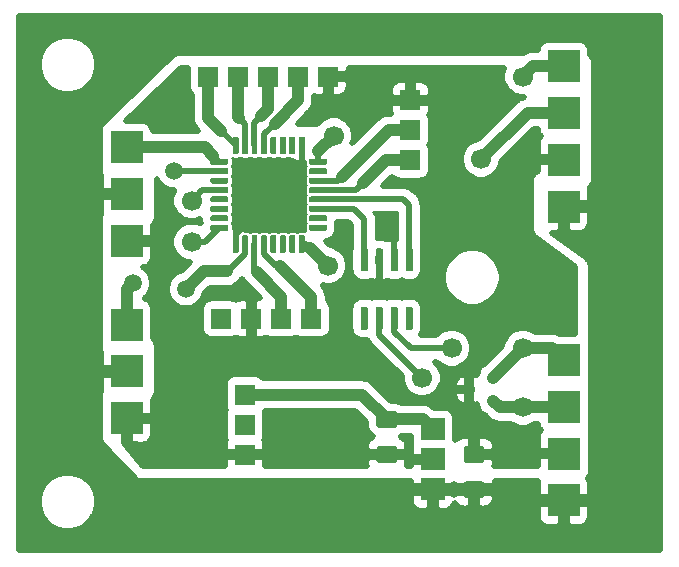
<source format=gbr>
G04 #@! TF.GenerationSoftware,KiCad,Pcbnew,(5.1.4)-1*
G04 #@! TF.CreationDate,2020-03-11T12:39:24+09:00*
G04 #@! TF.ProjectId,QX20CTRLV3,51583230-4354-4524-9c56-332e6b696361,rev?*
G04 #@! TF.SameCoordinates,Original*
G04 #@! TF.FileFunction,Copper,L2,Bot*
G04 #@! TF.FilePolarity,Positive*
%FSLAX46Y46*%
G04 Gerber Fmt 4.6, Leading zero omitted, Abs format (unit mm)*
G04 Created by KiCad (PCBNEW (5.1.4)-1) date 2020-03-11 12:39:24*
%MOMM*%
%LPD*%
G04 APERTURE LIST*
%ADD10R,2.700000X2.700000*%
%ADD11R,1.700000X1.700000*%
%ADD12C,0.100000*%
%ADD13C,0.600000*%
%ADD14C,0.500000*%
%ADD15R,2.000000X1.905000*%
%ADD16R,0.900000X0.800000*%
%ADD17C,1.425000*%
%ADD18C,1.700000*%
%ADD19C,1.500000*%
%ADD20C,0.500000*%
%ADD21C,1.000000*%
%ADD22C,0.254000*%
%ADD23C,0.550000*%
G04 APERTURE END LIST*
D10*
X138000000Y-67000000D03*
X138000000Y-63040000D03*
X138000000Y-59080000D03*
X138000000Y-55120000D03*
X138000000Y-91880000D03*
X138000000Y-87920000D03*
X138000000Y-83960000D03*
X138000000Y-80000000D03*
D11*
X107880000Y-56000000D03*
X110420000Y-56000000D03*
X112960000Y-56000000D03*
X115500000Y-56000000D03*
X118040000Y-56000000D03*
X116620000Y-76500000D03*
X114080000Y-76500000D03*
X111540000Y-76500000D03*
X109000000Y-76500000D03*
X125000000Y-58000000D03*
X125000000Y-60540000D03*
X125000000Y-63080000D03*
D12*
G36*
X121259703Y-75500722D02*
G01*
X121274264Y-75502882D01*
X121288543Y-75506459D01*
X121302403Y-75511418D01*
X121315710Y-75517712D01*
X121328336Y-75525280D01*
X121340159Y-75534048D01*
X121351066Y-75543934D01*
X121360952Y-75554841D01*
X121369720Y-75566664D01*
X121377288Y-75579290D01*
X121383582Y-75592597D01*
X121388541Y-75606457D01*
X121392118Y-75620736D01*
X121394278Y-75635297D01*
X121395000Y-75650000D01*
X121395000Y-77300000D01*
X121394278Y-77314703D01*
X121392118Y-77329264D01*
X121388541Y-77343543D01*
X121383582Y-77357403D01*
X121377288Y-77370710D01*
X121369720Y-77383336D01*
X121360952Y-77395159D01*
X121351066Y-77406066D01*
X121340159Y-77415952D01*
X121328336Y-77424720D01*
X121315710Y-77432288D01*
X121302403Y-77438582D01*
X121288543Y-77443541D01*
X121274264Y-77447118D01*
X121259703Y-77449278D01*
X121245000Y-77450000D01*
X120945000Y-77450000D01*
X120930297Y-77449278D01*
X120915736Y-77447118D01*
X120901457Y-77443541D01*
X120887597Y-77438582D01*
X120874290Y-77432288D01*
X120861664Y-77424720D01*
X120849841Y-77415952D01*
X120838934Y-77406066D01*
X120829048Y-77395159D01*
X120820280Y-77383336D01*
X120812712Y-77370710D01*
X120806418Y-77357403D01*
X120801459Y-77343543D01*
X120797882Y-77329264D01*
X120795722Y-77314703D01*
X120795000Y-77300000D01*
X120795000Y-75650000D01*
X120795722Y-75635297D01*
X120797882Y-75620736D01*
X120801459Y-75606457D01*
X120806418Y-75592597D01*
X120812712Y-75579290D01*
X120820280Y-75566664D01*
X120829048Y-75554841D01*
X120838934Y-75543934D01*
X120849841Y-75534048D01*
X120861664Y-75525280D01*
X120874290Y-75517712D01*
X120887597Y-75511418D01*
X120901457Y-75506459D01*
X120915736Y-75502882D01*
X120930297Y-75500722D01*
X120945000Y-75500000D01*
X121245000Y-75500000D01*
X121259703Y-75500722D01*
X121259703Y-75500722D01*
G37*
D13*
X121095000Y-76475000D03*
D12*
G36*
X122529703Y-75500722D02*
G01*
X122544264Y-75502882D01*
X122558543Y-75506459D01*
X122572403Y-75511418D01*
X122585710Y-75517712D01*
X122598336Y-75525280D01*
X122610159Y-75534048D01*
X122621066Y-75543934D01*
X122630952Y-75554841D01*
X122639720Y-75566664D01*
X122647288Y-75579290D01*
X122653582Y-75592597D01*
X122658541Y-75606457D01*
X122662118Y-75620736D01*
X122664278Y-75635297D01*
X122665000Y-75650000D01*
X122665000Y-77300000D01*
X122664278Y-77314703D01*
X122662118Y-77329264D01*
X122658541Y-77343543D01*
X122653582Y-77357403D01*
X122647288Y-77370710D01*
X122639720Y-77383336D01*
X122630952Y-77395159D01*
X122621066Y-77406066D01*
X122610159Y-77415952D01*
X122598336Y-77424720D01*
X122585710Y-77432288D01*
X122572403Y-77438582D01*
X122558543Y-77443541D01*
X122544264Y-77447118D01*
X122529703Y-77449278D01*
X122515000Y-77450000D01*
X122215000Y-77450000D01*
X122200297Y-77449278D01*
X122185736Y-77447118D01*
X122171457Y-77443541D01*
X122157597Y-77438582D01*
X122144290Y-77432288D01*
X122131664Y-77424720D01*
X122119841Y-77415952D01*
X122108934Y-77406066D01*
X122099048Y-77395159D01*
X122090280Y-77383336D01*
X122082712Y-77370710D01*
X122076418Y-77357403D01*
X122071459Y-77343543D01*
X122067882Y-77329264D01*
X122065722Y-77314703D01*
X122065000Y-77300000D01*
X122065000Y-75650000D01*
X122065722Y-75635297D01*
X122067882Y-75620736D01*
X122071459Y-75606457D01*
X122076418Y-75592597D01*
X122082712Y-75579290D01*
X122090280Y-75566664D01*
X122099048Y-75554841D01*
X122108934Y-75543934D01*
X122119841Y-75534048D01*
X122131664Y-75525280D01*
X122144290Y-75517712D01*
X122157597Y-75511418D01*
X122171457Y-75506459D01*
X122185736Y-75502882D01*
X122200297Y-75500722D01*
X122215000Y-75500000D01*
X122515000Y-75500000D01*
X122529703Y-75500722D01*
X122529703Y-75500722D01*
G37*
D13*
X122365000Y-76475000D03*
D12*
G36*
X123799703Y-75500722D02*
G01*
X123814264Y-75502882D01*
X123828543Y-75506459D01*
X123842403Y-75511418D01*
X123855710Y-75517712D01*
X123868336Y-75525280D01*
X123880159Y-75534048D01*
X123891066Y-75543934D01*
X123900952Y-75554841D01*
X123909720Y-75566664D01*
X123917288Y-75579290D01*
X123923582Y-75592597D01*
X123928541Y-75606457D01*
X123932118Y-75620736D01*
X123934278Y-75635297D01*
X123935000Y-75650000D01*
X123935000Y-77300000D01*
X123934278Y-77314703D01*
X123932118Y-77329264D01*
X123928541Y-77343543D01*
X123923582Y-77357403D01*
X123917288Y-77370710D01*
X123909720Y-77383336D01*
X123900952Y-77395159D01*
X123891066Y-77406066D01*
X123880159Y-77415952D01*
X123868336Y-77424720D01*
X123855710Y-77432288D01*
X123842403Y-77438582D01*
X123828543Y-77443541D01*
X123814264Y-77447118D01*
X123799703Y-77449278D01*
X123785000Y-77450000D01*
X123485000Y-77450000D01*
X123470297Y-77449278D01*
X123455736Y-77447118D01*
X123441457Y-77443541D01*
X123427597Y-77438582D01*
X123414290Y-77432288D01*
X123401664Y-77424720D01*
X123389841Y-77415952D01*
X123378934Y-77406066D01*
X123369048Y-77395159D01*
X123360280Y-77383336D01*
X123352712Y-77370710D01*
X123346418Y-77357403D01*
X123341459Y-77343543D01*
X123337882Y-77329264D01*
X123335722Y-77314703D01*
X123335000Y-77300000D01*
X123335000Y-75650000D01*
X123335722Y-75635297D01*
X123337882Y-75620736D01*
X123341459Y-75606457D01*
X123346418Y-75592597D01*
X123352712Y-75579290D01*
X123360280Y-75566664D01*
X123369048Y-75554841D01*
X123378934Y-75543934D01*
X123389841Y-75534048D01*
X123401664Y-75525280D01*
X123414290Y-75517712D01*
X123427597Y-75511418D01*
X123441457Y-75506459D01*
X123455736Y-75502882D01*
X123470297Y-75500722D01*
X123485000Y-75500000D01*
X123785000Y-75500000D01*
X123799703Y-75500722D01*
X123799703Y-75500722D01*
G37*
D13*
X123635000Y-76475000D03*
D12*
G36*
X125069703Y-75500722D02*
G01*
X125084264Y-75502882D01*
X125098543Y-75506459D01*
X125112403Y-75511418D01*
X125125710Y-75517712D01*
X125138336Y-75525280D01*
X125150159Y-75534048D01*
X125161066Y-75543934D01*
X125170952Y-75554841D01*
X125179720Y-75566664D01*
X125187288Y-75579290D01*
X125193582Y-75592597D01*
X125198541Y-75606457D01*
X125202118Y-75620736D01*
X125204278Y-75635297D01*
X125205000Y-75650000D01*
X125205000Y-77300000D01*
X125204278Y-77314703D01*
X125202118Y-77329264D01*
X125198541Y-77343543D01*
X125193582Y-77357403D01*
X125187288Y-77370710D01*
X125179720Y-77383336D01*
X125170952Y-77395159D01*
X125161066Y-77406066D01*
X125150159Y-77415952D01*
X125138336Y-77424720D01*
X125125710Y-77432288D01*
X125112403Y-77438582D01*
X125098543Y-77443541D01*
X125084264Y-77447118D01*
X125069703Y-77449278D01*
X125055000Y-77450000D01*
X124755000Y-77450000D01*
X124740297Y-77449278D01*
X124725736Y-77447118D01*
X124711457Y-77443541D01*
X124697597Y-77438582D01*
X124684290Y-77432288D01*
X124671664Y-77424720D01*
X124659841Y-77415952D01*
X124648934Y-77406066D01*
X124639048Y-77395159D01*
X124630280Y-77383336D01*
X124622712Y-77370710D01*
X124616418Y-77357403D01*
X124611459Y-77343543D01*
X124607882Y-77329264D01*
X124605722Y-77314703D01*
X124605000Y-77300000D01*
X124605000Y-75650000D01*
X124605722Y-75635297D01*
X124607882Y-75620736D01*
X124611459Y-75606457D01*
X124616418Y-75592597D01*
X124622712Y-75579290D01*
X124630280Y-75566664D01*
X124639048Y-75554841D01*
X124648934Y-75543934D01*
X124659841Y-75534048D01*
X124671664Y-75525280D01*
X124684290Y-75517712D01*
X124697597Y-75511418D01*
X124711457Y-75506459D01*
X124725736Y-75502882D01*
X124740297Y-75500722D01*
X124755000Y-75500000D01*
X125055000Y-75500000D01*
X125069703Y-75500722D01*
X125069703Y-75500722D01*
G37*
D13*
X124905000Y-76475000D03*
D12*
G36*
X125069703Y-70550722D02*
G01*
X125084264Y-70552882D01*
X125098543Y-70556459D01*
X125112403Y-70561418D01*
X125125710Y-70567712D01*
X125138336Y-70575280D01*
X125150159Y-70584048D01*
X125161066Y-70593934D01*
X125170952Y-70604841D01*
X125179720Y-70616664D01*
X125187288Y-70629290D01*
X125193582Y-70642597D01*
X125198541Y-70656457D01*
X125202118Y-70670736D01*
X125204278Y-70685297D01*
X125205000Y-70700000D01*
X125205000Y-72350000D01*
X125204278Y-72364703D01*
X125202118Y-72379264D01*
X125198541Y-72393543D01*
X125193582Y-72407403D01*
X125187288Y-72420710D01*
X125179720Y-72433336D01*
X125170952Y-72445159D01*
X125161066Y-72456066D01*
X125150159Y-72465952D01*
X125138336Y-72474720D01*
X125125710Y-72482288D01*
X125112403Y-72488582D01*
X125098543Y-72493541D01*
X125084264Y-72497118D01*
X125069703Y-72499278D01*
X125055000Y-72500000D01*
X124755000Y-72500000D01*
X124740297Y-72499278D01*
X124725736Y-72497118D01*
X124711457Y-72493541D01*
X124697597Y-72488582D01*
X124684290Y-72482288D01*
X124671664Y-72474720D01*
X124659841Y-72465952D01*
X124648934Y-72456066D01*
X124639048Y-72445159D01*
X124630280Y-72433336D01*
X124622712Y-72420710D01*
X124616418Y-72407403D01*
X124611459Y-72393543D01*
X124607882Y-72379264D01*
X124605722Y-72364703D01*
X124605000Y-72350000D01*
X124605000Y-70700000D01*
X124605722Y-70685297D01*
X124607882Y-70670736D01*
X124611459Y-70656457D01*
X124616418Y-70642597D01*
X124622712Y-70629290D01*
X124630280Y-70616664D01*
X124639048Y-70604841D01*
X124648934Y-70593934D01*
X124659841Y-70584048D01*
X124671664Y-70575280D01*
X124684290Y-70567712D01*
X124697597Y-70561418D01*
X124711457Y-70556459D01*
X124725736Y-70552882D01*
X124740297Y-70550722D01*
X124755000Y-70550000D01*
X125055000Y-70550000D01*
X125069703Y-70550722D01*
X125069703Y-70550722D01*
G37*
D13*
X124905000Y-71525000D03*
D12*
G36*
X123799703Y-70550722D02*
G01*
X123814264Y-70552882D01*
X123828543Y-70556459D01*
X123842403Y-70561418D01*
X123855710Y-70567712D01*
X123868336Y-70575280D01*
X123880159Y-70584048D01*
X123891066Y-70593934D01*
X123900952Y-70604841D01*
X123909720Y-70616664D01*
X123917288Y-70629290D01*
X123923582Y-70642597D01*
X123928541Y-70656457D01*
X123932118Y-70670736D01*
X123934278Y-70685297D01*
X123935000Y-70700000D01*
X123935000Y-72350000D01*
X123934278Y-72364703D01*
X123932118Y-72379264D01*
X123928541Y-72393543D01*
X123923582Y-72407403D01*
X123917288Y-72420710D01*
X123909720Y-72433336D01*
X123900952Y-72445159D01*
X123891066Y-72456066D01*
X123880159Y-72465952D01*
X123868336Y-72474720D01*
X123855710Y-72482288D01*
X123842403Y-72488582D01*
X123828543Y-72493541D01*
X123814264Y-72497118D01*
X123799703Y-72499278D01*
X123785000Y-72500000D01*
X123485000Y-72500000D01*
X123470297Y-72499278D01*
X123455736Y-72497118D01*
X123441457Y-72493541D01*
X123427597Y-72488582D01*
X123414290Y-72482288D01*
X123401664Y-72474720D01*
X123389841Y-72465952D01*
X123378934Y-72456066D01*
X123369048Y-72445159D01*
X123360280Y-72433336D01*
X123352712Y-72420710D01*
X123346418Y-72407403D01*
X123341459Y-72393543D01*
X123337882Y-72379264D01*
X123335722Y-72364703D01*
X123335000Y-72350000D01*
X123335000Y-70700000D01*
X123335722Y-70685297D01*
X123337882Y-70670736D01*
X123341459Y-70656457D01*
X123346418Y-70642597D01*
X123352712Y-70629290D01*
X123360280Y-70616664D01*
X123369048Y-70604841D01*
X123378934Y-70593934D01*
X123389841Y-70584048D01*
X123401664Y-70575280D01*
X123414290Y-70567712D01*
X123427597Y-70561418D01*
X123441457Y-70556459D01*
X123455736Y-70552882D01*
X123470297Y-70550722D01*
X123485000Y-70550000D01*
X123785000Y-70550000D01*
X123799703Y-70550722D01*
X123799703Y-70550722D01*
G37*
D13*
X123635000Y-71525000D03*
D12*
G36*
X122529703Y-70550722D02*
G01*
X122544264Y-70552882D01*
X122558543Y-70556459D01*
X122572403Y-70561418D01*
X122585710Y-70567712D01*
X122598336Y-70575280D01*
X122610159Y-70584048D01*
X122621066Y-70593934D01*
X122630952Y-70604841D01*
X122639720Y-70616664D01*
X122647288Y-70629290D01*
X122653582Y-70642597D01*
X122658541Y-70656457D01*
X122662118Y-70670736D01*
X122664278Y-70685297D01*
X122665000Y-70700000D01*
X122665000Y-72350000D01*
X122664278Y-72364703D01*
X122662118Y-72379264D01*
X122658541Y-72393543D01*
X122653582Y-72407403D01*
X122647288Y-72420710D01*
X122639720Y-72433336D01*
X122630952Y-72445159D01*
X122621066Y-72456066D01*
X122610159Y-72465952D01*
X122598336Y-72474720D01*
X122585710Y-72482288D01*
X122572403Y-72488582D01*
X122558543Y-72493541D01*
X122544264Y-72497118D01*
X122529703Y-72499278D01*
X122515000Y-72500000D01*
X122215000Y-72500000D01*
X122200297Y-72499278D01*
X122185736Y-72497118D01*
X122171457Y-72493541D01*
X122157597Y-72488582D01*
X122144290Y-72482288D01*
X122131664Y-72474720D01*
X122119841Y-72465952D01*
X122108934Y-72456066D01*
X122099048Y-72445159D01*
X122090280Y-72433336D01*
X122082712Y-72420710D01*
X122076418Y-72407403D01*
X122071459Y-72393543D01*
X122067882Y-72379264D01*
X122065722Y-72364703D01*
X122065000Y-72350000D01*
X122065000Y-70700000D01*
X122065722Y-70685297D01*
X122067882Y-70670736D01*
X122071459Y-70656457D01*
X122076418Y-70642597D01*
X122082712Y-70629290D01*
X122090280Y-70616664D01*
X122099048Y-70604841D01*
X122108934Y-70593934D01*
X122119841Y-70584048D01*
X122131664Y-70575280D01*
X122144290Y-70567712D01*
X122157597Y-70561418D01*
X122171457Y-70556459D01*
X122185736Y-70552882D01*
X122200297Y-70550722D01*
X122215000Y-70550000D01*
X122515000Y-70550000D01*
X122529703Y-70550722D01*
X122529703Y-70550722D01*
G37*
D13*
X122365000Y-71525000D03*
D12*
G36*
X121259703Y-70550722D02*
G01*
X121274264Y-70552882D01*
X121288543Y-70556459D01*
X121302403Y-70561418D01*
X121315710Y-70567712D01*
X121328336Y-70575280D01*
X121340159Y-70584048D01*
X121351066Y-70593934D01*
X121360952Y-70604841D01*
X121369720Y-70616664D01*
X121377288Y-70629290D01*
X121383582Y-70642597D01*
X121388541Y-70656457D01*
X121392118Y-70670736D01*
X121394278Y-70685297D01*
X121395000Y-70700000D01*
X121395000Y-72350000D01*
X121394278Y-72364703D01*
X121392118Y-72379264D01*
X121388541Y-72393543D01*
X121383582Y-72407403D01*
X121377288Y-72420710D01*
X121369720Y-72433336D01*
X121360952Y-72445159D01*
X121351066Y-72456066D01*
X121340159Y-72465952D01*
X121328336Y-72474720D01*
X121315710Y-72482288D01*
X121302403Y-72488582D01*
X121288543Y-72493541D01*
X121274264Y-72497118D01*
X121259703Y-72499278D01*
X121245000Y-72500000D01*
X120945000Y-72500000D01*
X120930297Y-72499278D01*
X120915736Y-72497118D01*
X120901457Y-72493541D01*
X120887597Y-72488582D01*
X120874290Y-72482288D01*
X120861664Y-72474720D01*
X120849841Y-72465952D01*
X120838934Y-72456066D01*
X120829048Y-72445159D01*
X120820280Y-72433336D01*
X120812712Y-72420710D01*
X120806418Y-72407403D01*
X120801459Y-72393543D01*
X120797882Y-72379264D01*
X120795722Y-72364703D01*
X120795000Y-72350000D01*
X120795000Y-70700000D01*
X120795722Y-70685297D01*
X120797882Y-70670736D01*
X120801459Y-70656457D01*
X120806418Y-70642597D01*
X120812712Y-70629290D01*
X120820280Y-70616664D01*
X120829048Y-70604841D01*
X120838934Y-70593934D01*
X120849841Y-70584048D01*
X120861664Y-70575280D01*
X120874290Y-70567712D01*
X120887597Y-70561418D01*
X120901457Y-70556459D01*
X120915736Y-70552882D01*
X120930297Y-70550722D01*
X120945000Y-70550000D01*
X121245000Y-70550000D01*
X121259703Y-70550722D01*
X121259703Y-70550722D01*
G37*
D13*
X121095000Y-71525000D03*
D12*
G36*
X109462252Y-68550602D02*
G01*
X109474386Y-68552402D01*
X109486286Y-68555382D01*
X109497835Y-68559515D01*
X109508925Y-68564760D01*
X109519446Y-68571066D01*
X109529299Y-68578374D01*
X109538388Y-68586612D01*
X109546626Y-68595701D01*
X109553934Y-68605554D01*
X109560240Y-68616075D01*
X109565485Y-68627165D01*
X109569618Y-68638714D01*
X109572598Y-68650614D01*
X109574398Y-68662748D01*
X109575000Y-68675000D01*
X109575000Y-68925000D01*
X109574398Y-68937252D01*
X109572598Y-68949386D01*
X109569618Y-68961286D01*
X109565485Y-68972835D01*
X109560240Y-68983925D01*
X109553934Y-68994446D01*
X109546626Y-69004299D01*
X109538388Y-69013388D01*
X109529299Y-69021626D01*
X109519446Y-69028934D01*
X109508925Y-69035240D01*
X109497835Y-69040485D01*
X109486286Y-69044618D01*
X109474386Y-69047598D01*
X109462252Y-69049398D01*
X109450000Y-69050000D01*
X108200000Y-69050000D01*
X108187748Y-69049398D01*
X108175614Y-69047598D01*
X108163714Y-69044618D01*
X108152165Y-69040485D01*
X108141075Y-69035240D01*
X108130554Y-69028934D01*
X108120701Y-69021626D01*
X108111612Y-69013388D01*
X108103374Y-69004299D01*
X108096066Y-68994446D01*
X108089760Y-68983925D01*
X108084515Y-68972835D01*
X108080382Y-68961286D01*
X108077402Y-68949386D01*
X108075602Y-68937252D01*
X108075000Y-68925000D01*
X108075000Y-68675000D01*
X108075602Y-68662748D01*
X108077402Y-68650614D01*
X108080382Y-68638714D01*
X108084515Y-68627165D01*
X108089760Y-68616075D01*
X108096066Y-68605554D01*
X108103374Y-68595701D01*
X108111612Y-68586612D01*
X108120701Y-68578374D01*
X108130554Y-68571066D01*
X108141075Y-68564760D01*
X108152165Y-68559515D01*
X108163714Y-68555382D01*
X108175614Y-68552402D01*
X108187748Y-68550602D01*
X108200000Y-68550000D01*
X109450000Y-68550000D01*
X109462252Y-68550602D01*
X109462252Y-68550602D01*
G37*
D14*
X108825000Y-68800000D03*
D12*
G36*
X109462252Y-67750602D02*
G01*
X109474386Y-67752402D01*
X109486286Y-67755382D01*
X109497835Y-67759515D01*
X109508925Y-67764760D01*
X109519446Y-67771066D01*
X109529299Y-67778374D01*
X109538388Y-67786612D01*
X109546626Y-67795701D01*
X109553934Y-67805554D01*
X109560240Y-67816075D01*
X109565485Y-67827165D01*
X109569618Y-67838714D01*
X109572598Y-67850614D01*
X109574398Y-67862748D01*
X109575000Y-67875000D01*
X109575000Y-68125000D01*
X109574398Y-68137252D01*
X109572598Y-68149386D01*
X109569618Y-68161286D01*
X109565485Y-68172835D01*
X109560240Y-68183925D01*
X109553934Y-68194446D01*
X109546626Y-68204299D01*
X109538388Y-68213388D01*
X109529299Y-68221626D01*
X109519446Y-68228934D01*
X109508925Y-68235240D01*
X109497835Y-68240485D01*
X109486286Y-68244618D01*
X109474386Y-68247598D01*
X109462252Y-68249398D01*
X109450000Y-68250000D01*
X108200000Y-68250000D01*
X108187748Y-68249398D01*
X108175614Y-68247598D01*
X108163714Y-68244618D01*
X108152165Y-68240485D01*
X108141075Y-68235240D01*
X108130554Y-68228934D01*
X108120701Y-68221626D01*
X108111612Y-68213388D01*
X108103374Y-68204299D01*
X108096066Y-68194446D01*
X108089760Y-68183925D01*
X108084515Y-68172835D01*
X108080382Y-68161286D01*
X108077402Y-68149386D01*
X108075602Y-68137252D01*
X108075000Y-68125000D01*
X108075000Y-67875000D01*
X108075602Y-67862748D01*
X108077402Y-67850614D01*
X108080382Y-67838714D01*
X108084515Y-67827165D01*
X108089760Y-67816075D01*
X108096066Y-67805554D01*
X108103374Y-67795701D01*
X108111612Y-67786612D01*
X108120701Y-67778374D01*
X108130554Y-67771066D01*
X108141075Y-67764760D01*
X108152165Y-67759515D01*
X108163714Y-67755382D01*
X108175614Y-67752402D01*
X108187748Y-67750602D01*
X108200000Y-67750000D01*
X109450000Y-67750000D01*
X109462252Y-67750602D01*
X109462252Y-67750602D01*
G37*
D14*
X108825000Y-68000000D03*
D12*
G36*
X109462252Y-66950602D02*
G01*
X109474386Y-66952402D01*
X109486286Y-66955382D01*
X109497835Y-66959515D01*
X109508925Y-66964760D01*
X109519446Y-66971066D01*
X109529299Y-66978374D01*
X109538388Y-66986612D01*
X109546626Y-66995701D01*
X109553934Y-67005554D01*
X109560240Y-67016075D01*
X109565485Y-67027165D01*
X109569618Y-67038714D01*
X109572598Y-67050614D01*
X109574398Y-67062748D01*
X109575000Y-67075000D01*
X109575000Y-67325000D01*
X109574398Y-67337252D01*
X109572598Y-67349386D01*
X109569618Y-67361286D01*
X109565485Y-67372835D01*
X109560240Y-67383925D01*
X109553934Y-67394446D01*
X109546626Y-67404299D01*
X109538388Y-67413388D01*
X109529299Y-67421626D01*
X109519446Y-67428934D01*
X109508925Y-67435240D01*
X109497835Y-67440485D01*
X109486286Y-67444618D01*
X109474386Y-67447598D01*
X109462252Y-67449398D01*
X109450000Y-67450000D01*
X108200000Y-67450000D01*
X108187748Y-67449398D01*
X108175614Y-67447598D01*
X108163714Y-67444618D01*
X108152165Y-67440485D01*
X108141075Y-67435240D01*
X108130554Y-67428934D01*
X108120701Y-67421626D01*
X108111612Y-67413388D01*
X108103374Y-67404299D01*
X108096066Y-67394446D01*
X108089760Y-67383925D01*
X108084515Y-67372835D01*
X108080382Y-67361286D01*
X108077402Y-67349386D01*
X108075602Y-67337252D01*
X108075000Y-67325000D01*
X108075000Y-67075000D01*
X108075602Y-67062748D01*
X108077402Y-67050614D01*
X108080382Y-67038714D01*
X108084515Y-67027165D01*
X108089760Y-67016075D01*
X108096066Y-67005554D01*
X108103374Y-66995701D01*
X108111612Y-66986612D01*
X108120701Y-66978374D01*
X108130554Y-66971066D01*
X108141075Y-66964760D01*
X108152165Y-66959515D01*
X108163714Y-66955382D01*
X108175614Y-66952402D01*
X108187748Y-66950602D01*
X108200000Y-66950000D01*
X109450000Y-66950000D01*
X109462252Y-66950602D01*
X109462252Y-66950602D01*
G37*
D14*
X108825000Y-67200000D03*
D12*
G36*
X109462252Y-66150602D02*
G01*
X109474386Y-66152402D01*
X109486286Y-66155382D01*
X109497835Y-66159515D01*
X109508925Y-66164760D01*
X109519446Y-66171066D01*
X109529299Y-66178374D01*
X109538388Y-66186612D01*
X109546626Y-66195701D01*
X109553934Y-66205554D01*
X109560240Y-66216075D01*
X109565485Y-66227165D01*
X109569618Y-66238714D01*
X109572598Y-66250614D01*
X109574398Y-66262748D01*
X109575000Y-66275000D01*
X109575000Y-66525000D01*
X109574398Y-66537252D01*
X109572598Y-66549386D01*
X109569618Y-66561286D01*
X109565485Y-66572835D01*
X109560240Y-66583925D01*
X109553934Y-66594446D01*
X109546626Y-66604299D01*
X109538388Y-66613388D01*
X109529299Y-66621626D01*
X109519446Y-66628934D01*
X109508925Y-66635240D01*
X109497835Y-66640485D01*
X109486286Y-66644618D01*
X109474386Y-66647598D01*
X109462252Y-66649398D01*
X109450000Y-66650000D01*
X108200000Y-66650000D01*
X108187748Y-66649398D01*
X108175614Y-66647598D01*
X108163714Y-66644618D01*
X108152165Y-66640485D01*
X108141075Y-66635240D01*
X108130554Y-66628934D01*
X108120701Y-66621626D01*
X108111612Y-66613388D01*
X108103374Y-66604299D01*
X108096066Y-66594446D01*
X108089760Y-66583925D01*
X108084515Y-66572835D01*
X108080382Y-66561286D01*
X108077402Y-66549386D01*
X108075602Y-66537252D01*
X108075000Y-66525000D01*
X108075000Y-66275000D01*
X108075602Y-66262748D01*
X108077402Y-66250614D01*
X108080382Y-66238714D01*
X108084515Y-66227165D01*
X108089760Y-66216075D01*
X108096066Y-66205554D01*
X108103374Y-66195701D01*
X108111612Y-66186612D01*
X108120701Y-66178374D01*
X108130554Y-66171066D01*
X108141075Y-66164760D01*
X108152165Y-66159515D01*
X108163714Y-66155382D01*
X108175614Y-66152402D01*
X108187748Y-66150602D01*
X108200000Y-66150000D01*
X109450000Y-66150000D01*
X109462252Y-66150602D01*
X109462252Y-66150602D01*
G37*
D14*
X108825000Y-66400000D03*
D12*
G36*
X109462252Y-65350602D02*
G01*
X109474386Y-65352402D01*
X109486286Y-65355382D01*
X109497835Y-65359515D01*
X109508925Y-65364760D01*
X109519446Y-65371066D01*
X109529299Y-65378374D01*
X109538388Y-65386612D01*
X109546626Y-65395701D01*
X109553934Y-65405554D01*
X109560240Y-65416075D01*
X109565485Y-65427165D01*
X109569618Y-65438714D01*
X109572598Y-65450614D01*
X109574398Y-65462748D01*
X109575000Y-65475000D01*
X109575000Y-65725000D01*
X109574398Y-65737252D01*
X109572598Y-65749386D01*
X109569618Y-65761286D01*
X109565485Y-65772835D01*
X109560240Y-65783925D01*
X109553934Y-65794446D01*
X109546626Y-65804299D01*
X109538388Y-65813388D01*
X109529299Y-65821626D01*
X109519446Y-65828934D01*
X109508925Y-65835240D01*
X109497835Y-65840485D01*
X109486286Y-65844618D01*
X109474386Y-65847598D01*
X109462252Y-65849398D01*
X109450000Y-65850000D01*
X108200000Y-65850000D01*
X108187748Y-65849398D01*
X108175614Y-65847598D01*
X108163714Y-65844618D01*
X108152165Y-65840485D01*
X108141075Y-65835240D01*
X108130554Y-65828934D01*
X108120701Y-65821626D01*
X108111612Y-65813388D01*
X108103374Y-65804299D01*
X108096066Y-65794446D01*
X108089760Y-65783925D01*
X108084515Y-65772835D01*
X108080382Y-65761286D01*
X108077402Y-65749386D01*
X108075602Y-65737252D01*
X108075000Y-65725000D01*
X108075000Y-65475000D01*
X108075602Y-65462748D01*
X108077402Y-65450614D01*
X108080382Y-65438714D01*
X108084515Y-65427165D01*
X108089760Y-65416075D01*
X108096066Y-65405554D01*
X108103374Y-65395701D01*
X108111612Y-65386612D01*
X108120701Y-65378374D01*
X108130554Y-65371066D01*
X108141075Y-65364760D01*
X108152165Y-65359515D01*
X108163714Y-65355382D01*
X108175614Y-65352402D01*
X108187748Y-65350602D01*
X108200000Y-65350000D01*
X109450000Y-65350000D01*
X109462252Y-65350602D01*
X109462252Y-65350602D01*
G37*
D14*
X108825000Y-65600000D03*
D12*
G36*
X109462252Y-64550602D02*
G01*
X109474386Y-64552402D01*
X109486286Y-64555382D01*
X109497835Y-64559515D01*
X109508925Y-64564760D01*
X109519446Y-64571066D01*
X109529299Y-64578374D01*
X109538388Y-64586612D01*
X109546626Y-64595701D01*
X109553934Y-64605554D01*
X109560240Y-64616075D01*
X109565485Y-64627165D01*
X109569618Y-64638714D01*
X109572598Y-64650614D01*
X109574398Y-64662748D01*
X109575000Y-64675000D01*
X109575000Y-64925000D01*
X109574398Y-64937252D01*
X109572598Y-64949386D01*
X109569618Y-64961286D01*
X109565485Y-64972835D01*
X109560240Y-64983925D01*
X109553934Y-64994446D01*
X109546626Y-65004299D01*
X109538388Y-65013388D01*
X109529299Y-65021626D01*
X109519446Y-65028934D01*
X109508925Y-65035240D01*
X109497835Y-65040485D01*
X109486286Y-65044618D01*
X109474386Y-65047598D01*
X109462252Y-65049398D01*
X109450000Y-65050000D01*
X108200000Y-65050000D01*
X108187748Y-65049398D01*
X108175614Y-65047598D01*
X108163714Y-65044618D01*
X108152165Y-65040485D01*
X108141075Y-65035240D01*
X108130554Y-65028934D01*
X108120701Y-65021626D01*
X108111612Y-65013388D01*
X108103374Y-65004299D01*
X108096066Y-64994446D01*
X108089760Y-64983925D01*
X108084515Y-64972835D01*
X108080382Y-64961286D01*
X108077402Y-64949386D01*
X108075602Y-64937252D01*
X108075000Y-64925000D01*
X108075000Y-64675000D01*
X108075602Y-64662748D01*
X108077402Y-64650614D01*
X108080382Y-64638714D01*
X108084515Y-64627165D01*
X108089760Y-64616075D01*
X108096066Y-64605554D01*
X108103374Y-64595701D01*
X108111612Y-64586612D01*
X108120701Y-64578374D01*
X108130554Y-64571066D01*
X108141075Y-64564760D01*
X108152165Y-64559515D01*
X108163714Y-64555382D01*
X108175614Y-64552402D01*
X108187748Y-64550602D01*
X108200000Y-64550000D01*
X109450000Y-64550000D01*
X109462252Y-64550602D01*
X109462252Y-64550602D01*
G37*
D14*
X108825000Y-64800000D03*
D12*
G36*
X109462252Y-63750602D02*
G01*
X109474386Y-63752402D01*
X109486286Y-63755382D01*
X109497835Y-63759515D01*
X109508925Y-63764760D01*
X109519446Y-63771066D01*
X109529299Y-63778374D01*
X109538388Y-63786612D01*
X109546626Y-63795701D01*
X109553934Y-63805554D01*
X109560240Y-63816075D01*
X109565485Y-63827165D01*
X109569618Y-63838714D01*
X109572598Y-63850614D01*
X109574398Y-63862748D01*
X109575000Y-63875000D01*
X109575000Y-64125000D01*
X109574398Y-64137252D01*
X109572598Y-64149386D01*
X109569618Y-64161286D01*
X109565485Y-64172835D01*
X109560240Y-64183925D01*
X109553934Y-64194446D01*
X109546626Y-64204299D01*
X109538388Y-64213388D01*
X109529299Y-64221626D01*
X109519446Y-64228934D01*
X109508925Y-64235240D01*
X109497835Y-64240485D01*
X109486286Y-64244618D01*
X109474386Y-64247598D01*
X109462252Y-64249398D01*
X109450000Y-64250000D01*
X108200000Y-64250000D01*
X108187748Y-64249398D01*
X108175614Y-64247598D01*
X108163714Y-64244618D01*
X108152165Y-64240485D01*
X108141075Y-64235240D01*
X108130554Y-64228934D01*
X108120701Y-64221626D01*
X108111612Y-64213388D01*
X108103374Y-64204299D01*
X108096066Y-64194446D01*
X108089760Y-64183925D01*
X108084515Y-64172835D01*
X108080382Y-64161286D01*
X108077402Y-64149386D01*
X108075602Y-64137252D01*
X108075000Y-64125000D01*
X108075000Y-63875000D01*
X108075602Y-63862748D01*
X108077402Y-63850614D01*
X108080382Y-63838714D01*
X108084515Y-63827165D01*
X108089760Y-63816075D01*
X108096066Y-63805554D01*
X108103374Y-63795701D01*
X108111612Y-63786612D01*
X108120701Y-63778374D01*
X108130554Y-63771066D01*
X108141075Y-63764760D01*
X108152165Y-63759515D01*
X108163714Y-63755382D01*
X108175614Y-63752402D01*
X108187748Y-63750602D01*
X108200000Y-63750000D01*
X109450000Y-63750000D01*
X109462252Y-63750602D01*
X109462252Y-63750602D01*
G37*
D14*
X108825000Y-64000000D03*
D12*
G36*
X109462252Y-62950602D02*
G01*
X109474386Y-62952402D01*
X109486286Y-62955382D01*
X109497835Y-62959515D01*
X109508925Y-62964760D01*
X109519446Y-62971066D01*
X109529299Y-62978374D01*
X109538388Y-62986612D01*
X109546626Y-62995701D01*
X109553934Y-63005554D01*
X109560240Y-63016075D01*
X109565485Y-63027165D01*
X109569618Y-63038714D01*
X109572598Y-63050614D01*
X109574398Y-63062748D01*
X109575000Y-63075000D01*
X109575000Y-63325000D01*
X109574398Y-63337252D01*
X109572598Y-63349386D01*
X109569618Y-63361286D01*
X109565485Y-63372835D01*
X109560240Y-63383925D01*
X109553934Y-63394446D01*
X109546626Y-63404299D01*
X109538388Y-63413388D01*
X109529299Y-63421626D01*
X109519446Y-63428934D01*
X109508925Y-63435240D01*
X109497835Y-63440485D01*
X109486286Y-63444618D01*
X109474386Y-63447598D01*
X109462252Y-63449398D01*
X109450000Y-63450000D01*
X108200000Y-63450000D01*
X108187748Y-63449398D01*
X108175614Y-63447598D01*
X108163714Y-63444618D01*
X108152165Y-63440485D01*
X108141075Y-63435240D01*
X108130554Y-63428934D01*
X108120701Y-63421626D01*
X108111612Y-63413388D01*
X108103374Y-63404299D01*
X108096066Y-63394446D01*
X108089760Y-63383925D01*
X108084515Y-63372835D01*
X108080382Y-63361286D01*
X108077402Y-63349386D01*
X108075602Y-63337252D01*
X108075000Y-63325000D01*
X108075000Y-63075000D01*
X108075602Y-63062748D01*
X108077402Y-63050614D01*
X108080382Y-63038714D01*
X108084515Y-63027165D01*
X108089760Y-63016075D01*
X108096066Y-63005554D01*
X108103374Y-62995701D01*
X108111612Y-62986612D01*
X108120701Y-62978374D01*
X108130554Y-62971066D01*
X108141075Y-62964760D01*
X108152165Y-62959515D01*
X108163714Y-62955382D01*
X108175614Y-62952402D01*
X108187748Y-62950602D01*
X108200000Y-62950000D01*
X109450000Y-62950000D01*
X109462252Y-62950602D01*
X109462252Y-62950602D01*
G37*
D14*
X108825000Y-63200000D03*
D12*
G36*
X110337252Y-61075602D02*
G01*
X110349386Y-61077402D01*
X110361286Y-61080382D01*
X110372835Y-61084515D01*
X110383925Y-61089760D01*
X110394446Y-61096066D01*
X110404299Y-61103374D01*
X110413388Y-61111612D01*
X110421626Y-61120701D01*
X110428934Y-61130554D01*
X110435240Y-61141075D01*
X110440485Y-61152165D01*
X110444618Y-61163714D01*
X110447598Y-61175614D01*
X110449398Y-61187748D01*
X110450000Y-61200000D01*
X110450000Y-62450000D01*
X110449398Y-62462252D01*
X110447598Y-62474386D01*
X110444618Y-62486286D01*
X110440485Y-62497835D01*
X110435240Y-62508925D01*
X110428934Y-62519446D01*
X110421626Y-62529299D01*
X110413388Y-62538388D01*
X110404299Y-62546626D01*
X110394446Y-62553934D01*
X110383925Y-62560240D01*
X110372835Y-62565485D01*
X110361286Y-62569618D01*
X110349386Y-62572598D01*
X110337252Y-62574398D01*
X110325000Y-62575000D01*
X110075000Y-62575000D01*
X110062748Y-62574398D01*
X110050614Y-62572598D01*
X110038714Y-62569618D01*
X110027165Y-62565485D01*
X110016075Y-62560240D01*
X110005554Y-62553934D01*
X109995701Y-62546626D01*
X109986612Y-62538388D01*
X109978374Y-62529299D01*
X109971066Y-62519446D01*
X109964760Y-62508925D01*
X109959515Y-62497835D01*
X109955382Y-62486286D01*
X109952402Y-62474386D01*
X109950602Y-62462252D01*
X109950000Y-62450000D01*
X109950000Y-61200000D01*
X109950602Y-61187748D01*
X109952402Y-61175614D01*
X109955382Y-61163714D01*
X109959515Y-61152165D01*
X109964760Y-61141075D01*
X109971066Y-61130554D01*
X109978374Y-61120701D01*
X109986612Y-61111612D01*
X109995701Y-61103374D01*
X110005554Y-61096066D01*
X110016075Y-61089760D01*
X110027165Y-61084515D01*
X110038714Y-61080382D01*
X110050614Y-61077402D01*
X110062748Y-61075602D01*
X110075000Y-61075000D01*
X110325000Y-61075000D01*
X110337252Y-61075602D01*
X110337252Y-61075602D01*
G37*
D14*
X110200000Y-61825000D03*
D12*
G36*
X111137252Y-61075602D02*
G01*
X111149386Y-61077402D01*
X111161286Y-61080382D01*
X111172835Y-61084515D01*
X111183925Y-61089760D01*
X111194446Y-61096066D01*
X111204299Y-61103374D01*
X111213388Y-61111612D01*
X111221626Y-61120701D01*
X111228934Y-61130554D01*
X111235240Y-61141075D01*
X111240485Y-61152165D01*
X111244618Y-61163714D01*
X111247598Y-61175614D01*
X111249398Y-61187748D01*
X111250000Y-61200000D01*
X111250000Y-62450000D01*
X111249398Y-62462252D01*
X111247598Y-62474386D01*
X111244618Y-62486286D01*
X111240485Y-62497835D01*
X111235240Y-62508925D01*
X111228934Y-62519446D01*
X111221626Y-62529299D01*
X111213388Y-62538388D01*
X111204299Y-62546626D01*
X111194446Y-62553934D01*
X111183925Y-62560240D01*
X111172835Y-62565485D01*
X111161286Y-62569618D01*
X111149386Y-62572598D01*
X111137252Y-62574398D01*
X111125000Y-62575000D01*
X110875000Y-62575000D01*
X110862748Y-62574398D01*
X110850614Y-62572598D01*
X110838714Y-62569618D01*
X110827165Y-62565485D01*
X110816075Y-62560240D01*
X110805554Y-62553934D01*
X110795701Y-62546626D01*
X110786612Y-62538388D01*
X110778374Y-62529299D01*
X110771066Y-62519446D01*
X110764760Y-62508925D01*
X110759515Y-62497835D01*
X110755382Y-62486286D01*
X110752402Y-62474386D01*
X110750602Y-62462252D01*
X110750000Y-62450000D01*
X110750000Y-61200000D01*
X110750602Y-61187748D01*
X110752402Y-61175614D01*
X110755382Y-61163714D01*
X110759515Y-61152165D01*
X110764760Y-61141075D01*
X110771066Y-61130554D01*
X110778374Y-61120701D01*
X110786612Y-61111612D01*
X110795701Y-61103374D01*
X110805554Y-61096066D01*
X110816075Y-61089760D01*
X110827165Y-61084515D01*
X110838714Y-61080382D01*
X110850614Y-61077402D01*
X110862748Y-61075602D01*
X110875000Y-61075000D01*
X111125000Y-61075000D01*
X111137252Y-61075602D01*
X111137252Y-61075602D01*
G37*
D14*
X111000000Y-61825000D03*
D12*
G36*
X111937252Y-61075602D02*
G01*
X111949386Y-61077402D01*
X111961286Y-61080382D01*
X111972835Y-61084515D01*
X111983925Y-61089760D01*
X111994446Y-61096066D01*
X112004299Y-61103374D01*
X112013388Y-61111612D01*
X112021626Y-61120701D01*
X112028934Y-61130554D01*
X112035240Y-61141075D01*
X112040485Y-61152165D01*
X112044618Y-61163714D01*
X112047598Y-61175614D01*
X112049398Y-61187748D01*
X112050000Y-61200000D01*
X112050000Y-62450000D01*
X112049398Y-62462252D01*
X112047598Y-62474386D01*
X112044618Y-62486286D01*
X112040485Y-62497835D01*
X112035240Y-62508925D01*
X112028934Y-62519446D01*
X112021626Y-62529299D01*
X112013388Y-62538388D01*
X112004299Y-62546626D01*
X111994446Y-62553934D01*
X111983925Y-62560240D01*
X111972835Y-62565485D01*
X111961286Y-62569618D01*
X111949386Y-62572598D01*
X111937252Y-62574398D01*
X111925000Y-62575000D01*
X111675000Y-62575000D01*
X111662748Y-62574398D01*
X111650614Y-62572598D01*
X111638714Y-62569618D01*
X111627165Y-62565485D01*
X111616075Y-62560240D01*
X111605554Y-62553934D01*
X111595701Y-62546626D01*
X111586612Y-62538388D01*
X111578374Y-62529299D01*
X111571066Y-62519446D01*
X111564760Y-62508925D01*
X111559515Y-62497835D01*
X111555382Y-62486286D01*
X111552402Y-62474386D01*
X111550602Y-62462252D01*
X111550000Y-62450000D01*
X111550000Y-61200000D01*
X111550602Y-61187748D01*
X111552402Y-61175614D01*
X111555382Y-61163714D01*
X111559515Y-61152165D01*
X111564760Y-61141075D01*
X111571066Y-61130554D01*
X111578374Y-61120701D01*
X111586612Y-61111612D01*
X111595701Y-61103374D01*
X111605554Y-61096066D01*
X111616075Y-61089760D01*
X111627165Y-61084515D01*
X111638714Y-61080382D01*
X111650614Y-61077402D01*
X111662748Y-61075602D01*
X111675000Y-61075000D01*
X111925000Y-61075000D01*
X111937252Y-61075602D01*
X111937252Y-61075602D01*
G37*
D14*
X111800000Y-61825000D03*
D12*
G36*
X112737252Y-61075602D02*
G01*
X112749386Y-61077402D01*
X112761286Y-61080382D01*
X112772835Y-61084515D01*
X112783925Y-61089760D01*
X112794446Y-61096066D01*
X112804299Y-61103374D01*
X112813388Y-61111612D01*
X112821626Y-61120701D01*
X112828934Y-61130554D01*
X112835240Y-61141075D01*
X112840485Y-61152165D01*
X112844618Y-61163714D01*
X112847598Y-61175614D01*
X112849398Y-61187748D01*
X112850000Y-61200000D01*
X112850000Y-62450000D01*
X112849398Y-62462252D01*
X112847598Y-62474386D01*
X112844618Y-62486286D01*
X112840485Y-62497835D01*
X112835240Y-62508925D01*
X112828934Y-62519446D01*
X112821626Y-62529299D01*
X112813388Y-62538388D01*
X112804299Y-62546626D01*
X112794446Y-62553934D01*
X112783925Y-62560240D01*
X112772835Y-62565485D01*
X112761286Y-62569618D01*
X112749386Y-62572598D01*
X112737252Y-62574398D01*
X112725000Y-62575000D01*
X112475000Y-62575000D01*
X112462748Y-62574398D01*
X112450614Y-62572598D01*
X112438714Y-62569618D01*
X112427165Y-62565485D01*
X112416075Y-62560240D01*
X112405554Y-62553934D01*
X112395701Y-62546626D01*
X112386612Y-62538388D01*
X112378374Y-62529299D01*
X112371066Y-62519446D01*
X112364760Y-62508925D01*
X112359515Y-62497835D01*
X112355382Y-62486286D01*
X112352402Y-62474386D01*
X112350602Y-62462252D01*
X112350000Y-62450000D01*
X112350000Y-61200000D01*
X112350602Y-61187748D01*
X112352402Y-61175614D01*
X112355382Y-61163714D01*
X112359515Y-61152165D01*
X112364760Y-61141075D01*
X112371066Y-61130554D01*
X112378374Y-61120701D01*
X112386612Y-61111612D01*
X112395701Y-61103374D01*
X112405554Y-61096066D01*
X112416075Y-61089760D01*
X112427165Y-61084515D01*
X112438714Y-61080382D01*
X112450614Y-61077402D01*
X112462748Y-61075602D01*
X112475000Y-61075000D01*
X112725000Y-61075000D01*
X112737252Y-61075602D01*
X112737252Y-61075602D01*
G37*
D14*
X112600000Y-61825000D03*
D12*
G36*
X113537252Y-61075602D02*
G01*
X113549386Y-61077402D01*
X113561286Y-61080382D01*
X113572835Y-61084515D01*
X113583925Y-61089760D01*
X113594446Y-61096066D01*
X113604299Y-61103374D01*
X113613388Y-61111612D01*
X113621626Y-61120701D01*
X113628934Y-61130554D01*
X113635240Y-61141075D01*
X113640485Y-61152165D01*
X113644618Y-61163714D01*
X113647598Y-61175614D01*
X113649398Y-61187748D01*
X113650000Y-61200000D01*
X113650000Y-62450000D01*
X113649398Y-62462252D01*
X113647598Y-62474386D01*
X113644618Y-62486286D01*
X113640485Y-62497835D01*
X113635240Y-62508925D01*
X113628934Y-62519446D01*
X113621626Y-62529299D01*
X113613388Y-62538388D01*
X113604299Y-62546626D01*
X113594446Y-62553934D01*
X113583925Y-62560240D01*
X113572835Y-62565485D01*
X113561286Y-62569618D01*
X113549386Y-62572598D01*
X113537252Y-62574398D01*
X113525000Y-62575000D01*
X113275000Y-62575000D01*
X113262748Y-62574398D01*
X113250614Y-62572598D01*
X113238714Y-62569618D01*
X113227165Y-62565485D01*
X113216075Y-62560240D01*
X113205554Y-62553934D01*
X113195701Y-62546626D01*
X113186612Y-62538388D01*
X113178374Y-62529299D01*
X113171066Y-62519446D01*
X113164760Y-62508925D01*
X113159515Y-62497835D01*
X113155382Y-62486286D01*
X113152402Y-62474386D01*
X113150602Y-62462252D01*
X113150000Y-62450000D01*
X113150000Y-61200000D01*
X113150602Y-61187748D01*
X113152402Y-61175614D01*
X113155382Y-61163714D01*
X113159515Y-61152165D01*
X113164760Y-61141075D01*
X113171066Y-61130554D01*
X113178374Y-61120701D01*
X113186612Y-61111612D01*
X113195701Y-61103374D01*
X113205554Y-61096066D01*
X113216075Y-61089760D01*
X113227165Y-61084515D01*
X113238714Y-61080382D01*
X113250614Y-61077402D01*
X113262748Y-61075602D01*
X113275000Y-61075000D01*
X113525000Y-61075000D01*
X113537252Y-61075602D01*
X113537252Y-61075602D01*
G37*
D14*
X113400000Y-61825000D03*
D12*
G36*
X114337252Y-61075602D02*
G01*
X114349386Y-61077402D01*
X114361286Y-61080382D01*
X114372835Y-61084515D01*
X114383925Y-61089760D01*
X114394446Y-61096066D01*
X114404299Y-61103374D01*
X114413388Y-61111612D01*
X114421626Y-61120701D01*
X114428934Y-61130554D01*
X114435240Y-61141075D01*
X114440485Y-61152165D01*
X114444618Y-61163714D01*
X114447598Y-61175614D01*
X114449398Y-61187748D01*
X114450000Y-61200000D01*
X114450000Y-62450000D01*
X114449398Y-62462252D01*
X114447598Y-62474386D01*
X114444618Y-62486286D01*
X114440485Y-62497835D01*
X114435240Y-62508925D01*
X114428934Y-62519446D01*
X114421626Y-62529299D01*
X114413388Y-62538388D01*
X114404299Y-62546626D01*
X114394446Y-62553934D01*
X114383925Y-62560240D01*
X114372835Y-62565485D01*
X114361286Y-62569618D01*
X114349386Y-62572598D01*
X114337252Y-62574398D01*
X114325000Y-62575000D01*
X114075000Y-62575000D01*
X114062748Y-62574398D01*
X114050614Y-62572598D01*
X114038714Y-62569618D01*
X114027165Y-62565485D01*
X114016075Y-62560240D01*
X114005554Y-62553934D01*
X113995701Y-62546626D01*
X113986612Y-62538388D01*
X113978374Y-62529299D01*
X113971066Y-62519446D01*
X113964760Y-62508925D01*
X113959515Y-62497835D01*
X113955382Y-62486286D01*
X113952402Y-62474386D01*
X113950602Y-62462252D01*
X113950000Y-62450000D01*
X113950000Y-61200000D01*
X113950602Y-61187748D01*
X113952402Y-61175614D01*
X113955382Y-61163714D01*
X113959515Y-61152165D01*
X113964760Y-61141075D01*
X113971066Y-61130554D01*
X113978374Y-61120701D01*
X113986612Y-61111612D01*
X113995701Y-61103374D01*
X114005554Y-61096066D01*
X114016075Y-61089760D01*
X114027165Y-61084515D01*
X114038714Y-61080382D01*
X114050614Y-61077402D01*
X114062748Y-61075602D01*
X114075000Y-61075000D01*
X114325000Y-61075000D01*
X114337252Y-61075602D01*
X114337252Y-61075602D01*
G37*
D14*
X114200000Y-61825000D03*
D12*
G36*
X115137252Y-61075602D02*
G01*
X115149386Y-61077402D01*
X115161286Y-61080382D01*
X115172835Y-61084515D01*
X115183925Y-61089760D01*
X115194446Y-61096066D01*
X115204299Y-61103374D01*
X115213388Y-61111612D01*
X115221626Y-61120701D01*
X115228934Y-61130554D01*
X115235240Y-61141075D01*
X115240485Y-61152165D01*
X115244618Y-61163714D01*
X115247598Y-61175614D01*
X115249398Y-61187748D01*
X115250000Y-61200000D01*
X115250000Y-62450000D01*
X115249398Y-62462252D01*
X115247598Y-62474386D01*
X115244618Y-62486286D01*
X115240485Y-62497835D01*
X115235240Y-62508925D01*
X115228934Y-62519446D01*
X115221626Y-62529299D01*
X115213388Y-62538388D01*
X115204299Y-62546626D01*
X115194446Y-62553934D01*
X115183925Y-62560240D01*
X115172835Y-62565485D01*
X115161286Y-62569618D01*
X115149386Y-62572598D01*
X115137252Y-62574398D01*
X115125000Y-62575000D01*
X114875000Y-62575000D01*
X114862748Y-62574398D01*
X114850614Y-62572598D01*
X114838714Y-62569618D01*
X114827165Y-62565485D01*
X114816075Y-62560240D01*
X114805554Y-62553934D01*
X114795701Y-62546626D01*
X114786612Y-62538388D01*
X114778374Y-62529299D01*
X114771066Y-62519446D01*
X114764760Y-62508925D01*
X114759515Y-62497835D01*
X114755382Y-62486286D01*
X114752402Y-62474386D01*
X114750602Y-62462252D01*
X114750000Y-62450000D01*
X114750000Y-61200000D01*
X114750602Y-61187748D01*
X114752402Y-61175614D01*
X114755382Y-61163714D01*
X114759515Y-61152165D01*
X114764760Y-61141075D01*
X114771066Y-61130554D01*
X114778374Y-61120701D01*
X114786612Y-61111612D01*
X114795701Y-61103374D01*
X114805554Y-61096066D01*
X114816075Y-61089760D01*
X114827165Y-61084515D01*
X114838714Y-61080382D01*
X114850614Y-61077402D01*
X114862748Y-61075602D01*
X114875000Y-61075000D01*
X115125000Y-61075000D01*
X115137252Y-61075602D01*
X115137252Y-61075602D01*
G37*
D14*
X115000000Y-61825000D03*
D12*
G36*
X115937252Y-61075602D02*
G01*
X115949386Y-61077402D01*
X115961286Y-61080382D01*
X115972835Y-61084515D01*
X115983925Y-61089760D01*
X115994446Y-61096066D01*
X116004299Y-61103374D01*
X116013388Y-61111612D01*
X116021626Y-61120701D01*
X116028934Y-61130554D01*
X116035240Y-61141075D01*
X116040485Y-61152165D01*
X116044618Y-61163714D01*
X116047598Y-61175614D01*
X116049398Y-61187748D01*
X116050000Y-61200000D01*
X116050000Y-62450000D01*
X116049398Y-62462252D01*
X116047598Y-62474386D01*
X116044618Y-62486286D01*
X116040485Y-62497835D01*
X116035240Y-62508925D01*
X116028934Y-62519446D01*
X116021626Y-62529299D01*
X116013388Y-62538388D01*
X116004299Y-62546626D01*
X115994446Y-62553934D01*
X115983925Y-62560240D01*
X115972835Y-62565485D01*
X115961286Y-62569618D01*
X115949386Y-62572598D01*
X115937252Y-62574398D01*
X115925000Y-62575000D01*
X115675000Y-62575000D01*
X115662748Y-62574398D01*
X115650614Y-62572598D01*
X115638714Y-62569618D01*
X115627165Y-62565485D01*
X115616075Y-62560240D01*
X115605554Y-62553934D01*
X115595701Y-62546626D01*
X115586612Y-62538388D01*
X115578374Y-62529299D01*
X115571066Y-62519446D01*
X115564760Y-62508925D01*
X115559515Y-62497835D01*
X115555382Y-62486286D01*
X115552402Y-62474386D01*
X115550602Y-62462252D01*
X115550000Y-62450000D01*
X115550000Y-61200000D01*
X115550602Y-61187748D01*
X115552402Y-61175614D01*
X115555382Y-61163714D01*
X115559515Y-61152165D01*
X115564760Y-61141075D01*
X115571066Y-61130554D01*
X115578374Y-61120701D01*
X115586612Y-61111612D01*
X115595701Y-61103374D01*
X115605554Y-61096066D01*
X115616075Y-61089760D01*
X115627165Y-61084515D01*
X115638714Y-61080382D01*
X115650614Y-61077402D01*
X115662748Y-61075602D01*
X115675000Y-61075000D01*
X115925000Y-61075000D01*
X115937252Y-61075602D01*
X115937252Y-61075602D01*
G37*
D14*
X115800000Y-61825000D03*
D12*
G36*
X117812252Y-62950602D02*
G01*
X117824386Y-62952402D01*
X117836286Y-62955382D01*
X117847835Y-62959515D01*
X117858925Y-62964760D01*
X117869446Y-62971066D01*
X117879299Y-62978374D01*
X117888388Y-62986612D01*
X117896626Y-62995701D01*
X117903934Y-63005554D01*
X117910240Y-63016075D01*
X117915485Y-63027165D01*
X117919618Y-63038714D01*
X117922598Y-63050614D01*
X117924398Y-63062748D01*
X117925000Y-63075000D01*
X117925000Y-63325000D01*
X117924398Y-63337252D01*
X117922598Y-63349386D01*
X117919618Y-63361286D01*
X117915485Y-63372835D01*
X117910240Y-63383925D01*
X117903934Y-63394446D01*
X117896626Y-63404299D01*
X117888388Y-63413388D01*
X117879299Y-63421626D01*
X117869446Y-63428934D01*
X117858925Y-63435240D01*
X117847835Y-63440485D01*
X117836286Y-63444618D01*
X117824386Y-63447598D01*
X117812252Y-63449398D01*
X117800000Y-63450000D01*
X116550000Y-63450000D01*
X116537748Y-63449398D01*
X116525614Y-63447598D01*
X116513714Y-63444618D01*
X116502165Y-63440485D01*
X116491075Y-63435240D01*
X116480554Y-63428934D01*
X116470701Y-63421626D01*
X116461612Y-63413388D01*
X116453374Y-63404299D01*
X116446066Y-63394446D01*
X116439760Y-63383925D01*
X116434515Y-63372835D01*
X116430382Y-63361286D01*
X116427402Y-63349386D01*
X116425602Y-63337252D01*
X116425000Y-63325000D01*
X116425000Y-63075000D01*
X116425602Y-63062748D01*
X116427402Y-63050614D01*
X116430382Y-63038714D01*
X116434515Y-63027165D01*
X116439760Y-63016075D01*
X116446066Y-63005554D01*
X116453374Y-62995701D01*
X116461612Y-62986612D01*
X116470701Y-62978374D01*
X116480554Y-62971066D01*
X116491075Y-62964760D01*
X116502165Y-62959515D01*
X116513714Y-62955382D01*
X116525614Y-62952402D01*
X116537748Y-62950602D01*
X116550000Y-62950000D01*
X117800000Y-62950000D01*
X117812252Y-62950602D01*
X117812252Y-62950602D01*
G37*
D14*
X117175000Y-63200000D03*
D12*
G36*
X117812252Y-63750602D02*
G01*
X117824386Y-63752402D01*
X117836286Y-63755382D01*
X117847835Y-63759515D01*
X117858925Y-63764760D01*
X117869446Y-63771066D01*
X117879299Y-63778374D01*
X117888388Y-63786612D01*
X117896626Y-63795701D01*
X117903934Y-63805554D01*
X117910240Y-63816075D01*
X117915485Y-63827165D01*
X117919618Y-63838714D01*
X117922598Y-63850614D01*
X117924398Y-63862748D01*
X117925000Y-63875000D01*
X117925000Y-64125000D01*
X117924398Y-64137252D01*
X117922598Y-64149386D01*
X117919618Y-64161286D01*
X117915485Y-64172835D01*
X117910240Y-64183925D01*
X117903934Y-64194446D01*
X117896626Y-64204299D01*
X117888388Y-64213388D01*
X117879299Y-64221626D01*
X117869446Y-64228934D01*
X117858925Y-64235240D01*
X117847835Y-64240485D01*
X117836286Y-64244618D01*
X117824386Y-64247598D01*
X117812252Y-64249398D01*
X117800000Y-64250000D01*
X116550000Y-64250000D01*
X116537748Y-64249398D01*
X116525614Y-64247598D01*
X116513714Y-64244618D01*
X116502165Y-64240485D01*
X116491075Y-64235240D01*
X116480554Y-64228934D01*
X116470701Y-64221626D01*
X116461612Y-64213388D01*
X116453374Y-64204299D01*
X116446066Y-64194446D01*
X116439760Y-64183925D01*
X116434515Y-64172835D01*
X116430382Y-64161286D01*
X116427402Y-64149386D01*
X116425602Y-64137252D01*
X116425000Y-64125000D01*
X116425000Y-63875000D01*
X116425602Y-63862748D01*
X116427402Y-63850614D01*
X116430382Y-63838714D01*
X116434515Y-63827165D01*
X116439760Y-63816075D01*
X116446066Y-63805554D01*
X116453374Y-63795701D01*
X116461612Y-63786612D01*
X116470701Y-63778374D01*
X116480554Y-63771066D01*
X116491075Y-63764760D01*
X116502165Y-63759515D01*
X116513714Y-63755382D01*
X116525614Y-63752402D01*
X116537748Y-63750602D01*
X116550000Y-63750000D01*
X117800000Y-63750000D01*
X117812252Y-63750602D01*
X117812252Y-63750602D01*
G37*
D14*
X117175000Y-64000000D03*
D12*
G36*
X117812252Y-64550602D02*
G01*
X117824386Y-64552402D01*
X117836286Y-64555382D01*
X117847835Y-64559515D01*
X117858925Y-64564760D01*
X117869446Y-64571066D01*
X117879299Y-64578374D01*
X117888388Y-64586612D01*
X117896626Y-64595701D01*
X117903934Y-64605554D01*
X117910240Y-64616075D01*
X117915485Y-64627165D01*
X117919618Y-64638714D01*
X117922598Y-64650614D01*
X117924398Y-64662748D01*
X117925000Y-64675000D01*
X117925000Y-64925000D01*
X117924398Y-64937252D01*
X117922598Y-64949386D01*
X117919618Y-64961286D01*
X117915485Y-64972835D01*
X117910240Y-64983925D01*
X117903934Y-64994446D01*
X117896626Y-65004299D01*
X117888388Y-65013388D01*
X117879299Y-65021626D01*
X117869446Y-65028934D01*
X117858925Y-65035240D01*
X117847835Y-65040485D01*
X117836286Y-65044618D01*
X117824386Y-65047598D01*
X117812252Y-65049398D01*
X117800000Y-65050000D01*
X116550000Y-65050000D01*
X116537748Y-65049398D01*
X116525614Y-65047598D01*
X116513714Y-65044618D01*
X116502165Y-65040485D01*
X116491075Y-65035240D01*
X116480554Y-65028934D01*
X116470701Y-65021626D01*
X116461612Y-65013388D01*
X116453374Y-65004299D01*
X116446066Y-64994446D01*
X116439760Y-64983925D01*
X116434515Y-64972835D01*
X116430382Y-64961286D01*
X116427402Y-64949386D01*
X116425602Y-64937252D01*
X116425000Y-64925000D01*
X116425000Y-64675000D01*
X116425602Y-64662748D01*
X116427402Y-64650614D01*
X116430382Y-64638714D01*
X116434515Y-64627165D01*
X116439760Y-64616075D01*
X116446066Y-64605554D01*
X116453374Y-64595701D01*
X116461612Y-64586612D01*
X116470701Y-64578374D01*
X116480554Y-64571066D01*
X116491075Y-64564760D01*
X116502165Y-64559515D01*
X116513714Y-64555382D01*
X116525614Y-64552402D01*
X116537748Y-64550602D01*
X116550000Y-64550000D01*
X117800000Y-64550000D01*
X117812252Y-64550602D01*
X117812252Y-64550602D01*
G37*
D14*
X117175000Y-64800000D03*
D12*
G36*
X117812252Y-65350602D02*
G01*
X117824386Y-65352402D01*
X117836286Y-65355382D01*
X117847835Y-65359515D01*
X117858925Y-65364760D01*
X117869446Y-65371066D01*
X117879299Y-65378374D01*
X117888388Y-65386612D01*
X117896626Y-65395701D01*
X117903934Y-65405554D01*
X117910240Y-65416075D01*
X117915485Y-65427165D01*
X117919618Y-65438714D01*
X117922598Y-65450614D01*
X117924398Y-65462748D01*
X117925000Y-65475000D01*
X117925000Y-65725000D01*
X117924398Y-65737252D01*
X117922598Y-65749386D01*
X117919618Y-65761286D01*
X117915485Y-65772835D01*
X117910240Y-65783925D01*
X117903934Y-65794446D01*
X117896626Y-65804299D01*
X117888388Y-65813388D01*
X117879299Y-65821626D01*
X117869446Y-65828934D01*
X117858925Y-65835240D01*
X117847835Y-65840485D01*
X117836286Y-65844618D01*
X117824386Y-65847598D01*
X117812252Y-65849398D01*
X117800000Y-65850000D01*
X116550000Y-65850000D01*
X116537748Y-65849398D01*
X116525614Y-65847598D01*
X116513714Y-65844618D01*
X116502165Y-65840485D01*
X116491075Y-65835240D01*
X116480554Y-65828934D01*
X116470701Y-65821626D01*
X116461612Y-65813388D01*
X116453374Y-65804299D01*
X116446066Y-65794446D01*
X116439760Y-65783925D01*
X116434515Y-65772835D01*
X116430382Y-65761286D01*
X116427402Y-65749386D01*
X116425602Y-65737252D01*
X116425000Y-65725000D01*
X116425000Y-65475000D01*
X116425602Y-65462748D01*
X116427402Y-65450614D01*
X116430382Y-65438714D01*
X116434515Y-65427165D01*
X116439760Y-65416075D01*
X116446066Y-65405554D01*
X116453374Y-65395701D01*
X116461612Y-65386612D01*
X116470701Y-65378374D01*
X116480554Y-65371066D01*
X116491075Y-65364760D01*
X116502165Y-65359515D01*
X116513714Y-65355382D01*
X116525614Y-65352402D01*
X116537748Y-65350602D01*
X116550000Y-65350000D01*
X117800000Y-65350000D01*
X117812252Y-65350602D01*
X117812252Y-65350602D01*
G37*
D14*
X117175000Y-65600000D03*
D12*
G36*
X117812252Y-66150602D02*
G01*
X117824386Y-66152402D01*
X117836286Y-66155382D01*
X117847835Y-66159515D01*
X117858925Y-66164760D01*
X117869446Y-66171066D01*
X117879299Y-66178374D01*
X117888388Y-66186612D01*
X117896626Y-66195701D01*
X117903934Y-66205554D01*
X117910240Y-66216075D01*
X117915485Y-66227165D01*
X117919618Y-66238714D01*
X117922598Y-66250614D01*
X117924398Y-66262748D01*
X117925000Y-66275000D01*
X117925000Y-66525000D01*
X117924398Y-66537252D01*
X117922598Y-66549386D01*
X117919618Y-66561286D01*
X117915485Y-66572835D01*
X117910240Y-66583925D01*
X117903934Y-66594446D01*
X117896626Y-66604299D01*
X117888388Y-66613388D01*
X117879299Y-66621626D01*
X117869446Y-66628934D01*
X117858925Y-66635240D01*
X117847835Y-66640485D01*
X117836286Y-66644618D01*
X117824386Y-66647598D01*
X117812252Y-66649398D01*
X117800000Y-66650000D01*
X116550000Y-66650000D01*
X116537748Y-66649398D01*
X116525614Y-66647598D01*
X116513714Y-66644618D01*
X116502165Y-66640485D01*
X116491075Y-66635240D01*
X116480554Y-66628934D01*
X116470701Y-66621626D01*
X116461612Y-66613388D01*
X116453374Y-66604299D01*
X116446066Y-66594446D01*
X116439760Y-66583925D01*
X116434515Y-66572835D01*
X116430382Y-66561286D01*
X116427402Y-66549386D01*
X116425602Y-66537252D01*
X116425000Y-66525000D01*
X116425000Y-66275000D01*
X116425602Y-66262748D01*
X116427402Y-66250614D01*
X116430382Y-66238714D01*
X116434515Y-66227165D01*
X116439760Y-66216075D01*
X116446066Y-66205554D01*
X116453374Y-66195701D01*
X116461612Y-66186612D01*
X116470701Y-66178374D01*
X116480554Y-66171066D01*
X116491075Y-66164760D01*
X116502165Y-66159515D01*
X116513714Y-66155382D01*
X116525614Y-66152402D01*
X116537748Y-66150602D01*
X116550000Y-66150000D01*
X117800000Y-66150000D01*
X117812252Y-66150602D01*
X117812252Y-66150602D01*
G37*
D14*
X117175000Y-66400000D03*
D12*
G36*
X117812252Y-66950602D02*
G01*
X117824386Y-66952402D01*
X117836286Y-66955382D01*
X117847835Y-66959515D01*
X117858925Y-66964760D01*
X117869446Y-66971066D01*
X117879299Y-66978374D01*
X117888388Y-66986612D01*
X117896626Y-66995701D01*
X117903934Y-67005554D01*
X117910240Y-67016075D01*
X117915485Y-67027165D01*
X117919618Y-67038714D01*
X117922598Y-67050614D01*
X117924398Y-67062748D01*
X117925000Y-67075000D01*
X117925000Y-67325000D01*
X117924398Y-67337252D01*
X117922598Y-67349386D01*
X117919618Y-67361286D01*
X117915485Y-67372835D01*
X117910240Y-67383925D01*
X117903934Y-67394446D01*
X117896626Y-67404299D01*
X117888388Y-67413388D01*
X117879299Y-67421626D01*
X117869446Y-67428934D01*
X117858925Y-67435240D01*
X117847835Y-67440485D01*
X117836286Y-67444618D01*
X117824386Y-67447598D01*
X117812252Y-67449398D01*
X117800000Y-67450000D01*
X116550000Y-67450000D01*
X116537748Y-67449398D01*
X116525614Y-67447598D01*
X116513714Y-67444618D01*
X116502165Y-67440485D01*
X116491075Y-67435240D01*
X116480554Y-67428934D01*
X116470701Y-67421626D01*
X116461612Y-67413388D01*
X116453374Y-67404299D01*
X116446066Y-67394446D01*
X116439760Y-67383925D01*
X116434515Y-67372835D01*
X116430382Y-67361286D01*
X116427402Y-67349386D01*
X116425602Y-67337252D01*
X116425000Y-67325000D01*
X116425000Y-67075000D01*
X116425602Y-67062748D01*
X116427402Y-67050614D01*
X116430382Y-67038714D01*
X116434515Y-67027165D01*
X116439760Y-67016075D01*
X116446066Y-67005554D01*
X116453374Y-66995701D01*
X116461612Y-66986612D01*
X116470701Y-66978374D01*
X116480554Y-66971066D01*
X116491075Y-66964760D01*
X116502165Y-66959515D01*
X116513714Y-66955382D01*
X116525614Y-66952402D01*
X116537748Y-66950602D01*
X116550000Y-66950000D01*
X117800000Y-66950000D01*
X117812252Y-66950602D01*
X117812252Y-66950602D01*
G37*
D14*
X117175000Y-67200000D03*
D12*
G36*
X117812252Y-67750602D02*
G01*
X117824386Y-67752402D01*
X117836286Y-67755382D01*
X117847835Y-67759515D01*
X117858925Y-67764760D01*
X117869446Y-67771066D01*
X117879299Y-67778374D01*
X117888388Y-67786612D01*
X117896626Y-67795701D01*
X117903934Y-67805554D01*
X117910240Y-67816075D01*
X117915485Y-67827165D01*
X117919618Y-67838714D01*
X117922598Y-67850614D01*
X117924398Y-67862748D01*
X117925000Y-67875000D01*
X117925000Y-68125000D01*
X117924398Y-68137252D01*
X117922598Y-68149386D01*
X117919618Y-68161286D01*
X117915485Y-68172835D01*
X117910240Y-68183925D01*
X117903934Y-68194446D01*
X117896626Y-68204299D01*
X117888388Y-68213388D01*
X117879299Y-68221626D01*
X117869446Y-68228934D01*
X117858925Y-68235240D01*
X117847835Y-68240485D01*
X117836286Y-68244618D01*
X117824386Y-68247598D01*
X117812252Y-68249398D01*
X117800000Y-68250000D01*
X116550000Y-68250000D01*
X116537748Y-68249398D01*
X116525614Y-68247598D01*
X116513714Y-68244618D01*
X116502165Y-68240485D01*
X116491075Y-68235240D01*
X116480554Y-68228934D01*
X116470701Y-68221626D01*
X116461612Y-68213388D01*
X116453374Y-68204299D01*
X116446066Y-68194446D01*
X116439760Y-68183925D01*
X116434515Y-68172835D01*
X116430382Y-68161286D01*
X116427402Y-68149386D01*
X116425602Y-68137252D01*
X116425000Y-68125000D01*
X116425000Y-67875000D01*
X116425602Y-67862748D01*
X116427402Y-67850614D01*
X116430382Y-67838714D01*
X116434515Y-67827165D01*
X116439760Y-67816075D01*
X116446066Y-67805554D01*
X116453374Y-67795701D01*
X116461612Y-67786612D01*
X116470701Y-67778374D01*
X116480554Y-67771066D01*
X116491075Y-67764760D01*
X116502165Y-67759515D01*
X116513714Y-67755382D01*
X116525614Y-67752402D01*
X116537748Y-67750602D01*
X116550000Y-67750000D01*
X117800000Y-67750000D01*
X117812252Y-67750602D01*
X117812252Y-67750602D01*
G37*
D14*
X117175000Y-68000000D03*
D12*
G36*
X117812252Y-68550602D02*
G01*
X117824386Y-68552402D01*
X117836286Y-68555382D01*
X117847835Y-68559515D01*
X117858925Y-68564760D01*
X117869446Y-68571066D01*
X117879299Y-68578374D01*
X117888388Y-68586612D01*
X117896626Y-68595701D01*
X117903934Y-68605554D01*
X117910240Y-68616075D01*
X117915485Y-68627165D01*
X117919618Y-68638714D01*
X117922598Y-68650614D01*
X117924398Y-68662748D01*
X117925000Y-68675000D01*
X117925000Y-68925000D01*
X117924398Y-68937252D01*
X117922598Y-68949386D01*
X117919618Y-68961286D01*
X117915485Y-68972835D01*
X117910240Y-68983925D01*
X117903934Y-68994446D01*
X117896626Y-69004299D01*
X117888388Y-69013388D01*
X117879299Y-69021626D01*
X117869446Y-69028934D01*
X117858925Y-69035240D01*
X117847835Y-69040485D01*
X117836286Y-69044618D01*
X117824386Y-69047598D01*
X117812252Y-69049398D01*
X117800000Y-69050000D01*
X116550000Y-69050000D01*
X116537748Y-69049398D01*
X116525614Y-69047598D01*
X116513714Y-69044618D01*
X116502165Y-69040485D01*
X116491075Y-69035240D01*
X116480554Y-69028934D01*
X116470701Y-69021626D01*
X116461612Y-69013388D01*
X116453374Y-69004299D01*
X116446066Y-68994446D01*
X116439760Y-68983925D01*
X116434515Y-68972835D01*
X116430382Y-68961286D01*
X116427402Y-68949386D01*
X116425602Y-68937252D01*
X116425000Y-68925000D01*
X116425000Y-68675000D01*
X116425602Y-68662748D01*
X116427402Y-68650614D01*
X116430382Y-68638714D01*
X116434515Y-68627165D01*
X116439760Y-68616075D01*
X116446066Y-68605554D01*
X116453374Y-68595701D01*
X116461612Y-68586612D01*
X116470701Y-68578374D01*
X116480554Y-68571066D01*
X116491075Y-68564760D01*
X116502165Y-68559515D01*
X116513714Y-68555382D01*
X116525614Y-68552402D01*
X116537748Y-68550602D01*
X116550000Y-68550000D01*
X117800000Y-68550000D01*
X117812252Y-68550602D01*
X117812252Y-68550602D01*
G37*
D14*
X117175000Y-68800000D03*
D12*
G36*
X115937252Y-69425602D02*
G01*
X115949386Y-69427402D01*
X115961286Y-69430382D01*
X115972835Y-69434515D01*
X115983925Y-69439760D01*
X115994446Y-69446066D01*
X116004299Y-69453374D01*
X116013388Y-69461612D01*
X116021626Y-69470701D01*
X116028934Y-69480554D01*
X116035240Y-69491075D01*
X116040485Y-69502165D01*
X116044618Y-69513714D01*
X116047598Y-69525614D01*
X116049398Y-69537748D01*
X116050000Y-69550000D01*
X116050000Y-70800000D01*
X116049398Y-70812252D01*
X116047598Y-70824386D01*
X116044618Y-70836286D01*
X116040485Y-70847835D01*
X116035240Y-70858925D01*
X116028934Y-70869446D01*
X116021626Y-70879299D01*
X116013388Y-70888388D01*
X116004299Y-70896626D01*
X115994446Y-70903934D01*
X115983925Y-70910240D01*
X115972835Y-70915485D01*
X115961286Y-70919618D01*
X115949386Y-70922598D01*
X115937252Y-70924398D01*
X115925000Y-70925000D01*
X115675000Y-70925000D01*
X115662748Y-70924398D01*
X115650614Y-70922598D01*
X115638714Y-70919618D01*
X115627165Y-70915485D01*
X115616075Y-70910240D01*
X115605554Y-70903934D01*
X115595701Y-70896626D01*
X115586612Y-70888388D01*
X115578374Y-70879299D01*
X115571066Y-70869446D01*
X115564760Y-70858925D01*
X115559515Y-70847835D01*
X115555382Y-70836286D01*
X115552402Y-70824386D01*
X115550602Y-70812252D01*
X115550000Y-70800000D01*
X115550000Y-69550000D01*
X115550602Y-69537748D01*
X115552402Y-69525614D01*
X115555382Y-69513714D01*
X115559515Y-69502165D01*
X115564760Y-69491075D01*
X115571066Y-69480554D01*
X115578374Y-69470701D01*
X115586612Y-69461612D01*
X115595701Y-69453374D01*
X115605554Y-69446066D01*
X115616075Y-69439760D01*
X115627165Y-69434515D01*
X115638714Y-69430382D01*
X115650614Y-69427402D01*
X115662748Y-69425602D01*
X115675000Y-69425000D01*
X115925000Y-69425000D01*
X115937252Y-69425602D01*
X115937252Y-69425602D01*
G37*
D14*
X115800000Y-70175000D03*
D12*
G36*
X115137252Y-69425602D02*
G01*
X115149386Y-69427402D01*
X115161286Y-69430382D01*
X115172835Y-69434515D01*
X115183925Y-69439760D01*
X115194446Y-69446066D01*
X115204299Y-69453374D01*
X115213388Y-69461612D01*
X115221626Y-69470701D01*
X115228934Y-69480554D01*
X115235240Y-69491075D01*
X115240485Y-69502165D01*
X115244618Y-69513714D01*
X115247598Y-69525614D01*
X115249398Y-69537748D01*
X115250000Y-69550000D01*
X115250000Y-70800000D01*
X115249398Y-70812252D01*
X115247598Y-70824386D01*
X115244618Y-70836286D01*
X115240485Y-70847835D01*
X115235240Y-70858925D01*
X115228934Y-70869446D01*
X115221626Y-70879299D01*
X115213388Y-70888388D01*
X115204299Y-70896626D01*
X115194446Y-70903934D01*
X115183925Y-70910240D01*
X115172835Y-70915485D01*
X115161286Y-70919618D01*
X115149386Y-70922598D01*
X115137252Y-70924398D01*
X115125000Y-70925000D01*
X114875000Y-70925000D01*
X114862748Y-70924398D01*
X114850614Y-70922598D01*
X114838714Y-70919618D01*
X114827165Y-70915485D01*
X114816075Y-70910240D01*
X114805554Y-70903934D01*
X114795701Y-70896626D01*
X114786612Y-70888388D01*
X114778374Y-70879299D01*
X114771066Y-70869446D01*
X114764760Y-70858925D01*
X114759515Y-70847835D01*
X114755382Y-70836286D01*
X114752402Y-70824386D01*
X114750602Y-70812252D01*
X114750000Y-70800000D01*
X114750000Y-69550000D01*
X114750602Y-69537748D01*
X114752402Y-69525614D01*
X114755382Y-69513714D01*
X114759515Y-69502165D01*
X114764760Y-69491075D01*
X114771066Y-69480554D01*
X114778374Y-69470701D01*
X114786612Y-69461612D01*
X114795701Y-69453374D01*
X114805554Y-69446066D01*
X114816075Y-69439760D01*
X114827165Y-69434515D01*
X114838714Y-69430382D01*
X114850614Y-69427402D01*
X114862748Y-69425602D01*
X114875000Y-69425000D01*
X115125000Y-69425000D01*
X115137252Y-69425602D01*
X115137252Y-69425602D01*
G37*
D14*
X115000000Y-70175000D03*
D12*
G36*
X114337252Y-69425602D02*
G01*
X114349386Y-69427402D01*
X114361286Y-69430382D01*
X114372835Y-69434515D01*
X114383925Y-69439760D01*
X114394446Y-69446066D01*
X114404299Y-69453374D01*
X114413388Y-69461612D01*
X114421626Y-69470701D01*
X114428934Y-69480554D01*
X114435240Y-69491075D01*
X114440485Y-69502165D01*
X114444618Y-69513714D01*
X114447598Y-69525614D01*
X114449398Y-69537748D01*
X114450000Y-69550000D01*
X114450000Y-70800000D01*
X114449398Y-70812252D01*
X114447598Y-70824386D01*
X114444618Y-70836286D01*
X114440485Y-70847835D01*
X114435240Y-70858925D01*
X114428934Y-70869446D01*
X114421626Y-70879299D01*
X114413388Y-70888388D01*
X114404299Y-70896626D01*
X114394446Y-70903934D01*
X114383925Y-70910240D01*
X114372835Y-70915485D01*
X114361286Y-70919618D01*
X114349386Y-70922598D01*
X114337252Y-70924398D01*
X114325000Y-70925000D01*
X114075000Y-70925000D01*
X114062748Y-70924398D01*
X114050614Y-70922598D01*
X114038714Y-70919618D01*
X114027165Y-70915485D01*
X114016075Y-70910240D01*
X114005554Y-70903934D01*
X113995701Y-70896626D01*
X113986612Y-70888388D01*
X113978374Y-70879299D01*
X113971066Y-70869446D01*
X113964760Y-70858925D01*
X113959515Y-70847835D01*
X113955382Y-70836286D01*
X113952402Y-70824386D01*
X113950602Y-70812252D01*
X113950000Y-70800000D01*
X113950000Y-69550000D01*
X113950602Y-69537748D01*
X113952402Y-69525614D01*
X113955382Y-69513714D01*
X113959515Y-69502165D01*
X113964760Y-69491075D01*
X113971066Y-69480554D01*
X113978374Y-69470701D01*
X113986612Y-69461612D01*
X113995701Y-69453374D01*
X114005554Y-69446066D01*
X114016075Y-69439760D01*
X114027165Y-69434515D01*
X114038714Y-69430382D01*
X114050614Y-69427402D01*
X114062748Y-69425602D01*
X114075000Y-69425000D01*
X114325000Y-69425000D01*
X114337252Y-69425602D01*
X114337252Y-69425602D01*
G37*
D14*
X114200000Y-70175000D03*
D12*
G36*
X113537252Y-69425602D02*
G01*
X113549386Y-69427402D01*
X113561286Y-69430382D01*
X113572835Y-69434515D01*
X113583925Y-69439760D01*
X113594446Y-69446066D01*
X113604299Y-69453374D01*
X113613388Y-69461612D01*
X113621626Y-69470701D01*
X113628934Y-69480554D01*
X113635240Y-69491075D01*
X113640485Y-69502165D01*
X113644618Y-69513714D01*
X113647598Y-69525614D01*
X113649398Y-69537748D01*
X113650000Y-69550000D01*
X113650000Y-70800000D01*
X113649398Y-70812252D01*
X113647598Y-70824386D01*
X113644618Y-70836286D01*
X113640485Y-70847835D01*
X113635240Y-70858925D01*
X113628934Y-70869446D01*
X113621626Y-70879299D01*
X113613388Y-70888388D01*
X113604299Y-70896626D01*
X113594446Y-70903934D01*
X113583925Y-70910240D01*
X113572835Y-70915485D01*
X113561286Y-70919618D01*
X113549386Y-70922598D01*
X113537252Y-70924398D01*
X113525000Y-70925000D01*
X113275000Y-70925000D01*
X113262748Y-70924398D01*
X113250614Y-70922598D01*
X113238714Y-70919618D01*
X113227165Y-70915485D01*
X113216075Y-70910240D01*
X113205554Y-70903934D01*
X113195701Y-70896626D01*
X113186612Y-70888388D01*
X113178374Y-70879299D01*
X113171066Y-70869446D01*
X113164760Y-70858925D01*
X113159515Y-70847835D01*
X113155382Y-70836286D01*
X113152402Y-70824386D01*
X113150602Y-70812252D01*
X113150000Y-70800000D01*
X113150000Y-69550000D01*
X113150602Y-69537748D01*
X113152402Y-69525614D01*
X113155382Y-69513714D01*
X113159515Y-69502165D01*
X113164760Y-69491075D01*
X113171066Y-69480554D01*
X113178374Y-69470701D01*
X113186612Y-69461612D01*
X113195701Y-69453374D01*
X113205554Y-69446066D01*
X113216075Y-69439760D01*
X113227165Y-69434515D01*
X113238714Y-69430382D01*
X113250614Y-69427402D01*
X113262748Y-69425602D01*
X113275000Y-69425000D01*
X113525000Y-69425000D01*
X113537252Y-69425602D01*
X113537252Y-69425602D01*
G37*
D14*
X113400000Y-70175000D03*
D12*
G36*
X112737252Y-69425602D02*
G01*
X112749386Y-69427402D01*
X112761286Y-69430382D01*
X112772835Y-69434515D01*
X112783925Y-69439760D01*
X112794446Y-69446066D01*
X112804299Y-69453374D01*
X112813388Y-69461612D01*
X112821626Y-69470701D01*
X112828934Y-69480554D01*
X112835240Y-69491075D01*
X112840485Y-69502165D01*
X112844618Y-69513714D01*
X112847598Y-69525614D01*
X112849398Y-69537748D01*
X112850000Y-69550000D01*
X112850000Y-70800000D01*
X112849398Y-70812252D01*
X112847598Y-70824386D01*
X112844618Y-70836286D01*
X112840485Y-70847835D01*
X112835240Y-70858925D01*
X112828934Y-70869446D01*
X112821626Y-70879299D01*
X112813388Y-70888388D01*
X112804299Y-70896626D01*
X112794446Y-70903934D01*
X112783925Y-70910240D01*
X112772835Y-70915485D01*
X112761286Y-70919618D01*
X112749386Y-70922598D01*
X112737252Y-70924398D01*
X112725000Y-70925000D01*
X112475000Y-70925000D01*
X112462748Y-70924398D01*
X112450614Y-70922598D01*
X112438714Y-70919618D01*
X112427165Y-70915485D01*
X112416075Y-70910240D01*
X112405554Y-70903934D01*
X112395701Y-70896626D01*
X112386612Y-70888388D01*
X112378374Y-70879299D01*
X112371066Y-70869446D01*
X112364760Y-70858925D01*
X112359515Y-70847835D01*
X112355382Y-70836286D01*
X112352402Y-70824386D01*
X112350602Y-70812252D01*
X112350000Y-70800000D01*
X112350000Y-69550000D01*
X112350602Y-69537748D01*
X112352402Y-69525614D01*
X112355382Y-69513714D01*
X112359515Y-69502165D01*
X112364760Y-69491075D01*
X112371066Y-69480554D01*
X112378374Y-69470701D01*
X112386612Y-69461612D01*
X112395701Y-69453374D01*
X112405554Y-69446066D01*
X112416075Y-69439760D01*
X112427165Y-69434515D01*
X112438714Y-69430382D01*
X112450614Y-69427402D01*
X112462748Y-69425602D01*
X112475000Y-69425000D01*
X112725000Y-69425000D01*
X112737252Y-69425602D01*
X112737252Y-69425602D01*
G37*
D14*
X112600000Y-70175000D03*
D12*
G36*
X111937252Y-69425602D02*
G01*
X111949386Y-69427402D01*
X111961286Y-69430382D01*
X111972835Y-69434515D01*
X111983925Y-69439760D01*
X111994446Y-69446066D01*
X112004299Y-69453374D01*
X112013388Y-69461612D01*
X112021626Y-69470701D01*
X112028934Y-69480554D01*
X112035240Y-69491075D01*
X112040485Y-69502165D01*
X112044618Y-69513714D01*
X112047598Y-69525614D01*
X112049398Y-69537748D01*
X112050000Y-69550000D01*
X112050000Y-70800000D01*
X112049398Y-70812252D01*
X112047598Y-70824386D01*
X112044618Y-70836286D01*
X112040485Y-70847835D01*
X112035240Y-70858925D01*
X112028934Y-70869446D01*
X112021626Y-70879299D01*
X112013388Y-70888388D01*
X112004299Y-70896626D01*
X111994446Y-70903934D01*
X111983925Y-70910240D01*
X111972835Y-70915485D01*
X111961286Y-70919618D01*
X111949386Y-70922598D01*
X111937252Y-70924398D01*
X111925000Y-70925000D01*
X111675000Y-70925000D01*
X111662748Y-70924398D01*
X111650614Y-70922598D01*
X111638714Y-70919618D01*
X111627165Y-70915485D01*
X111616075Y-70910240D01*
X111605554Y-70903934D01*
X111595701Y-70896626D01*
X111586612Y-70888388D01*
X111578374Y-70879299D01*
X111571066Y-70869446D01*
X111564760Y-70858925D01*
X111559515Y-70847835D01*
X111555382Y-70836286D01*
X111552402Y-70824386D01*
X111550602Y-70812252D01*
X111550000Y-70800000D01*
X111550000Y-69550000D01*
X111550602Y-69537748D01*
X111552402Y-69525614D01*
X111555382Y-69513714D01*
X111559515Y-69502165D01*
X111564760Y-69491075D01*
X111571066Y-69480554D01*
X111578374Y-69470701D01*
X111586612Y-69461612D01*
X111595701Y-69453374D01*
X111605554Y-69446066D01*
X111616075Y-69439760D01*
X111627165Y-69434515D01*
X111638714Y-69430382D01*
X111650614Y-69427402D01*
X111662748Y-69425602D01*
X111675000Y-69425000D01*
X111925000Y-69425000D01*
X111937252Y-69425602D01*
X111937252Y-69425602D01*
G37*
D14*
X111800000Y-70175000D03*
D12*
G36*
X111137252Y-69425602D02*
G01*
X111149386Y-69427402D01*
X111161286Y-69430382D01*
X111172835Y-69434515D01*
X111183925Y-69439760D01*
X111194446Y-69446066D01*
X111204299Y-69453374D01*
X111213388Y-69461612D01*
X111221626Y-69470701D01*
X111228934Y-69480554D01*
X111235240Y-69491075D01*
X111240485Y-69502165D01*
X111244618Y-69513714D01*
X111247598Y-69525614D01*
X111249398Y-69537748D01*
X111250000Y-69550000D01*
X111250000Y-70800000D01*
X111249398Y-70812252D01*
X111247598Y-70824386D01*
X111244618Y-70836286D01*
X111240485Y-70847835D01*
X111235240Y-70858925D01*
X111228934Y-70869446D01*
X111221626Y-70879299D01*
X111213388Y-70888388D01*
X111204299Y-70896626D01*
X111194446Y-70903934D01*
X111183925Y-70910240D01*
X111172835Y-70915485D01*
X111161286Y-70919618D01*
X111149386Y-70922598D01*
X111137252Y-70924398D01*
X111125000Y-70925000D01*
X110875000Y-70925000D01*
X110862748Y-70924398D01*
X110850614Y-70922598D01*
X110838714Y-70919618D01*
X110827165Y-70915485D01*
X110816075Y-70910240D01*
X110805554Y-70903934D01*
X110795701Y-70896626D01*
X110786612Y-70888388D01*
X110778374Y-70879299D01*
X110771066Y-70869446D01*
X110764760Y-70858925D01*
X110759515Y-70847835D01*
X110755382Y-70836286D01*
X110752402Y-70824386D01*
X110750602Y-70812252D01*
X110750000Y-70800000D01*
X110750000Y-69550000D01*
X110750602Y-69537748D01*
X110752402Y-69525614D01*
X110755382Y-69513714D01*
X110759515Y-69502165D01*
X110764760Y-69491075D01*
X110771066Y-69480554D01*
X110778374Y-69470701D01*
X110786612Y-69461612D01*
X110795701Y-69453374D01*
X110805554Y-69446066D01*
X110816075Y-69439760D01*
X110827165Y-69434515D01*
X110838714Y-69430382D01*
X110850614Y-69427402D01*
X110862748Y-69425602D01*
X110875000Y-69425000D01*
X111125000Y-69425000D01*
X111137252Y-69425602D01*
X111137252Y-69425602D01*
G37*
D14*
X111000000Y-70175000D03*
D12*
G36*
X110337252Y-69425602D02*
G01*
X110349386Y-69427402D01*
X110361286Y-69430382D01*
X110372835Y-69434515D01*
X110383925Y-69439760D01*
X110394446Y-69446066D01*
X110404299Y-69453374D01*
X110413388Y-69461612D01*
X110421626Y-69470701D01*
X110428934Y-69480554D01*
X110435240Y-69491075D01*
X110440485Y-69502165D01*
X110444618Y-69513714D01*
X110447598Y-69525614D01*
X110449398Y-69537748D01*
X110450000Y-69550000D01*
X110450000Y-70800000D01*
X110449398Y-70812252D01*
X110447598Y-70824386D01*
X110444618Y-70836286D01*
X110440485Y-70847835D01*
X110435240Y-70858925D01*
X110428934Y-70869446D01*
X110421626Y-70879299D01*
X110413388Y-70888388D01*
X110404299Y-70896626D01*
X110394446Y-70903934D01*
X110383925Y-70910240D01*
X110372835Y-70915485D01*
X110361286Y-70919618D01*
X110349386Y-70922598D01*
X110337252Y-70924398D01*
X110325000Y-70925000D01*
X110075000Y-70925000D01*
X110062748Y-70924398D01*
X110050614Y-70922598D01*
X110038714Y-70919618D01*
X110027165Y-70915485D01*
X110016075Y-70910240D01*
X110005554Y-70903934D01*
X109995701Y-70896626D01*
X109986612Y-70888388D01*
X109978374Y-70879299D01*
X109971066Y-70869446D01*
X109964760Y-70858925D01*
X109959515Y-70847835D01*
X109955382Y-70836286D01*
X109952402Y-70824386D01*
X109950602Y-70812252D01*
X109950000Y-70800000D01*
X109950000Y-69550000D01*
X109950602Y-69537748D01*
X109952402Y-69525614D01*
X109955382Y-69513714D01*
X109959515Y-69502165D01*
X109964760Y-69491075D01*
X109971066Y-69480554D01*
X109978374Y-69470701D01*
X109986612Y-69461612D01*
X109995701Y-69453374D01*
X110005554Y-69446066D01*
X110016075Y-69439760D01*
X110027165Y-69434515D01*
X110038714Y-69430382D01*
X110050614Y-69427402D01*
X110062748Y-69425602D01*
X110075000Y-69425000D01*
X110325000Y-69425000D01*
X110337252Y-69425602D01*
X110337252Y-69425602D01*
G37*
D14*
X110200000Y-70175000D03*
D15*
X126900000Y-90940000D03*
X126900000Y-88400000D03*
X126900000Y-85860000D03*
D11*
X111000000Y-82920000D03*
X111000000Y-85460000D03*
X111000000Y-88000000D03*
D10*
X101000000Y-62000000D03*
X101000000Y-65960000D03*
X101000000Y-69920000D03*
X101000000Y-77000000D03*
X101000000Y-80960000D03*
X101000000Y-84920000D03*
D16*
X132000000Y-81550000D03*
X132000000Y-83450000D03*
X130000000Y-82500000D03*
D12*
G36*
X123649504Y-84313704D02*
G01*
X123673773Y-84317304D01*
X123697571Y-84323265D01*
X123720671Y-84331530D01*
X123742849Y-84342020D01*
X123763893Y-84354633D01*
X123783598Y-84369247D01*
X123801777Y-84385723D01*
X123818253Y-84403902D01*
X123832867Y-84423607D01*
X123845480Y-84444651D01*
X123855970Y-84466829D01*
X123864235Y-84489929D01*
X123870196Y-84513727D01*
X123873796Y-84537996D01*
X123875000Y-84562500D01*
X123875000Y-85487500D01*
X123873796Y-85512004D01*
X123870196Y-85536273D01*
X123864235Y-85560071D01*
X123855970Y-85583171D01*
X123845480Y-85605349D01*
X123832867Y-85626393D01*
X123818253Y-85646098D01*
X123801777Y-85664277D01*
X123783598Y-85680753D01*
X123763893Y-85695367D01*
X123742849Y-85707980D01*
X123720671Y-85718470D01*
X123697571Y-85726735D01*
X123673773Y-85732696D01*
X123649504Y-85736296D01*
X123625000Y-85737500D01*
X122375000Y-85737500D01*
X122350496Y-85736296D01*
X122326227Y-85732696D01*
X122302429Y-85726735D01*
X122279329Y-85718470D01*
X122257151Y-85707980D01*
X122236107Y-85695367D01*
X122216402Y-85680753D01*
X122198223Y-85664277D01*
X122181747Y-85646098D01*
X122167133Y-85626393D01*
X122154520Y-85605349D01*
X122144030Y-85583171D01*
X122135765Y-85560071D01*
X122129804Y-85536273D01*
X122126204Y-85512004D01*
X122125000Y-85487500D01*
X122125000Y-84562500D01*
X122126204Y-84537996D01*
X122129804Y-84513727D01*
X122135765Y-84489929D01*
X122144030Y-84466829D01*
X122154520Y-84444651D01*
X122167133Y-84423607D01*
X122181747Y-84403902D01*
X122198223Y-84385723D01*
X122216402Y-84369247D01*
X122236107Y-84354633D01*
X122257151Y-84342020D01*
X122279329Y-84331530D01*
X122302429Y-84323265D01*
X122326227Y-84317304D01*
X122350496Y-84313704D01*
X122375000Y-84312500D01*
X123625000Y-84312500D01*
X123649504Y-84313704D01*
X123649504Y-84313704D01*
G37*
D17*
X123000000Y-85025000D03*
D12*
G36*
X123649504Y-87288704D02*
G01*
X123673773Y-87292304D01*
X123697571Y-87298265D01*
X123720671Y-87306530D01*
X123742849Y-87317020D01*
X123763893Y-87329633D01*
X123783598Y-87344247D01*
X123801777Y-87360723D01*
X123818253Y-87378902D01*
X123832867Y-87398607D01*
X123845480Y-87419651D01*
X123855970Y-87441829D01*
X123864235Y-87464929D01*
X123870196Y-87488727D01*
X123873796Y-87512996D01*
X123875000Y-87537500D01*
X123875000Y-88462500D01*
X123873796Y-88487004D01*
X123870196Y-88511273D01*
X123864235Y-88535071D01*
X123855970Y-88558171D01*
X123845480Y-88580349D01*
X123832867Y-88601393D01*
X123818253Y-88621098D01*
X123801777Y-88639277D01*
X123783598Y-88655753D01*
X123763893Y-88670367D01*
X123742849Y-88682980D01*
X123720671Y-88693470D01*
X123697571Y-88701735D01*
X123673773Y-88707696D01*
X123649504Y-88711296D01*
X123625000Y-88712500D01*
X122375000Y-88712500D01*
X122350496Y-88711296D01*
X122326227Y-88707696D01*
X122302429Y-88701735D01*
X122279329Y-88693470D01*
X122257151Y-88682980D01*
X122236107Y-88670367D01*
X122216402Y-88655753D01*
X122198223Y-88639277D01*
X122181747Y-88621098D01*
X122167133Y-88601393D01*
X122154520Y-88580349D01*
X122144030Y-88558171D01*
X122135765Y-88535071D01*
X122129804Y-88511273D01*
X122126204Y-88487004D01*
X122125000Y-88462500D01*
X122125000Y-87537500D01*
X122126204Y-87512996D01*
X122129804Y-87488727D01*
X122135765Y-87464929D01*
X122144030Y-87441829D01*
X122154520Y-87419651D01*
X122167133Y-87398607D01*
X122181747Y-87378902D01*
X122198223Y-87360723D01*
X122216402Y-87344247D01*
X122236107Y-87329633D01*
X122257151Y-87317020D01*
X122279329Y-87306530D01*
X122302429Y-87298265D01*
X122326227Y-87292304D01*
X122350496Y-87288704D01*
X122375000Y-87287500D01*
X123625000Y-87287500D01*
X123649504Y-87288704D01*
X123649504Y-87288704D01*
G37*
D17*
X123000000Y-88000000D03*
D12*
G36*
X131037004Y-90263704D02*
G01*
X131061273Y-90267304D01*
X131085071Y-90273265D01*
X131108171Y-90281530D01*
X131130349Y-90292020D01*
X131151393Y-90304633D01*
X131171098Y-90319247D01*
X131189277Y-90335723D01*
X131205753Y-90353902D01*
X131220367Y-90373607D01*
X131232980Y-90394651D01*
X131243470Y-90416829D01*
X131251735Y-90439929D01*
X131257696Y-90463727D01*
X131261296Y-90487996D01*
X131262500Y-90512500D01*
X131262500Y-91437500D01*
X131261296Y-91462004D01*
X131257696Y-91486273D01*
X131251735Y-91510071D01*
X131243470Y-91533171D01*
X131232980Y-91555349D01*
X131220367Y-91576393D01*
X131205753Y-91596098D01*
X131189277Y-91614277D01*
X131171098Y-91630753D01*
X131151393Y-91645367D01*
X131130349Y-91657980D01*
X131108171Y-91668470D01*
X131085071Y-91676735D01*
X131061273Y-91682696D01*
X131037004Y-91686296D01*
X131012500Y-91687500D01*
X129762500Y-91687500D01*
X129737996Y-91686296D01*
X129713727Y-91682696D01*
X129689929Y-91676735D01*
X129666829Y-91668470D01*
X129644651Y-91657980D01*
X129623607Y-91645367D01*
X129603902Y-91630753D01*
X129585723Y-91614277D01*
X129569247Y-91596098D01*
X129554633Y-91576393D01*
X129542020Y-91555349D01*
X129531530Y-91533171D01*
X129523265Y-91510071D01*
X129517304Y-91486273D01*
X129513704Y-91462004D01*
X129512500Y-91437500D01*
X129512500Y-90512500D01*
X129513704Y-90487996D01*
X129517304Y-90463727D01*
X129523265Y-90439929D01*
X129531530Y-90416829D01*
X129542020Y-90394651D01*
X129554633Y-90373607D01*
X129569247Y-90353902D01*
X129585723Y-90335723D01*
X129603902Y-90319247D01*
X129623607Y-90304633D01*
X129644651Y-90292020D01*
X129666829Y-90281530D01*
X129689929Y-90273265D01*
X129713727Y-90267304D01*
X129737996Y-90263704D01*
X129762500Y-90262500D01*
X131012500Y-90262500D01*
X131037004Y-90263704D01*
X131037004Y-90263704D01*
G37*
D17*
X130387500Y-90975000D03*
D12*
G36*
X131037004Y-87288704D02*
G01*
X131061273Y-87292304D01*
X131085071Y-87298265D01*
X131108171Y-87306530D01*
X131130349Y-87317020D01*
X131151393Y-87329633D01*
X131171098Y-87344247D01*
X131189277Y-87360723D01*
X131205753Y-87378902D01*
X131220367Y-87398607D01*
X131232980Y-87419651D01*
X131243470Y-87441829D01*
X131251735Y-87464929D01*
X131257696Y-87488727D01*
X131261296Y-87512996D01*
X131262500Y-87537500D01*
X131262500Y-88462500D01*
X131261296Y-88487004D01*
X131257696Y-88511273D01*
X131251735Y-88535071D01*
X131243470Y-88558171D01*
X131232980Y-88580349D01*
X131220367Y-88601393D01*
X131205753Y-88621098D01*
X131189277Y-88639277D01*
X131171098Y-88655753D01*
X131151393Y-88670367D01*
X131130349Y-88682980D01*
X131108171Y-88693470D01*
X131085071Y-88701735D01*
X131061273Y-88707696D01*
X131037004Y-88711296D01*
X131012500Y-88712500D01*
X129762500Y-88712500D01*
X129737996Y-88711296D01*
X129713727Y-88707696D01*
X129689929Y-88701735D01*
X129666829Y-88693470D01*
X129644651Y-88682980D01*
X129623607Y-88670367D01*
X129603902Y-88655753D01*
X129585723Y-88639277D01*
X129569247Y-88621098D01*
X129554633Y-88601393D01*
X129542020Y-88580349D01*
X129531530Y-88558171D01*
X129523265Y-88535071D01*
X129517304Y-88511273D01*
X129513704Y-88487004D01*
X129512500Y-88462500D01*
X129512500Y-87537500D01*
X129513704Y-87512996D01*
X129517304Y-87488727D01*
X129523265Y-87464929D01*
X129531530Y-87441829D01*
X129542020Y-87419651D01*
X129554633Y-87398607D01*
X129569247Y-87378902D01*
X129585723Y-87360723D01*
X129603902Y-87344247D01*
X129623607Y-87329633D01*
X129644651Y-87317020D01*
X129666829Y-87306530D01*
X129689929Y-87298265D01*
X129713727Y-87292304D01*
X129737996Y-87288704D01*
X129762500Y-87287500D01*
X131012500Y-87287500D01*
X131037004Y-87288704D01*
X131037004Y-87288704D01*
G37*
D17*
X130387500Y-88000000D03*
D18*
X114400000Y-66000000D03*
X105250000Y-59000000D03*
X123000000Y-68500000D03*
X118500000Y-61000000D03*
X106500000Y-70000000D03*
X106500000Y-66500000D03*
X118000000Y-72000000D03*
X134500000Y-56000000D03*
X134500000Y-79000000D03*
X128500000Y-79000000D03*
X126000000Y-81500000D03*
X134500000Y-84000000D03*
X131000000Y-63000000D03*
D19*
X101500000Y-73500000D03*
X105000000Y-64000000D03*
X106000000Y-74000000D03*
D20*
X115800000Y-62675000D02*
X115800000Y-61825000D01*
X115800000Y-63725000D02*
X115800000Y-62675000D01*
X110200000Y-69325000D02*
X115800000Y-63725000D01*
X110200000Y-70175000D02*
X110200000Y-69325000D01*
X123635000Y-71525000D02*
X123635000Y-69135000D01*
X123635000Y-69135000D02*
X123000000Y-68500000D01*
X117175000Y-63200000D02*
X117175000Y-62325000D01*
X107625000Y-70000000D02*
X108825000Y-68800000D01*
X106500000Y-70000000D02*
X107625000Y-70000000D01*
X108825000Y-65600000D02*
X107400000Y-65600000D01*
X107400000Y-65600000D02*
X106500000Y-66500000D01*
D21*
X120895000Y-82920000D02*
X123000000Y-85025000D01*
X111000000Y-82920000D02*
X120895000Y-82920000D01*
X126065000Y-85025000D02*
X126900000Y-85860000D01*
X123000000Y-85025000D02*
X126065000Y-85025000D01*
X118500000Y-61000000D02*
X117175000Y-62325000D01*
D20*
X115800000Y-70175000D02*
X116175000Y-70175000D01*
D21*
X118000000Y-72000000D02*
X116500000Y-70500000D01*
D20*
X116175000Y-70175000D02*
X116500000Y-70500000D01*
D21*
X138000000Y-55120000D02*
X135380000Y-55120000D01*
X135380000Y-55120000D02*
X134500000Y-56000000D01*
X132000000Y-81500000D02*
X134500000Y-79000000D01*
X132000000Y-81550000D02*
X132000000Y-81500000D01*
X137000000Y-79000000D02*
X138000000Y-80000000D01*
X134500000Y-79000000D02*
X137000000Y-79000000D01*
D20*
X123635000Y-77594230D02*
X123635000Y-76475000D01*
X125040770Y-79000000D02*
X123635000Y-77594230D01*
X128500000Y-79000000D02*
X125040770Y-79000000D01*
X125985120Y-81500000D02*
X126000000Y-81500000D01*
X122365000Y-76475000D02*
X122365000Y-77879880D01*
X122365000Y-77879880D02*
X125985120Y-81500000D01*
D21*
X137960000Y-84000000D02*
X138000000Y-83960000D01*
X134500000Y-84000000D02*
X137960000Y-84000000D01*
X134920000Y-59080000D02*
X138000000Y-59080000D01*
X131000000Y-63000000D02*
X134920000Y-59080000D01*
X132550000Y-84000000D02*
X132000000Y-83450000D01*
X134500000Y-84000000D02*
X132550000Y-84000000D01*
X101000000Y-77000000D02*
X101000000Y-74000000D01*
X101000000Y-74000000D02*
X101500000Y-73500000D01*
D20*
X105000000Y-64000000D02*
X108825000Y-64000000D01*
D21*
X107625000Y-62000000D02*
X101000000Y-62000000D01*
X107625000Y-62000000D02*
X108312500Y-62687500D01*
D20*
X108312500Y-62687500D02*
X108825000Y-63200000D01*
X117175000Y-65600000D02*
X120400000Y-65600000D01*
X120400000Y-65600000D02*
X121000000Y-65000000D01*
D21*
X122920000Y-63080000D02*
X125000000Y-63080000D01*
X121000000Y-65000000D02*
X122920000Y-63080000D01*
D20*
X124795771Y-60540000D02*
X125000000Y-60540000D01*
D21*
X123150000Y-60540000D02*
X119190000Y-64500000D01*
X125000000Y-60540000D02*
X123150000Y-60540000D01*
D20*
X118890000Y-64800000D02*
X117175000Y-64800000D01*
X119190000Y-64500000D02*
X118890000Y-64800000D01*
D21*
X114080000Y-74650000D02*
X112000000Y-72570000D01*
X114080000Y-76500000D02*
X114080000Y-74650000D01*
D20*
X111800000Y-72370000D02*
X111800000Y-70175000D01*
X112000000Y-72570000D02*
X111800000Y-72370000D01*
D21*
X116620000Y-74650000D02*
X114000000Y-72030000D01*
X116620000Y-76500000D02*
X116620000Y-74650000D01*
D20*
X112600000Y-71025000D02*
X112600000Y-70175000D01*
X113605000Y-72030000D02*
X112600000Y-71025000D01*
X114000000Y-72030000D02*
X113605000Y-72030000D01*
X112600000Y-61825000D02*
X112600000Y-60900000D01*
X112600000Y-60900000D02*
X113500000Y-60000000D01*
D21*
X115500000Y-58000000D02*
X115500000Y-56000000D01*
X113500000Y-60000000D02*
X115500000Y-58000000D01*
X112960000Y-56000000D02*
X112960000Y-58772220D01*
X112960000Y-58772220D02*
X112366110Y-59366110D01*
D20*
X111800000Y-59932220D02*
X111800000Y-61825000D01*
X112366110Y-59366110D02*
X111800000Y-59932220D01*
X111000000Y-61825000D02*
X111000000Y-60000000D01*
X111000000Y-60000000D02*
X110500000Y-59500000D01*
D21*
X110420000Y-59420000D02*
X110420000Y-56000000D01*
X110500000Y-59500000D02*
X110420000Y-59420000D01*
D20*
X110200000Y-61825000D02*
X109000000Y-60625000D01*
D21*
X107880000Y-59505000D02*
X107880000Y-56000000D01*
X109000000Y-60625000D02*
X107880000Y-59505000D01*
X106000000Y-74000000D02*
X107500000Y-72500000D01*
X107500000Y-72500000D02*
X109500000Y-72500000D01*
D20*
X111000000Y-71025000D02*
X111000000Y-70175000D01*
X109525000Y-72500000D02*
X111000000Y-71025000D01*
X109500000Y-72500000D02*
X109525000Y-72500000D01*
X117175000Y-67200000D02*
X120200000Y-67200000D01*
X121095000Y-68095000D02*
X121095000Y-71525000D01*
X120200000Y-67200000D02*
X121095000Y-68095000D01*
X117175000Y-66400000D02*
X124400000Y-66400000D01*
X124905000Y-66905000D02*
X124905000Y-71525000D01*
X124400000Y-66400000D02*
X124905000Y-66905000D01*
D22*
G36*
X123878001Y-69873000D02*
G01*
X122932755Y-69873000D01*
X122871186Y-69840091D01*
X122696582Y-69787125D01*
X122515000Y-69769241D01*
X122215000Y-69769241D01*
X122122000Y-69778401D01*
X122122000Y-68145440D01*
X122126968Y-68094999D01*
X122122000Y-68044558D01*
X122122000Y-68044549D01*
X122107140Y-67893673D01*
X122048415Y-67700083D01*
X121953051Y-67521669D01*
X121875358Y-67427000D01*
X123878000Y-67427000D01*
X123878001Y-69873000D01*
X123878001Y-69873000D01*
G37*
X123878001Y-69873000D02*
X122932755Y-69873000D01*
X122871186Y-69840091D01*
X122696582Y-69787125D01*
X122515000Y-69769241D01*
X122215000Y-69769241D01*
X122122000Y-69778401D01*
X122122000Y-68145440D01*
X122126968Y-68094999D01*
X122122000Y-68044558D01*
X122122000Y-68044549D01*
X122107140Y-67893673D01*
X122048415Y-67700083D01*
X121953051Y-67521669D01*
X121875358Y-67427000D01*
X123878000Y-67427000D01*
X123878001Y-69873000D01*
D23*
G36*
X132841290Y-55496836D02*
G01*
X132775000Y-55830102D01*
X132775000Y-56169898D01*
X132841290Y-56503164D01*
X132971324Y-56817094D01*
X133160105Y-57099624D01*
X133400376Y-57339895D01*
X133682906Y-57528676D01*
X133996836Y-57658710D01*
X134330102Y-57725000D01*
X134650107Y-57725000D01*
X134418540Y-57795245D01*
X134391264Y-57803519D01*
X134152394Y-57931198D01*
X133995492Y-58059964D01*
X133995488Y-58059968D01*
X133943024Y-58103024D01*
X133899968Y-58155488D01*
X130768130Y-61287327D01*
X130496836Y-61341290D01*
X130182906Y-61471324D01*
X129900376Y-61660105D01*
X129660105Y-61900376D01*
X129471324Y-62182906D01*
X129341290Y-62496836D01*
X129275000Y-62830102D01*
X129275000Y-63169898D01*
X129341290Y-63503164D01*
X129471324Y-63817094D01*
X129660105Y-64099624D01*
X129900376Y-64339895D01*
X130182906Y-64528676D01*
X130496836Y-64658710D01*
X130830102Y-64725000D01*
X131169898Y-64725000D01*
X131503164Y-64658710D01*
X131817094Y-64528676D01*
X132099624Y-64339895D01*
X132339895Y-64099624D01*
X132528676Y-63817094D01*
X132658710Y-63503164D01*
X132712673Y-63231870D01*
X135489544Y-60455000D01*
X135773229Y-60455000D01*
X135787661Y-60601530D01*
X135837695Y-60766468D01*
X135918944Y-60918476D01*
X136028288Y-61051712D01*
X136038387Y-61060000D01*
X136028288Y-61068288D01*
X135918944Y-61201524D01*
X135837694Y-61353532D01*
X135787660Y-61518470D01*
X135770766Y-61690000D01*
X135775000Y-62596250D01*
X135993750Y-62815000D01*
X137775000Y-62815000D01*
X137775000Y-62795000D01*
X138225000Y-62795000D01*
X138225000Y-62815000D01*
X138245000Y-62815000D01*
X138245000Y-63265000D01*
X138225000Y-63265000D01*
X138225000Y-63285000D01*
X137775000Y-63285000D01*
X137775000Y-63265000D01*
X135993750Y-63265000D01*
X135775000Y-63483750D01*
X135772536Y-64011045D01*
X135765352Y-64012970D01*
X135644762Y-64062920D01*
X135582589Y-64098816D01*
X135479036Y-64178276D01*
X135428276Y-64229036D01*
X135348816Y-64332589D01*
X135312920Y-64394762D01*
X135262970Y-64515352D01*
X135244390Y-64584696D01*
X135227353Y-64714106D01*
X135225000Y-64750000D01*
X135225000Y-68996631D01*
X135228354Y-69039450D01*
X135252598Y-69193256D01*
X135266171Y-69245429D01*
X135278941Y-69274741D01*
X135349322Y-69413631D01*
X135378286Y-69459099D01*
X135399454Y-69483062D01*
X135509147Y-69593568D01*
X135541693Y-69621594D01*
X138865685Y-72059189D01*
X138929666Y-72123643D01*
X138960859Y-72185201D01*
X138975000Y-72274910D01*
X138975000Y-77770767D01*
X137617130Y-77770767D01*
X137528736Y-77723519D01*
X137269547Y-77644895D01*
X137067549Y-77625000D01*
X137067539Y-77625000D01*
X137000000Y-77618348D01*
X136932461Y-77625000D01*
X135547086Y-77625000D01*
X135317094Y-77471324D01*
X135003164Y-77341290D01*
X134669898Y-77275000D01*
X134330102Y-77275000D01*
X133996836Y-77341290D01*
X133682906Y-77471324D01*
X133400376Y-77660105D01*
X133160105Y-77900376D01*
X132971324Y-78182906D01*
X132841290Y-78496836D01*
X132787327Y-78768129D01*
X131219604Y-80335853D01*
X131213532Y-80337695D01*
X131061524Y-80418944D01*
X130928288Y-80528288D01*
X130818944Y-80661524D01*
X130737695Y-80813532D01*
X130687661Y-80978470D01*
X130671472Y-81142839D01*
X130644895Y-81230453D01*
X130643528Y-81244333D01*
X130621530Y-81237660D01*
X130450000Y-81220766D01*
X130393750Y-81225000D01*
X130175000Y-81443750D01*
X130175000Y-82375000D01*
X130245000Y-82375000D01*
X130245000Y-82625000D01*
X130175000Y-82625000D01*
X130175000Y-83556250D01*
X130393750Y-83775000D01*
X130450000Y-83779234D01*
X130621530Y-83762340D01*
X130654814Y-83752243D01*
X130670767Y-83804832D01*
X130670767Y-83850000D01*
X130687661Y-84021530D01*
X130737695Y-84186468D01*
X130818944Y-84338476D01*
X130928288Y-84471712D01*
X131061524Y-84581056D01*
X131213532Y-84662305D01*
X131291377Y-84685919D01*
X131529959Y-84924502D01*
X131573024Y-84976976D01*
X131782395Y-85148802D01*
X132021264Y-85276481D01*
X132280453Y-85355105D01*
X132482451Y-85375000D01*
X132482460Y-85375000D01*
X132549999Y-85381652D01*
X132617538Y-85375000D01*
X133452914Y-85375000D01*
X133682906Y-85528676D01*
X133996836Y-85658710D01*
X134330102Y-85725000D01*
X134669898Y-85725000D01*
X135003164Y-85658710D01*
X135317094Y-85528676D01*
X135547086Y-85375000D01*
X135777169Y-85375000D01*
X135787661Y-85481530D01*
X135837695Y-85646468D01*
X135918944Y-85798476D01*
X136028288Y-85931712D01*
X136038387Y-85940000D01*
X136028288Y-85948288D01*
X135918944Y-86081524D01*
X135837694Y-86233532D01*
X135787660Y-86398470D01*
X135770766Y-86570000D01*
X135775000Y-87476250D01*
X135993750Y-87695000D01*
X137775000Y-87695000D01*
X137775000Y-87675000D01*
X138225000Y-87675000D01*
X138225000Y-87695000D01*
X138245000Y-87695000D01*
X138245000Y-88145000D01*
X138225000Y-88145000D01*
X138225000Y-88165000D01*
X137775000Y-88165000D01*
X137775000Y-88145000D01*
X135993750Y-88145000D01*
X135775000Y-88363750D01*
X135772144Y-88975000D01*
X132097244Y-88975000D01*
X132124840Y-88884030D01*
X132141734Y-88712500D01*
X132137500Y-88443750D01*
X131918750Y-88225000D01*
X130612500Y-88225000D01*
X130612500Y-88245000D01*
X130162500Y-88245000D01*
X130162500Y-88225000D01*
X130142500Y-88225000D01*
X130142500Y-87775000D01*
X130162500Y-87775000D01*
X130162500Y-86631250D01*
X130612500Y-86631250D01*
X130612500Y-87775000D01*
X131918750Y-87775000D01*
X132137500Y-87556250D01*
X132141734Y-87287500D01*
X132124840Y-87115970D01*
X132074806Y-86951032D01*
X131993556Y-86799024D01*
X131884212Y-86665788D01*
X131750976Y-86556444D01*
X131598968Y-86475194D01*
X131434030Y-86425160D01*
X131262500Y-86408266D01*
X130831250Y-86412500D01*
X130612500Y-86631250D01*
X130162500Y-86631250D01*
X129943750Y-86412500D01*
X129512500Y-86408266D01*
X129340970Y-86425160D01*
X129176032Y-86475194D01*
X129024024Y-86556444D01*
X128890788Y-86665788D01*
X128781444Y-86799024D01*
X128779233Y-86803160D01*
X128779233Y-84907500D01*
X128762339Y-84735970D01*
X128712305Y-84571032D01*
X128631056Y-84419024D01*
X128521712Y-84285788D01*
X128388476Y-84176444D01*
X128236468Y-84095195D01*
X128071530Y-84045161D01*
X127900000Y-84028267D01*
X127017902Y-84028267D01*
X126832605Y-83876198D01*
X126593736Y-83748519D01*
X126334547Y-83669895D01*
X126132549Y-83650000D01*
X126132539Y-83650000D01*
X126065000Y-83643348D01*
X125997461Y-83650000D01*
X124284564Y-83650000D01*
X124252368Y-83623577D01*
X124057139Y-83519225D01*
X123845302Y-83454965D01*
X123625000Y-83433267D01*
X123352811Y-83433267D01*
X121915036Y-81995493D01*
X121871976Y-81943024D01*
X121662605Y-81771198D01*
X121423736Y-81643519D01*
X121164547Y-81564895D01*
X120962549Y-81545000D01*
X120962539Y-81545000D01*
X120895000Y-81538348D01*
X120827461Y-81545000D01*
X112551082Y-81545000D01*
X112471712Y-81448288D01*
X112338476Y-81338944D01*
X112186468Y-81257695D01*
X112021530Y-81207661D01*
X111850000Y-81190767D01*
X110150000Y-81190767D01*
X109978470Y-81207661D01*
X109813532Y-81257695D01*
X109661524Y-81338944D01*
X109528288Y-81448288D01*
X109418944Y-81581524D01*
X109337695Y-81733532D01*
X109287661Y-81898470D01*
X109270767Y-82070000D01*
X109270767Y-83770000D01*
X109287661Y-83941530D01*
X109337695Y-84106468D01*
X109382343Y-84190000D01*
X109337695Y-84273532D01*
X109287661Y-84438470D01*
X109270767Y-84610000D01*
X109270767Y-86310000D01*
X109287661Y-86481530D01*
X109337695Y-86646468D01*
X109382343Y-86730000D01*
X109337694Y-86813532D01*
X109287660Y-86978470D01*
X109270766Y-87150000D01*
X109275000Y-87556250D01*
X109493750Y-87775000D01*
X110775000Y-87775000D01*
X110775000Y-87755000D01*
X111225000Y-87755000D01*
X111225000Y-87775000D01*
X112506250Y-87775000D01*
X112725000Y-87556250D01*
X112729234Y-87150000D01*
X112712340Y-86978470D01*
X112662306Y-86813532D01*
X112617657Y-86730000D01*
X112662305Y-86646468D01*
X112712339Y-86481530D01*
X112729233Y-86310000D01*
X112729233Y-84610000D01*
X112712339Y-84438470D01*
X112668817Y-84295000D01*
X120325457Y-84295000D01*
X121245767Y-85215311D01*
X121245767Y-85487500D01*
X121267465Y-85707802D01*
X121331725Y-85919639D01*
X121436077Y-86114868D01*
X121576512Y-86285988D01*
X121747632Y-86426423D01*
X121820649Y-86465451D01*
X121788532Y-86475194D01*
X121636524Y-86556444D01*
X121503288Y-86665788D01*
X121393944Y-86799024D01*
X121312694Y-86951032D01*
X121262660Y-87115970D01*
X121245766Y-87287500D01*
X121250000Y-87556250D01*
X121468750Y-87775000D01*
X122775000Y-87775000D01*
X122775000Y-87755000D01*
X123225000Y-87755000D01*
X123225000Y-87775000D01*
X124531250Y-87775000D01*
X124750000Y-87556250D01*
X124754234Y-87287500D01*
X124737340Y-87115970D01*
X124687306Y-86951032D01*
X124606056Y-86799024D01*
X124496712Y-86665788D01*
X124363476Y-86556444D01*
X124211468Y-86475194D01*
X124179351Y-86465451D01*
X124252368Y-86426423D01*
X124284564Y-86400000D01*
X125020767Y-86400000D01*
X125020767Y-86812500D01*
X125037661Y-86984030D01*
X125081941Y-87129998D01*
X125037660Y-87275970D01*
X125020766Y-87447500D01*
X125025000Y-87956250D01*
X125243750Y-88175000D01*
X126675000Y-88175000D01*
X126675000Y-88155000D01*
X127125000Y-88155000D01*
X127125000Y-88175000D01*
X127145000Y-88175000D01*
X127145000Y-88625000D01*
X127125000Y-88625000D01*
X127125000Y-88645000D01*
X126675000Y-88645000D01*
X126675000Y-88625000D01*
X125243750Y-88625000D01*
X125025000Y-88843750D01*
X125023908Y-88975000D01*
X124709744Y-88975000D01*
X124737340Y-88884030D01*
X124754234Y-88712500D01*
X124750000Y-88443750D01*
X124531250Y-88225000D01*
X123225000Y-88225000D01*
X123225000Y-88245000D01*
X122775000Y-88245000D01*
X122775000Y-88225000D01*
X121468750Y-88225000D01*
X121250000Y-88443750D01*
X121245766Y-88712500D01*
X121262660Y-88884030D01*
X121290256Y-88975000D01*
X112716923Y-88975000D01*
X112729234Y-88850000D01*
X112725000Y-88443750D01*
X112506250Y-88225000D01*
X111225000Y-88225000D01*
X111225000Y-88245000D01*
X110775000Y-88245000D01*
X110775000Y-88225000D01*
X109493750Y-88225000D01*
X109275000Y-88443750D01*
X109270766Y-88850000D01*
X109283077Y-88975000D01*
X102504301Y-88975000D01*
X102420264Y-88962642D01*
X102361754Y-88935237D01*
X102298464Y-88878593D01*
X100718552Y-86982698D01*
X100775000Y-86926250D01*
X100775000Y-85145000D01*
X101225000Y-85145000D01*
X101225000Y-86926250D01*
X101443750Y-87145000D01*
X102350000Y-87149234D01*
X102521530Y-87132340D01*
X102686468Y-87082306D01*
X102838476Y-87001056D01*
X102971712Y-86891712D01*
X103081056Y-86758476D01*
X103162306Y-86606468D01*
X103212340Y-86441530D01*
X103229234Y-86270000D01*
X103225000Y-85363750D01*
X103006250Y-85145000D01*
X101225000Y-85145000D01*
X100775000Y-85145000D01*
X100755000Y-85145000D01*
X100755000Y-84695000D01*
X100775000Y-84695000D01*
X100775000Y-84675000D01*
X101225000Y-84675000D01*
X101225000Y-84695000D01*
X103006250Y-84695000D01*
X103225000Y-84476250D01*
X103229234Y-83570000D01*
X103212340Y-83398470D01*
X103204524Y-83372706D01*
X103270964Y-83321724D01*
X103321724Y-83270964D01*
X103401184Y-83167411D01*
X103437080Y-83105238D01*
X103487030Y-82984648D01*
X103505610Y-82915304D01*
X103522647Y-82785894D01*
X103525000Y-82750000D01*
X103525000Y-78750711D01*
X103522643Y-78714784D01*
X103505575Y-78585260D01*
X103486961Y-78515859D01*
X103436923Y-78395178D01*
X103400968Y-78332968D01*
X103321376Y-78229368D01*
X103270530Y-78178595D01*
X103229233Y-78146961D01*
X103229233Y-75650000D01*
X107270767Y-75650000D01*
X107270767Y-77350000D01*
X107287661Y-77521530D01*
X107337695Y-77686468D01*
X107418944Y-77838476D01*
X107528288Y-77971712D01*
X107661524Y-78081056D01*
X107813532Y-78162305D01*
X107978470Y-78212339D01*
X108150000Y-78229233D01*
X109850000Y-78229233D01*
X110021530Y-78212339D01*
X110186468Y-78162305D01*
X110270000Y-78117657D01*
X110353532Y-78162306D01*
X110518470Y-78212340D01*
X110690000Y-78229234D01*
X111096250Y-78225000D01*
X111315000Y-78006250D01*
X111315000Y-76725000D01*
X111295000Y-76725000D01*
X111295000Y-76275000D01*
X111315000Y-76275000D01*
X111315000Y-74993750D01*
X111096250Y-74775000D01*
X110690000Y-74770766D01*
X110518470Y-74787660D01*
X110353532Y-74837694D01*
X110270000Y-74882343D01*
X110186468Y-74837695D01*
X110021530Y-74787661D01*
X109850000Y-74770767D01*
X108150000Y-74770767D01*
X107978470Y-74787661D01*
X107813532Y-74837695D01*
X107661524Y-74918944D01*
X107528288Y-75028288D01*
X107418944Y-75161524D01*
X107337695Y-75313532D01*
X107287661Y-75478470D01*
X107270767Y-75650000D01*
X103229233Y-75650000D01*
X103212339Y-75478470D01*
X103162305Y-75313532D01*
X103081056Y-75161524D01*
X102971712Y-75028288D01*
X102838476Y-74918944D01*
X102686468Y-74837695D01*
X102521530Y-74787661D01*
X102500850Y-74785624D01*
X102535877Y-74762220D01*
X102762220Y-74535877D01*
X102940057Y-74269726D01*
X103062552Y-73973995D01*
X103125000Y-73660049D01*
X103125000Y-73339951D01*
X103062552Y-73026005D01*
X102940057Y-72730274D01*
X102762220Y-72464123D01*
X102535877Y-72237780D01*
X102396504Y-72144654D01*
X102521530Y-72132340D01*
X102686468Y-72082306D01*
X102838476Y-72001056D01*
X102971712Y-71891712D01*
X103081056Y-71758476D01*
X103162306Y-71606468D01*
X103212340Y-71441530D01*
X103229234Y-71270000D01*
X103225000Y-70363750D01*
X103006250Y-70145000D01*
X101225000Y-70145000D01*
X101225000Y-70165000D01*
X100775000Y-70165000D01*
X100775000Y-70145000D01*
X100755000Y-70145000D01*
X100755000Y-69695000D01*
X100775000Y-69695000D01*
X100775000Y-69675000D01*
X101225000Y-69675000D01*
X101225000Y-69695000D01*
X103006250Y-69695000D01*
X103225000Y-69476250D01*
X103229076Y-68603866D01*
X103270964Y-68571724D01*
X103321724Y-68520964D01*
X103401184Y-68417411D01*
X103437080Y-68355238D01*
X103487030Y-68234648D01*
X103505610Y-68165304D01*
X103522647Y-68035894D01*
X103525000Y-68000000D01*
X103525000Y-64687868D01*
X103524825Y-64684942D01*
X103559943Y-64769726D01*
X103737780Y-65035877D01*
X103964123Y-65262220D01*
X104230274Y-65440057D01*
X104526005Y-65562552D01*
X104839951Y-65625000D01*
X105010016Y-65625000D01*
X104971324Y-65682906D01*
X104841290Y-65996836D01*
X104775000Y-66330102D01*
X104775000Y-66669898D01*
X104841290Y-67003164D01*
X104971324Y-67317094D01*
X105160105Y-67599624D01*
X105400376Y-67839895D01*
X105682906Y-68028676D01*
X105996836Y-68158710D01*
X106330102Y-68225000D01*
X106669898Y-68225000D01*
X107003164Y-68158710D01*
X107195767Y-68078931D01*
X107195767Y-68125000D01*
X107215063Y-68320916D01*
X107239053Y-68400000D01*
X107228543Y-68434645D01*
X107003164Y-68341290D01*
X106669898Y-68275000D01*
X106330102Y-68275000D01*
X105996836Y-68341290D01*
X105682906Y-68471324D01*
X105400376Y-68660105D01*
X105160105Y-68900376D01*
X104971324Y-69182906D01*
X104841290Y-69496836D01*
X104775000Y-69830102D01*
X104775000Y-70169898D01*
X104841290Y-70503164D01*
X104971324Y-70817094D01*
X105160105Y-71099624D01*
X105400376Y-71339895D01*
X105682906Y-71528676D01*
X105996836Y-71658710D01*
X106330102Y-71725000D01*
X106330457Y-71725000D01*
X105640854Y-72414603D01*
X105526005Y-72437448D01*
X105230274Y-72559943D01*
X104964123Y-72737780D01*
X104737780Y-72964123D01*
X104559943Y-73230274D01*
X104437448Y-73526005D01*
X104375000Y-73839951D01*
X104375000Y-74160049D01*
X104437448Y-74473995D01*
X104559943Y-74769726D01*
X104737780Y-75035877D01*
X104964123Y-75262220D01*
X105230274Y-75440057D01*
X105526005Y-75562552D01*
X105839951Y-75625000D01*
X106160049Y-75625000D01*
X106473995Y-75562552D01*
X106769726Y-75440057D01*
X107035877Y-75262220D01*
X107262220Y-75035877D01*
X107440057Y-74769726D01*
X107562552Y-74473995D01*
X107585397Y-74359146D01*
X108069543Y-73875000D01*
X109567549Y-73875000D01*
X109769547Y-73855105D01*
X110028736Y-73776481D01*
X110267605Y-73648802D01*
X110476976Y-73476976D01*
X110648802Y-73267605D01*
X110731292Y-73113278D01*
X110851198Y-73337605D01*
X110979964Y-73494507D01*
X112257602Y-74772146D01*
X111983750Y-74775000D01*
X111765000Y-74993750D01*
X111765000Y-76275000D01*
X111785000Y-76275000D01*
X111785000Y-76725000D01*
X111765000Y-76725000D01*
X111765000Y-78006250D01*
X111983750Y-78225000D01*
X112390000Y-78229234D01*
X112561530Y-78212340D01*
X112726468Y-78162306D01*
X112810000Y-78117657D01*
X112893532Y-78162305D01*
X113058470Y-78212339D01*
X113230000Y-78229233D01*
X114930000Y-78229233D01*
X115101530Y-78212339D01*
X115266468Y-78162305D01*
X115350000Y-78117657D01*
X115433532Y-78162305D01*
X115598470Y-78212339D01*
X115770000Y-78229233D01*
X117470000Y-78229233D01*
X117641530Y-78212339D01*
X117806468Y-78162305D01*
X117958476Y-78081056D01*
X118091712Y-77971712D01*
X118201056Y-77838476D01*
X118282305Y-77686468D01*
X118332339Y-77521530D01*
X118349233Y-77350000D01*
X118349233Y-75650000D01*
X119915767Y-75650000D01*
X119915767Y-77300000D01*
X119935543Y-77500793D01*
X119994113Y-77693870D01*
X120089224Y-77871811D01*
X120217222Y-78027778D01*
X120373189Y-78155776D01*
X120551130Y-78250887D01*
X120744207Y-78309457D01*
X120945000Y-78329233D01*
X121245000Y-78329233D01*
X121325332Y-78321321D01*
X121405479Y-78471264D01*
X121425072Y-78507920D01*
X121565657Y-78679224D01*
X121608585Y-78714454D01*
X124275000Y-81380870D01*
X124275000Y-81669898D01*
X124341290Y-82003164D01*
X124471324Y-82317094D01*
X124660105Y-82599624D01*
X124900376Y-82839895D01*
X125182906Y-83028676D01*
X125496836Y-83158710D01*
X125830102Y-83225000D01*
X126169898Y-83225000D01*
X126503164Y-83158710D01*
X126817094Y-83028676D01*
X127009670Y-82900000D01*
X128670766Y-82900000D01*
X128687660Y-83071530D01*
X128737694Y-83236468D01*
X128818944Y-83388476D01*
X128928288Y-83521712D01*
X129061524Y-83631056D01*
X129213532Y-83712306D01*
X129378470Y-83762340D01*
X129550000Y-83779234D01*
X129606250Y-83775000D01*
X129825000Y-83556250D01*
X129825000Y-82625000D01*
X128893750Y-82625000D01*
X128675000Y-82843750D01*
X128670766Y-82900000D01*
X127009670Y-82900000D01*
X127099624Y-82839895D01*
X127339895Y-82599624D01*
X127528676Y-82317094D01*
X127618599Y-82100000D01*
X128670766Y-82100000D01*
X128675000Y-82156250D01*
X128893750Y-82375000D01*
X129825000Y-82375000D01*
X129825000Y-81443750D01*
X129606250Y-81225000D01*
X129550000Y-81220766D01*
X129378470Y-81237660D01*
X129213532Y-81287694D01*
X129061524Y-81368944D01*
X128928288Y-81478288D01*
X128818944Y-81611524D01*
X128737694Y-81763532D01*
X128687660Y-81928470D01*
X128670766Y-82100000D01*
X127618599Y-82100000D01*
X127658710Y-82003164D01*
X127725000Y-81669898D01*
X127725000Y-81330102D01*
X127658710Y-80996836D01*
X127528676Y-80682906D01*
X127339895Y-80400376D01*
X127099624Y-80160105D01*
X127047086Y-80125000D01*
X127185481Y-80125000D01*
X127400376Y-80339895D01*
X127682906Y-80528676D01*
X127996836Y-80658710D01*
X128330102Y-80725000D01*
X128669898Y-80725000D01*
X129003164Y-80658710D01*
X129317094Y-80528676D01*
X129599624Y-80339895D01*
X129839895Y-80099624D01*
X130028676Y-79817094D01*
X130158710Y-79503164D01*
X130225000Y-79169898D01*
X130225000Y-78830102D01*
X130158710Y-78496836D01*
X130028676Y-78182906D01*
X129839895Y-77900376D01*
X129599624Y-77660105D01*
X129317094Y-77471324D01*
X129003164Y-77341290D01*
X128669898Y-77275000D01*
X128330102Y-77275000D01*
X127996836Y-77341290D01*
X127682906Y-77471324D01*
X127400376Y-77660105D01*
X127185481Y-77875000D01*
X125908159Y-77875000D01*
X125910776Y-77871811D01*
X126005887Y-77693870D01*
X126064457Y-77500793D01*
X126084233Y-77300000D01*
X126084233Y-75650000D01*
X126064457Y-75449207D01*
X126005887Y-75256130D01*
X125910776Y-75078189D01*
X125782778Y-74922222D01*
X125626811Y-74794224D01*
X125448870Y-74699113D01*
X125255793Y-74640543D01*
X125055000Y-74620767D01*
X124755000Y-74620767D01*
X124554207Y-74640543D01*
X124361130Y-74699113D01*
X124270000Y-74747823D01*
X124178870Y-74699113D01*
X123985793Y-74640543D01*
X123785000Y-74620767D01*
X123485000Y-74620767D01*
X123284207Y-74640543D01*
X123091130Y-74699113D01*
X123000000Y-74747823D01*
X122908870Y-74699113D01*
X122715793Y-74640543D01*
X122515000Y-74620767D01*
X122215000Y-74620767D01*
X122014207Y-74640543D01*
X121821130Y-74699113D01*
X121730000Y-74747823D01*
X121638870Y-74699113D01*
X121445793Y-74640543D01*
X121245000Y-74620767D01*
X120945000Y-74620767D01*
X120744207Y-74640543D01*
X120551130Y-74699113D01*
X120373189Y-74794224D01*
X120217222Y-74922222D01*
X120089224Y-75078189D01*
X119994113Y-75256130D01*
X119935543Y-75449207D01*
X119915767Y-75650000D01*
X118349233Y-75650000D01*
X118332339Y-75478470D01*
X118282305Y-75313532D01*
X118201056Y-75161524D01*
X118091712Y-75028288D01*
X117995000Y-74948918D01*
X117995000Y-74717547D01*
X118001653Y-74650000D01*
X117994534Y-74577720D01*
X117975105Y-74380453D01*
X117896481Y-74121264D01*
X117795558Y-73932451D01*
X117768802Y-73882394D01*
X117640036Y-73725492D01*
X117640032Y-73725488D01*
X117602473Y-73679722D01*
X117830102Y-73725000D01*
X118169898Y-73725000D01*
X118503164Y-73658710D01*
X118817094Y-73528676D01*
X119099624Y-73339895D01*
X119339895Y-73099624D01*
X119528676Y-72817094D01*
X119658710Y-72503164D01*
X119725000Y-72169898D01*
X119725000Y-71830102D01*
X119658710Y-71496836D01*
X119528676Y-71182906D01*
X119339895Y-70900376D01*
X119099624Y-70660105D01*
X118817094Y-70471324D01*
X118503164Y-70341290D01*
X118231870Y-70287327D01*
X117867161Y-69922618D01*
X117995916Y-69909937D01*
X118184303Y-69852790D01*
X118357922Y-69759989D01*
X118510100Y-69635100D01*
X118634989Y-69482922D01*
X118727790Y-69309303D01*
X118784937Y-69120916D01*
X118804233Y-68925000D01*
X118804233Y-68675000D01*
X118784937Y-68479084D01*
X118760947Y-68400000D01*
X118783698Y-68325000D01*
X119734011Y-68325000D01*
X119970000Y-68560990D01*
X119970001Y-70385617D01*
X119935543Y-70499207D01*
X119915767Y-70700000D01*
X119915767Y-72350000D01*
X119935543Y-72550793D01*
X119994113Y-72743870D01*
X120089224Y-72921811D01*
X120217222Y-73077778D01*
X120373189Y-73205776D01*
X120551130Y-73300887D01*
X120744207Y-73359457D01*
X120945000Y-73379233D01*
X121245000Y-73379233D01*
X121445793Y-73359457D01*
X121638870Y-73300887D01*
X121673019Y-73282634D01*
X121728532Y-73312306D01*
X121893470Y-73362340D01*
X122065000Y-73379234D01*
X122121250Y-73375000D01*
X122340000Y-73156250D01*
X122340000Y-71750000D01*
X122274233Y-71750000D01*
X122274233Y-71300000D01*
X122340000Y-71300000D01*
X122340000Y-71280000D01*
X122390000Y-71280000D01*
X122390000Y-71300000D01*
X122455767Y-71300000D01*
X122455767Y-71750000D01*
X122390000Y-71750000D01*
X122390000Y-73156250D01*
X122608750Y-73375000D01*
X122665000Y-73379234D01*
X122836530Y-73362340D01*
X123001468Y-73312306D01*
X123056981Y-73282634D01*
X123091130Y-73300887D01*
X123284207Y-73359457D01*
X123485000Y-73379233D01*
X123785000Y-73379233D01*
X123985793Y-73359457D01*
X124178870Y-73300887D01*
X124270000Y-73252177D01*
X124361130Y-73300887D01*
X124554207Y-73359457D01*
X124755000Y-73379233D01*
X125055000Y-73379233D01*
X125255793Y-73359457D01*
X125448870Y-73300887D01*
X125626811Y-73205776D01*
X125782778Y-73077778D01*
X125910776Y-72921811D01*
X125999278Y-72756234D01*
X127775000Y-72756234D01*
X127775000Y-73243766D01*
X127870113Y-73721931D01*
X128056684Y-74172352D01*
X128327542Y-74577720D01*
X128672280Y-74922458D01*
X129077648Y-75193316D01*
X129528069Y-75379887D01*
X130006234Y-75475000D01*
X130493766Y-75475000D01*
X130971931Y-75379887D01*
X131422352Y-75193316D01*
X131827720Y-74922458D01*
X132172458Y-74577720D01*
X132443316Y-74172352D01*
X132629887Y-73721931D01*
X132725000Y-73243766D01*
X132725000Y-72756234D01*
X132629887Y-72278069D01*
X132443316Y-71827648D01*
X132172458Y-71422280D01*
X131827720Y-71077542D01*
X131422352Y-70806684D01*
X130971931Y-70620113D01*
X130493766Y-70525000D01*
X130006234Y-70525000D01*
X129528069Y-70620113D01*
X129077648Y-70806684D01*
X128672280Y-71077542D01*
X128327542Y-71422280D01*
X128056684Y-71827648D01*
X127870113Y-72278069D01*
X127775000Y-72756234D01*
X125999278Y-72756234D01*
X126005887Y-72743870D01*
X126064457Y-72550793D01*
X126084233Y-72350000D01*
X126084233Y-70700000D01*
X126064457Y-70499207D01*
X126030000Y-70385619D01*
X126030000Y-66960261D01*
X126035443Y-66905000D01*
X126022639Y-66775000D01*
X126013722Y-66684462D01*
X125949393Y-66472398D01*
X125916157Y-66410218D01*
X125907226Y-66319541D01*
X125854589Y-66146018D01*
X125769109Y-65986098D01*
X125654074Y-65845926D01*
X125513902Y-65730891D01*
X125353982Y-65645411D01*
X125195182Y-65597240D01*
X125028040Y-65460071D01*
X124832602Y-65355607D01*
X124620538Y-65291278D01*
X124455264Y-65275000D01*
X124455261Y-65275000D01*
X124400000Y-65269557D01*
X124344739Y-65275000D01*
X122669543Y-65275000D01*
X123467231Y-64477313D01*
X123528288Y-64551712D01*
X123661524Y-64661056D01*
X123813532Y-64742305D01*
X123978470Y-64792339D01*
X124150000Y-64809233D01*
X125850000Y-64809233D01*
X126021530Y-64792339D01*
X126186468Y-64742305D01*
X126338476Y-64661056D01*
X126471712Y-64551712D01*
X126581056Y-64418476D01*
X126662305Y-64266468D01*
X126712339Y-64101530D01*
X126729233Y-63930000D01*
X126729233Y-62230000D01*
X126712339Y-62058470D01*
X126662305Y-61893532D01*
X126617657Y-61810000D01*
X126662305Y-61726468D01*
X126712339Y-61561530D01*
X126729233Y-61390000D01*
X126729233Y-59690000D01*
X126712339Y-59518470D01*
X126662305Y-59353532D01*
X126617657Y-59270000D01*
X126662306Y-59186468D01*
X126712340Y-59021530D01*
X126729234Y-58850000D01*
X126725000Y-58443750D01*
X126506250Y-58225000D01*
X125225000Y-58225000D01*
X125225000Y-58245000D01*
X124775000Y-58245000D01*
X124775000Y-58225000D01*
X123493750Y-58225000D01*
X123275000Y-58443750D01*
X123270766Y-58850000D01*
X123287660Y-59021530D01*
X123331182Y-59165000D01*
X123217539Y-59165000D01*
X123150000Y-59158348D01*
X123082461Y-59165000D01*
X123082451Y-59165000D01*
X122880453Y-59184895D01*
X122621264Y-59263519D01*
X122382394Y-59391198D01*
X122225492Y-59519964D01*
X122225488Y-59519968D01*
X122173024Y-59563024D01*
X122129968Y-59615488D01*
X120099608Y-61645848D01*
X120158710Y-61503164D01*
X120225000Y-61169898D01*
X120225000Y-60830102D01*
X120158710Y-60496836D01*
X120028676Y-60182906D01*
X119839895Y-59900376D01*
X119599624Y-59660105D01*
X119317094Y-59471324D01*
X119003164Y-59341290D01*
X118669898Y-59275000D01*
X118330102Y-59275000D01*
X117996836Y-59341290D01*
X117682906Y-59471324D01*
X117400376Y-59660105D01*
X117160105Y-59900376D01*
X117102786Y-59986159D01*
X117035894Y-59977353D01*
X117000000Y-59975000D01*
X115469544Y-59975000D01*
X116424516Y-59020028D01*
X116476975Y-58976976D01*
X116520028Y-58924516D01*
X116520036Y-58924508D01*
X116648802Y-58767606D01*
X116776481Y-58528736D01*
X116824767Y-58369557D01*
X116855105Y-58269547D01*
X116875000Y-58067549D01*
X116875000Y-58067540D01*
X116881652Y-58000001D01*
X116875000Y-57932462D01*
X116875000Y-57668818D01*
X117018470Y-57712340D01*
X117190000Y-57729234D01*
X117596250Y-57725000D01*
X117815000Y-57506250D01*
X117815000Y-56225000D01*
X118265000Y-56225000D01*
X118265000Y-57506250D01*
X118483750Y-57725000D01*
X118890000Y-57729234D01*
X119061530Y-57712340D01*
X119226468Y-57662306D01*
X119378476Y-57581056D01*
X119511712Y-57471712D01*
X119621056Y-57338476D01*
X119702306Y-57186468D01*
X119713368Y-57150000D01*
X123270766Y-57150000D01*
X123275000Y-57556250D01*
X123493750Y-57775000D01*
X124775000Y-57775000D01*
X124775000Y-56493750D01*
X125225000Y-56493750D01*
X125225000Y-57775000D01*
X126506250Y-57775000D01*
X126725000Y-57556250D01*
X126729234Y-57150000D01*
X126712340Y-56978470D01*
X126662306Y-56813532D01*
X126581056Y-56661524D01*
X126471712Y-56528288D01*
X126338476Y-56418944D01*
X126186468Y-56337694D01*
X126021530Y-56287660D01*
X125850000Y-56270766D01*
X125443750Y-56275000D01*
X125225000Y-56493750D01*
X124775000Y-56493750D01*
X124556250Y-56275000D01*
X124150000Y-56270766D01*
X123978470Y-56287660D01*
X123813532Y-56337694D01*
X123661524Y-56418944D01*
X123528288Y-56528288D01*
X123418944Y-56661524D01*
X123337694Y-56813532D01*
X123287660Y-56978470D01*
X123270766Y-57150000D01*
X119713368Y-57150000D01*
X119752340Y-57021530D01*
X119769234Y-56850000D01*
X119765000Y-56443750D01*
X119546250Y-56225000D01*
X118265000Y-56225000D01*
X117815000Y-56225000D01*
X117795000Y-56225000D01*
X117795000Y-55775000D01*
X117815000Y-55775000D01*
X117815000Y-55755000D01*
X118265000Y-55755000D01*
X118265000Y-55775000D01*
X119546250Y-55775000D01*
X119765000Y-55556250D01*
X119767931Y-55275000D01*
X132933177Y-55275000D01*
X132841290Y-55496836D01*
X132841290Y-55496836D01*
G37*
X132841290Y-55496836D02*
X132775000Y-55830102D01*
X132775000Y-56169898D01*
X132841290Y-56503164D01*
X132971324Y-56817094D01*
X133160105Y-57099624D01*
X133400376Y-57339895D01*
X133682906Y-57528676D01*
X133996836Y-57658710D01*
X134330102Y-57725000D01*
X134650107Y-57725000D01*
X134418540Y-57795245D01*
X134391264Y-57803519D01*
X134152394Y-57931198D01*
X133995492Y-58059964D01*
X133995488Y-58059968D01*
X133943024Y-58103024D01*
X133899968Y-58155488D01*
X130768130Y-61287327D01*
X130496836Y-61341290D01*
X130182906Y-61471324D01*
X129900376Y-61660105D01*
X129660105Y-61900376D01*
X129471324Y-62182906D01*
X129341290Y-62496836D01*
X129275000Y-62830102D01*
X129275000Y-63169898D01*
X129341290Y-63503164D01*
X129471324Y-63817094D01*
X129660105Y-64099624D01*
X129900376Y-64339895D01*
X130182906Y-64528676D01*
X130496836Y-64658710D01*
X130830102Y-64725000D01*
X131169898Y-64725000D01*
X131503164Y-64658710D01*
X131817094Y-64528676D01*
X132099624Y-64339895D01*
X132339895Y-64099624D01*
X132528676Y-63817094D01*
X132658710Y-63503164D01*
X132712673Y-63231870D01*
X135489544Y-60455000D01*
X135773229Y-60455000D01*
X135787661Y-60601530D01*
X135837695Y-60766468D01*
X135918944Y-60918476D01*
X136028288Y-61051712D01*
X136038387Y-61060000D01*
X136028288Y-61068288D01*
X135918944Y-61201524D01*
X135837694Y-61353532D01*
X135787660Y-61518470D01*
X135770766Y-61690000D01*
X135775000Y-62596250D01*
X135993750Y-62815000D01*
X137775000Y-62815000D01*
X137775000Y-62795000D01*
X138225000Y-62795000D01*
X138225000Y-62815000D01*
X138245000Y-62815000D01*
X138245000Y-63265000D01*
X138225000Y-63265000D01*
X138225000Y-63285000D01*
X137775000Y-63285000D01*
X137775000Y-63265000D01*
X135993750Y-63265000D01*
X135775000Y-63483750D01*
X135772536Y-64011045D01*
X135765352Y-64012970D01*
X135644762Y-64062920D01*
X135582589Y-64098816D01*
X135479036Y-64178276D01*
X135428276Y-64229036D01*
X135348816Y-64332589D01*
X135312920Y-64394762D01*
X135262970Y-64515352D01*
X135244390Y-64584696D01*
X135227353Y-64714106D01*
X135225000Y-64750000D01*
X135225000Y-68996631D01*
X135228354Y-69039450D01*
X135252598Y-69193256D01*
X135266171Y-69245429D01*
X135278941Y-69274741D01*
X135349322Y-69413631D01*
X135378286Y-69459099D01*
X135399454Y-69483062D01*
X135509147Y-69593568D01*
X135541693Y-69621594D01*
X138865685Y-72059189D01*
X138929666Y-72123643D01*
X138960859Y-72185201D01*
X138975000Y-72274910D01*
X138975000Y-77770767D01*
X137617130Y-77770767D01*
X137528736Y-77723519D01*
X137269547Y-77644895D01*
X137067549Y-77625000D01*
X137067539Y-77625000D01*
X137000000Y-77618348D01*
X136932461Y-77625000D01*
X135547086Y-77625000D01*
X135317094Y-77471324D01*
X135003164Y-77341290D01*
X134669898Y-77275000D01*
X134330102Y-77275000D01*
X133996836Y-77341290D01*
X133682906Y-77471324D01*
X133400376Y-77660105D01*
X133160105Y-77900376D01*
X132971324Y-78182906D01*
X132841290Y-78496836D01*
X132787327Y-78768129D01*
X131219604Y-80335853D01*
X131213532Y-80337695D01*
X131061524Y-80418944D01*
X130928288Y-80528288D01*
X130818944Y-80661524D01*
X130737695Y-80813532D01*
X130687661Y-80978470D01*
X130671472Y-81142839D01*
X130644895Y-81230453D01*
X130643528Y-81244333D01*
X130621530Y-81237660D01*
X130450000Y-81220766D01*
X130393750Y-81225000D01*
X130175000Y-81443750D01*
X130175000Y-82375000D01*
X130245000Y-82375000D01*
X130245000Y-82625000D01*
X130175000Y-82625000D01*
X130175000Y-83556250D01*
X130393750Y-83775000D01*
X130450000Y-83779234D01*
X130621530Y-83762340D01*
X130654814Y-83752243D01*
X130670767Y-83804832D01*
X130670767Y-83850000D01*
X130687661Y-84021530D01*
X130737695Y-84186468D01*
X130818944Y-84338476D01*
X130928288Y-84471712D01*
X131061524Y-84581056D01*
X131213532Y-84662305D01*
X131291377Y-84685919D01*
X131529959Y-84924502D01*
X131573024Y-84976976D01*
X131782395Y-85148802D01*
X132021264Y-85276481D01*
X132280453Y-85355105D01*
X132482451Y-85375000D01*
X132482460Y-85375000D01*
X132549999Y-85381652D01*
X132617538Y-85375000D01*
X133452914Y-85375000D01*
X133682906Y-85528676D01*
X133996836Y-85658710D01*
X134330102Y-85725000D01*
X134669898Y-85725000D01*
X135003164Y-85658710D01*
X135317094Y-85528676D01*
X135547086Y-85375000D01*
X135777169Y-85375000D01*
X135787661Y-85481530D01*
X135837695Y-85646468D01*
X135918944Y-85798476D01*
X136028288Y-85931712D01*
X136038387Y-85940000D01*
X136028288Y-85948288D01*
X135918944Y-86081524D01*
X135837694Y-86233532D01*
X135787660Y-86398470D01*
X135770766Y-86570000D01*
X135775000Y-87476250D01*
X135993750Y-87695000D01*
X137775000Y-87695000D01*
X137775000Y-87675000D01*
X138225000Y-87675000D01*
X138225000Y-87695000D01*
X138245000Y-87695000D01*
X138245000Y-88145000D01*
X138225000Y-88145000D01*
X138225000Y-88165000D01*
X137775000Y-88165000D01*
X137775000Y-88145000D01*
X135993750Y-88145000D01*
X135775000Y-88363750D01*
X135772144Y-88975000D01*
X132097244Y-88975000D01*
X132124840Y-88884030D01*
X132141734Y-88712500D01*
X132137500Y-88443750D01*
X131918750Y-88225000D01*
X130612500Y-88225000D01*
X130612500Y-88245000D01*
X130162500Y-88245000D01*
X130162500Y-88225000D01*
X130142500Y-88225000D01*
X130142500Y-87775000D01*
X130162500Y-87775000D01*
X130162500Y-86631250D01*
X130612500Y-86631250D01*
X130612500Y-87775000D01*
X131918750Y-87775000D01*
X132137500Y-87556250D01*
X132141734Y-87287500D01*
X132124840Y-87115970D01*
X132074806Y-86951032D01*
X131993556Y-86799024D01*
X131884212Y-86665788D01*
X131750976Y-86556444D01*
X131598968Y-86475194D01*
X131434030Y-86425160D01*
X131262500Y-86408266D01*
X130831250Y-86412500D01*
X130612500Y-86631250D01*
X130162500Y-86631250D01*
X129943750Y-86412500D01*
X129512500Y-86408266D01*
X129340970Y-86425160D01*
X129176032Y-86475194D01*
X129024024Y-86556444D01*
X128890788Y-86665788D01*
X128781444Y-86799024D01*
X128779233Y-86803160D01*
X128779233Y-84907500D01*
X128762339Y-84735970D01*
X128712305Y-84571032D01*
X128631056Y-84419024D01*
X128521712Y-84285788D01*
X128388476Y-84176444D01*
X128236468Y-84095195D01*
X128071530Y-84045161D01*
X127900000Y-84028267D01*
X127017902Y-84028267D01*
X126832605Y-83876198D01*
X126593736Y-83748519D01*
X126334547Y-83669895D01*
X126132549Y-83650000D01*
X126132539Y-83650000D01*
X126065000Y-83643348D01*
X125997461Y-83650000D01*
X124284564Y-83650000D01*
X124252368Y-83623577D01*
X124057139Y-83519225D01*
X123845302Y-83454965D01*
X123625000Y-83433267D01*
X123352811Y-83433267D01*
X121915036Y-81995493D01*
X121871976Y-81943024D01*
X121662605Y-81771198D01*
X121423736Y-81643519D01*
X121164547Y-81564895D01*
X120962549Y-81545000D01*
X120962539Y-81545000D01*
X120895000Y-81538348D01*
X120827461Y-81545000D01*
X112551082Y-81545000D01*
X112471712Y-81448288D01*
X112338476Y-81338944D01*
X112186468Y-81257695D01*
X112021530Y-81207661D01*
X111850000Y-81190767D01*
X110150000Y-81190767D01*
X109978470Y-81207661D01*
X109813532Y-81257695D01*
X109661524Y-81338944D01*
X109528288Y-81448288D01*
X109418944Y-81581524D01*
X109337695Y-81733532D01*
X109287661Y-81898470D01*
X109270767Y-82070000D01*
X109270767Y-83770000D01*
X109287661Y-83941530D01*
X109337695Y-84106468D01*
X109382343Y-84190000D01*
X109337695Y-84273532D01*
X109287661Y-84438470D01*
X109270767Y-84610000D01*
X109270767Y-86310000D01*
X109287661Y-86481530D01*
X109337695Y-86646468D01*
X109382343Y-86730000D01*
X109337694Y-86813532D01*
X109287660Y-86978470D01*
X109270766Y-87150000D01*
X109275000Y-87556250D01*
X109493750Y-87775000D01*
X110775000Y-87775000D01*
X110775000Y-87755000D01*
X111225000Y-87755000D01*
X111225000Y-87775000D01*
X112506250Y-87775000D01*
X112725000Y-87556250D01*
X112729234Y-87150000D01*
X112712340Y-86978470D01*
X112662306Y-86813532D01*
X112617657Y-86730000D01*
X112662305Y-86646468D01*
X112712339Y-86481530D01*
X112729233Y-86310000D01*
X112729233Y-84610000D01*
X112712339Y-84438470D01*
X112668817Y-84295000D01*
X120325457Y-84295000D01*
X121245767Y-85215311D01*
X121245767Y-85487500D01*
X121267465Y-85707802D01*
X121331725Y-85919639D01*
X121436077Y-86114868D01*
X121576512Y-86285988D01*
X121747632Y-86426423D01*
X121820649Y-86465451D01*
X121788532Y-86475194D01*
X121636524Y-86556444D01*
X121503288Y-86665788D01*
X121393944Y-86799024D01*
X121312694Y-86951032D01*
X121262660Y-87115970D01*
X121245766Y-87287500D01*
X121250000Y-87556250D01*
X121468750Y-87775000D01*
X122775000Y-87775000D01*
X122775000Y-87755000D01*
X123225000Y-87755000D01*
X123225000Y-87775000D01*
X124531250Y-87775000D01*
X124750000Y-87556250D01*
X124754234Y-87287500D01*
X124737340Y-87115970D01*
X124687306Y-86951032D01*
X124606056Y-86799024D01*
X124496712Y-86665788D01*
X124363476Y-86556444D01*
X124211468Y-86475194D01*
X124179351Y-86465451D01*
X124252368Y-86426423D01*
X124284564Y-86400000D01*
X125020767Y-86400000D01*
X125020767Y-86812500D01*
X125037661Y-86984030D01*
X125081941Y-87129998D01*
X125037660Y-87275970D01*
X125020766Y-87447500D01*
X125025000Y-87956250D01*
X125243750Y-88175000D01*
X126675000Y-88175000D01*
X126675000Y-88155000D01*
X127125000Y-88155000D01*
X127125000Y-88175000D01*
X127145000Y-88175000D01*
X127145000Y-88625000D01*
X127125000Y-88625000D01*
X127125000Y-88645000D01*
X126675000Y-88645000D01*
X126675000Y-88625000D01*
X125243750Y-88625000D01*
X125025000Y-88843750D01*
X125023908Y-88975000D01*
X124709744Y-88975000D01*
X124737340Y-88884030D01*
X124754234Y-88712500D01*
X124750000Y-88443750D01*
X124531250Y-88225000D01*
X123225000Y-88225000D01*
X123225000Y-88245000D01*
X122775000Y-88245000D01*
X122775000Y-88225000D01*
X121468750Y-88225000D01*
X121250000Y-88443750D01*
X121245766Y-88712500D01*
X121262660Y-88884030D01*
X121290256Y-88975000D01*
X112716923Y-88975000D01*
X112729234Y-88850000D01*
X112725000Y-88443750D01*
X112506250Y-88225000D01*
X111225000Y-88225000D01*
X111225000Y-88245000D01*
X110775000Y-88245000D01*
X110775000Y-88225000D01*
X109493750Y-88225000D01*
X109275000Y-88443750D01*
X109270766Y-88850000D01*
X109283077Y-88975000D01*
X102504301Y-88975000D01*
X102420264Y-88962642D01*
X102361754Y-88935237D01*
X102298464Y-88878593D01*
X100718552Y-86982698D01*
X100775000Y-86926250D01*
X100775000Y-85145000D01*
X101225000Y-85145000D01*
X101225000Y-86926250D01*
X101443750Y-87145000D01*
X102350000Y-87149234D01*
X102521530Y-87132340D01*
X102686468Y-87082306D01*
X102838476Y-87001056D01*
X102971712Y-86891712D01*
X103081056Y-86758476D01*
X103162306Y-86606468D01*
X103212340Y-86441530D01*
X103229234Y-86270000D01*
X103225000Y-85363750D01*
X103006250Y-85145000D01*
X101225000Y-85145000D01*
X100775000Y-85145000D01*
X100755000Y-85145000D01*
X100755000Y-84695000D01*
X100775000Y-84695000D01*
X100775000Y-84675000D01*
X101225000Y-84675000D01*
X101225000Y-84695000D01*
X103006250Y-84695000D01*
X103225000Y-84476250D01*
X103229234Y-83570000D01*
X103212340Y-83398470D01*
X103204524Y-83372706D01*
X103270964Y-83321724D01*
X103321724Y-83270964D01*
X103401184Y-83167411D01*
X103437080Y-83105238D01*
X103487030Y-82984648D01*
X103505610Y-82915304D01*
X103522647Y-82785894D01*
X103525000Y-82750000D01*
X103525000Y-78750711D01*
X103522643Y-78714784D01*
X103505575Y-78585260D01*
X103486961Y-78515859D01*
X103436923Y-78395178D01*
X103400968Y-78332968D01*
X103321376Y-78229368D01*
X103270530Y-78178595D01*
X103229233Y-78146961D01*
X103229233Y-75650000D01*
X107270767Y-75650000D01*
X107270767Y-77350000D01*
X107287661Y-77521530D01*
X107337695Y-77686468D01*
X107418944Y-77838476D01*
X107528288Y-77971712D01*
X107661524Y-78081056D01*
X107813532Y-78162305D01*
X107978470Y-78212339D01*
X108150000Y-78229233D01*
X109850000Y-78229233D01*
X110021530Y-78212339D01*
X110186468Y-78162305D01*
X110270000Y-78117657D01*
X110353532Y-78162306D01*
X110518470Y-78212340D01*
X110690000Y-78229234D01*
X111096250Y-78225000D01*
X111315000Y-78006250D01*
X111315000Y-76725000D01*
X111295000Y-76725000D01*
X111295000Y-76275000D01*
X111315000Y-76275000D01*
X111315000Y-74993750D01*
X111096250Y-74775000D01*
X110690000Y-74770766D01*
X110518470Y-74787660D01*
X110353532Y-74837694D01*
X110270000Y-74882343D01*
X110186468Y-74837695D01*
X110021530Y-74787661D01*
X109850000Y-74770767D01*
X108150000Y-74770767D01*
X107978470Y-74787661D01*
X107813532Y-74837695D01*
X107661524Y-74918944D01*
X107528288Y-75028288D01*
X107418944Y-75161524D01*
X107337695Y-75313532D01*
X107287661Y-75478470D01*
X107270767Y-75650000D01*
X103229233Y-75650000D01*
X103212339Y-75478470D01*
X103162305Y-75313532D01*
X103081056Y-75161524D01*
X102971712Y-75028288D01*
X102838476Y-74918944D01*
X102686468Y-74837695D01*
X102521530Y-74787661D01*
X102500850Y-74785624D01*
X102535877Y-74762220D01*
X102762220Y-74535877D01*
X102940057Y-74269726D01*
X103062552Y-73973995D01*
X103125000Y-73660049D01*
X103125000Y-73339951D01*
X103062552Y-73026005D01*
X102940057Y-72730274D01*
X102762220Y-72464123D01*
X102535877Y-72237780D01*
X102396504Y-72144654D01*
X102521530Y-72132340D01*
X102686468Y-72082306D01*
X102838476Y-72001056D01*
X102971712Y-71891712D01*
X103081056Y-71758476D01*
X103162306Y-71606468D01*
X103212340Y-71441530D01*
X103229234Y-71270000D01*
X103225000Y-70363750D01*
X103006250Y-70145000D01*
X101225000Y-70145000D01*
X101225000Y-70165000D01*
X100775000Y-70165000D01*
X100775000Y-70145000D01*
X100755000Y-70145000D01*
X100755000Y-69695000D01*
X100775000Y-69695000D01*
X100775000Y-69675000D01*
X101225000Y-69675000D01*
X101225000Y-69695000D01*
X103006250Y-69695000D01*
X103225000Y-69476250D01*
X103229076Y-68603866D01*
X103270964Y-68571724D01*
X103321724Y-68520964D01*
X103401184Y-68417411D01*
X103437080Y-68355238D01*
X103487030Y-68234648D01*
X103505610Y-68165304D01*
X103522647Y-68035894D01*
X103525000Y-68000000D01*
X103525000Y-64687868D01*
X103524825Y-64684942D01*
X103559943Y-64769726D01*
X103737780Y-65035877D01*
X103964123Y-65262220D01*
X104230274Y-65440057D01*
X104526005Y-65562552D01*
X104839951Y-65625000D01*
X105010016Y-65625000D01*
X104971324Y-65682906D01*
X104841290Y-65996836D01*
X104775000Y-66330102D01*
X104775000Y-66669898D01*
X104841290Y-67003164D01*
X104971324Y-67317094D01*
X105160105Y-67599624D01*
X105400376Y-67839895D01*
X105682906Y-68028676D01*
X105996836Y-68158710D01*
X106330102Y-68225000D01*
X106669898Y-68225000D01*
X107003164Y-68158710D01*
X107195767Y-68078931D01*
X107195767Y-68125000D01*
X107215063Y-68320916D01*
X107239053Y-68400000D01*
X107228543Y-68434645D01*
X107003164Y-68341290D01*
X106669898Y-68275000D01*
X106330102Y-68275000D01*
X105996836Y-68341290D01*
X105682906Y-68471324D01*
X105400376Y-68660105D01*
X105160105Y-68900376D01*
X104971324Y-69182906D01*
X104841290Y-69496836D01*
X104775000Y-69830102D01*
X104775000Y-70169898D01*
X104841290Y-70503164D01*
X104971324Y-70817094D01*
X105160105Y-71099624D01*
X105400376Y-71339895D01*
X105682906Y-71528676D01*
X105996836Y-71658710D01*
X106330102Y-71725000D01*
X106330457Y-71725000D01*
X105640854Y-72414603D01*
X105526005Y-72437448D01*
X105230274Y-72559943D01*
X104964123Y-72737780D01*
X104737780Y-72964123D01*
X104559943Y-73230274D01*
X104437448Y-73526005D01*
X104375000Y-73839951D01*
X104375000Y-74160049D01*
X104437448Y-74473995D01*
X104559943Y-74769726D01*
X104737780Y-75035877D01*
X104964123Y-75262220D01*
X105230274Y-75440057D01*
X105526005Y-75562552D01*
X105839951Y-75625000D01*
X106160049Y-75625000D01*
X106473995Y-75562552D01*
X106769726Y-75440057D01*
X107035877Y-75262220D01*
X107262220Y-75035877D01*
X107440057Y-74769726D01*
X107562552Y-74473995D01*
X107585397Y-74359146D01*
X108069543Y-73875000D01*
X109567549Y-73875000D01*
X109769547Y-73855105D01*
X110028736Y-73776481D01*
X110267605Y-73648802D01*
X110476976Y-73476976D01*
X110648802Y-73267605D01*
X110731292Y-73113278D01*
X110851198Y-73337605D01*
X110979964Y-73494507D01*
X112257602Y-74772146D01*
X111983750Y-74775000D01*
X111765000Y-74993750D01*
X111765000Y-76275000D01*
X111785000Y-76275000D01*
X111785000Y-76725000D01*
X111765000Y-76725000D01*
X111765000Y-78006250D01*
X111983750Y-78225000D01*
X112390000Y-78229234D01*
X112561530Y-78212340D01*
X112726468Y-78162306D01*
X112810000Y-78117657D01*
X112893532Y-78162305D01*
X113058470Y-78212339D01*
X113230000Y-78229233D01*
X114930000Y-78229233D01*
X115101530Y-78212339D01*
X115266468Y-78162305D01*
X115350000Y-78117657D01*
X115433532Y-78162305D01*
X115598470Y-78212339D01*
X115770000Y-78229233D01*
X117470000Y-78229233D01*
X117641530Y-78212339D01*
X117806468Y-78162305D01*
X117958476Y-78081056D01*
X118091712Y-77971712D01*
X118201056Y-77838476D01*
X118282305Y-77686468D01*
X118332339Y-77521530D01*
X118349233Y-77350000D01*
X118349233Y-75650000D01*
X119915767Y-75650000D01*
X119915767Y-77300000D01*
X119935543Y-77500793D01*
X119994113Y-77693870D01*
X120089224Y-77871811D01*
X120217222Y-78027778D01*
X120373189Y-78155776D01*
X120551130Y-78250887D01*
X120744207Y-78309457D01*
X120945000Y-78329233D01*
X121245000Y-78329233D01*
X121325332Y-78321321D01*
X121405479Y-78471264D01*
X121425072Y-78507920D01*
X121565657Y-78679224D01*
X121608585Y-78714454D01*
X124275000Y-81380870D01*
X124275000Y-81669898D01*
X124341290Y-82003164D01*
X124471324Y-82317094D01*
X124660105Y-82599624D01*
X124900376Y-82839895D01*
X125182906Y-83028676D01*
X125496836Y-83158710D01*
X125830102Y-83225000D01*
X126169898Y-83225000D01*
X126503164Y-83158710D01*
X126817094Y-83028676D01*
X127009670Y-82900000D01*
X128670766Y-82900000D01*
X128687660Y-83071530D01*
X128737694Y-83236468D01*
X128818944Y-83388476D01*
X128928288Y-83521712D01*
X129061524Y-83631056D01*
X129213532Y-83712306D01*
X129378470Y-83762340D01*
X129550000Y-83779234D01*
X129606250Y-83775000D01*
X129825000Y-83556250D01*
X129825000Y-82625000D01*
X128893750Y-82625000D01*
X128675000Y-82843750D01*
X128670766Y-82900000D01*
X127009670Y-82900000D01*
X127099624Y-82839895D01*
X127339895Y-82599624D01*
X127528676Y-82317094D01*
X127618599Y-82100000D01*
X128670766Y-82100000D01*
X128675000Y-82156250D01*
X128893750Y-82375000D01*
X129825000Y-82375000D01*
X129825000Y-81443750D01*
X129606250Y-81225000D01*
X129550000Y-81220766D01*
X129378470Y-81237660D01*
X129213532Y-81287694D01*
X129061524Y-81368944D01*
X128928288Y-81478288D01*
X128818944Y-81611524D01*
X128737694Y-81763532D01*
X128687660Y-81928470D01*
X128670766Y-82100000D01*
X127618599Y-82100000D01*
X127658710Y-82003164D01*
X127725000Y-81669898D01*
X127725000Y-81330102D01*
X127658710Y-80996836D01*
X127528676Y-80682906D01*
X127339895Y-80400376D01*
X127099624Y-80160105D01*
X127047086Y-80125000D01*
X127185481Y-80125000D01*
X127400376Y-80339895D01*
X127682906Y-80528676D01*
X127996836Y-80658710D01*
X128330102Y-80725000D01*
X128669898Y-80725000D01*
X129003164Y-80658710D01*
X129317094Y-80528676D01*
X129599624Y-80339895D01*
X129839895Y-80099624D01*
X130028676Y-79817094D01*
X130158710Y-79503164D01*
X130225000Y-79169898D01*
X130225000Y-78830102D01*
X130158710Y-78496836D01*
X130028676Y-78182906D01*
X129839895Y-77900376D01*
X129599624Y-77660105D01*
X129317094Y-77471324D01*
X129003164Y-77341290D01*
X128669898Y-77275000D01*
X128330102Y-77275000D01*
X127996836Y-77341290D01*
X127682906Y-77471324D01*
X127400376Y-77660105D01*
X127185481Y-77875000D01*
X125908159Y-77875000D01*
X125910776Y-77871811D01*
X126005887Y-77693870D01*
X126064457Y-77500793D01*
X126084233Y-77300000D01*
X126084233Y-75650000D01*
X126064457Y-75449207D01*
X126005887Y-75256130D01*
X125910776Y-75078189D01*
X125782778Y-74922222D01*
X125626811Y-74794224D01*
X125448870Y-74699113D01*
X125255793Y-74640543D01*
X125055000Y-74620767D01*
X124755000Y-74620767D01*
X124554207Y-74640543D01*
X124361130Y-74699113D01*
X124270000Y-74747823D01*
X124178870Y-74699113D01*
X123985793Y-74640543D01*
X123785000Y-74620767D01*
X123485000Y-74620767D01*
X123284207Y-74640543D01*
X123091130Y-74699113D01*
X123000000Y-74747823D01*
X122908870Y-74699113D01*
X122715793Y-74640543D01*
X122515000Y-74620767D01*
X122215000Y-74620767D01*
X122014207Y-74640543D01*
X121821130Y-74699113D01*
X121730000Y-74747823D01*
X121638870Y-74699113D01*
X121445793Y-74640543D01*
X121245000Y-74620767D01*
X120945000Y-74620767D01*
X120744207Y-74640543D01*
X120551130Y-74699113D01*
X120373189Y-74794224D01*
X120217222Y-74922222D01*
X120089224Y-75078189D01*
X119994113Y-75256130D01*
X119935543Y-75449207D01*
X119915767Y-75650000D01*
X118349233Y-75650000D01*
X118332339Y-75478470D01*
X118282305Y-75313532D01*
X118201056Y-75161524D01*
X118091712Y-75028288D01*
X117995000Y-74948918D01*
X117995000Y-74717547D01*
X118001653Y-74650000D01*
X117994534Y-74577720D01*
X117975105Y-74380453D01*
X117896481Y-74121264D01*
X117795558Y-73932451D01*
X117768802Y-73882394D01*
X117640036Y-73725492D01*
X117640032Y-73725488D01*
X117602473Y-73679722D01*
X117830102Y-73725000D01*
X118169898Y-73725000D01*
X118503164Y-73658710D01*
X118817094Y-73528676D01*
X119099624Y-73339895D01*
X119339895Y-73099624D01*
X119528676Y-72817094D01*
X119658710Y-72503164D01*
X119725000Y-72169898D01*
X119725000Y-71830102D01*
X119658710Y-71496836D01*
X119528676Y-71182906D01*
X119339895Y-70900376D01*
X119099624Y-70660105D01*
X118817094Y-70471324D01*
X118503164Y-70341290D01*
X118231870Y-70287327D01*
X117867161Y-69922618D01*
X117995916Y-69909937D01*
X118184303Y-69852790D01*
X118357922Y-69759989D01*
X118510100Y-69635100D01*
X118634989Y-69482922D01*
X118727790Y-69309303D01*
X118784937Y-69120916D01*
X118804233Y-68925000D01*
X118804233Y-68675000D01*
X118784937Y-68479084D01*
X118760947Y-68400000D01*
X118783698Y-68325000D01*
X119734011Y-68325000D01*
X119970000Y-68560990D01*
X119970001Y-70385617D01*
X119935543Y-70499207D01*
X119915767Y-70700000D01*
X119915767Y-72350000D01*
X119935543Y-72550793D01*
X119994113Y-72743870D01*
X120089224Y-72921811D01*
X120217222Y-73077778D01*
X120373189Y-73205776D01*
X120551130Y-73300887D01*
X120744207Y-73359457D01*
X120945000Y-73379233D01*
X121245000Y-73379233D01*
X121445793Y-73359457D01*
X121638870Y-73300887D01*
X121673019Y-73282634D01*
X121728532Y-73312306D01*
X121893470Y-73362340D01*
X122065000Y-73379234D01*
X122121250Y-73375000D01*
X122340000Y-73156250D01*
X122340000Y-71750000D01*
X122274233Y-71750000D01*
X122274233Y-71300000D01*
X122340000Y-71300000D01*
X122340000Y-71280000D01*
X122390000Y-71280000D01*
X122390000Y-71300000D01*
X122455767Y-71300000D01*
X122455767Y-71750000D01*
X122390000Y-71750000D01*
X122390000Y-73156250D01*
X122608750Y-73375000D01*
X122665000Y-73379234D01*
X122836530Y-73362340D01*
X123001468Y-73312306D01*
X123056981Y-73282634D01*
X123091130Y-73300887D01*
X123284207Y-73359457D01*
X123485000Y-73379233D01*
X123785000Y-73379233D01*
X123985793Y-73359457D01*
X124178870Y-73300887D01*
X124270000Y-73252177D01*
X124361130Y-73300887D01*
X124554207Y-73359457D01*
X124755000Y-73379233D01*
X125055000Y-73379233D01*
X125255793Y-73359457D01*
X125448870Y-73300887D01*
X125626811Y-73205776D01*
X125782778Y-73077778D01*
X125910776Y-72921811D01*
X125999278Y-72756234D01*
X127775000Y-72756234D01*
X127775000Y-73243766D01*
X127870113Y-73721931D01*
X128056684Y-74172352D01*
X128327542Y-74577720D01*
X128672280Y-74922458D01*
X129077648Y-75193316D01*
X129528069Y-75379887D01*
X130006234Y-75475000D01*
X130493766Y-75475000D01*
X130971931Y-75379887D01*
X131422352Y-75193316D01*
X131827720Y-74922458D01*
X132172458Y-74577720D01*
X132443316Y-74172352D01*
X132629887Y-73721931D01*
X132725000Y-73243766D01*
X132725000Y-72756234D01*
X132629887Y-72278069D01*
X132443316Y-71827648D01*
X132172458Y-71422280D01*
X131827720Y-71077542D01*
X131422352Y-70806684D01*
X130971931Y-70620113D01*
X130493766Y-70525000D01*
X130006234Y-70525000D01*
X129528069Y-70620113D01*
X129077648Y-70806684D01*
X128672280Y-71077542D01*
X128327542Y-71422280D01*
X128056684Y-71827648D01*
X127870113Y-72278069D01*
X127775000Y-72756234D01*
X125999278Y-72756234D01*
X126005887Y-72743870D01*
X126064457Y-72550793D01*
X126084233Y-72350000D01*
X126084233Y-70700000D01*
X126064457Y-70499207D01*
X126030000Y-70385619D01*
X126030000Y-66960261D01*
X126035443Y-66905000D01*
X126022639Y-66775000D01*
X126013722Y-66684462D01*
X125949393Y-66472398D01*
X125916157Y-66410218D01*
X125907226Y-66319541D01*
X125854589Y-66146018D01*
X125769109Y-65986098D01*
X125654074Y-65845926D01*
X125513902Y-65730891D01*
X125353982Y-65645411D01*
X125195182Y-65597240D01*
X125028040Y-65460071D01*
X124832602Y-65355607D01*
X124620538Y-65291278D01*
X124455264Y-65275000D01*
X124455261Y-65275000D01*
X124400000Y-65269557D01*
X124344739Y-65275000D01*
X122669543Y-65275000D01*
X123467231Y-64477313D01*
X123528288Y-64551712D01*
X123661524Y-64661056D01*
X123813532Y-64742305D01*
X123978470Y-64792339D01*
X124150000Y-64809233D01*
X125850000Y-64809233D01*
X126021530Y-64792339D01*
X126186468Y-64742305D01*
X126338476Y-64661056D01*
X126471712Y-64551712D01*
X126581056Y-64418476D01*
X126662305Y-64266468D01*
X126712339Y-64101530D01*
X126729233Y-63930000D01*
X126729233Y-62230000D01*
X126712339Y-62058470D01*
X126662305Y-61893532D01*
X126617657Y-61810000D01*
X126662305Y-61726468D01*
X126712339Y-61561530D01*
X126729233Y-61390000D01*
X126729233Y-59690000D01*
X126712339Y-59518470D01*
X126662305Y-59353532D01*
X126617657Y-59270000D01*
X126662306Y-59186468D01*
X126712340Y-59021530D01*
X126729234Y-58850000D01*
X126725000Y-58443750D01*
X126506250Y-58225000D01*
X125225000Y-58225000D01*
X125225000Y-58245000D01*
X124775000Y-58245000D01*
X124775000Y-58225000D01*
X123493750Y-58225000D01*
X123275000Y-58443750D01*
X123270766Y-58850000D01*
X123287660Y-59021530D01*
X123331182Y-59165000D01*
X123217539Y-59165000D01*
X123150000Y-59158348D01*
X123082461Y-59165000D01*
X123082451Y-59165000D01*
X122880453Y-59184895D01*
X122621264Y-59263519D01*
X122382394Y-59391198D01*
X122225492Y-59519964D01*
X122225488Y-59519968D01*
X122173024Y-59563024D01*
X122129968Y-59615488D01*
X120099608Y-61645848D01*
X120158710Y-61503164D01*
X120225000Y-61169898D01*
X120225000Y-60830102D01*
X120158710Y-60496836D01*
X120028676Y-60182906D01*
X119839895Y-59900376D01*
X119599624Y-59660105D01*
X119317094Y-59471324D01*
X119003164Y-59341290D01*
X118669898Y-59275000D01*
X118330102Y-59275000D01*
X117996836Y-59341290D01*
X117682906Y-59471324D01*
X117400376Y-59660105D01*
X117160105Y-59900376D01*
X117102786Y-59986159D01*
X117035894Y-59977353D01*
X117000000Y-59975000D01*
X115469544Y-59975000D01*
X116424516Y-59020028D01*
X116476975Y-58976976D01*
X116520028Y-58924516D01*
X116520036Y-58924508D01*
X116648802Y-58767606D01*
X116776481Y-58528736D01*
X116824767Y-58369557D01*
X116855105Y-58269547D01*
X116875000Y-58067549D01*
X116875000Y-58067540D01*
X116881652Y-58000001D01*
X116875000Y-57932462D01*
X116875000Y-57668818D01*
X117018470Y-57712340D01*
X117190000Y-57729234D01*
X117596250Y-57725000D01*
X117815000Y-57506250D01*
X117815000Y-56225000D01*
X118265000Y-56225000D01*
X118265000Y-57506250D01*
X118483750Y-57725000D01*
X118890000Y-57729234D01*
X119061530Y-57712340D01*
X119226468Y-57662306D01*
X119378476Y-57581056D01*
X119511712Y-57471712D01*
X119621056Y-57338476D01*
X119702306Y-57186468D01*
X119713368Y-57150000D01*
X123270766Y-57150000D01*
X123275000Y-57556250D01*
X123493750Y-57775000D01*
X124775000Y-57775000D01*
X124775000Y-56493750D01*
X125225000Y-56493750D01*
X125225000Y-57775000D01*
X126506250Y-57775000D01*
X126725000Y-57556250D01*
X126729234Y-57150000D01*
X126712340Y-56978470D01*
X126662306Y-56813532D01*
X126581056Y-56661524D01*
X126471712Y-56528288D01*
X126338476Y-56418944D01*
X126186468Y-56337694D01*
X126021530Y-56287660D01*
X125850000Y-56270766D01*
X125443750Y-56275000D01*
X125225000Y-56493750D01*
X124775000Y-56493750D01*
X124556250Y-56275000D01*
X124150000Y-56270766D01*
X123978470Y-56287660D01*
X123813532Y-56337694D01*
X123661524Y-56418944D01*
X123528288Y-56528288D01*
X123418944Y-56661524D01*
X123337694Y-56813532D01*
X123287660Y-56978470D01*
X123270766Y-57150000D01*
X119713368Y-57150000D01*
X119752340Y-57021530D01*
X119769234Y-56850000D01*
X119765000Y-56443750D01*
X119546250Y-56225000D01*
X118265000Y-56225000D01*
X117815000Y-56225000D01*
X117795000Y-56225000D01*
X117795000Y-55775000D01*
X117815000Y-55775000D01*
X117815000Y-55755000D01*
X118265000Y-55755000D01*
X118265000Y-55775000D01*
X119546250Y-55775000D01*
X119765000Y-55556250D01*
X119767931Y-55275000D01*
X132933177Y-55275000D01*
X132841290Y-55496836D01*
G36*
X106150767Y-56850000D02*
G01*
X106167661Y-57021530D01*
X106217695Y-57186468D01*
X106298944Y-57338476D01*
X106408288Y-57471712D01*
X106505001Y-57551082D01*
X106505000Y-59437461D01*
X106498348Y-59505000D01*
X106505000Y-59572539D01*
X106505000Y-59572548D01*
X106524895Y-59774546D01*
X106593286Y-60000000D01*
X106603519Y-60033735D01*
X106731198Y-60272605D01*
X106859964Y-60429507D01*
X106859968Y-60429511D01*
X106903024Y-60481975D01*
X106955489Y-60525032D01*
X107055457Y-60625000D01*
X103226771Y-60625000D01*
X103212339Y-60478470D01*
X103162305Y-60313532D01*
X103081056Y-60161524D01*
X102971712Y-60028288D01*
X102838476Y-59918944D01*
X102686468Y-59837695D01*
X102521530Y-59787661D01*
X102350000Y-59770767D01*
X100910226Y-59770767D01*
X105532450Y-55349509D01*
X105592118Y-55305455D01*
X105644570Y-55284409D01*
X105718139Y-55275000D01*
X106150767Y-55275000D01*
X106150767Y-56850000D01*
X106150767Y-56850000D01*
G37*
X106150767Y-56850000D02*
X106167661Y-57021530D01*
X106217695Y-57186468D01*
X106298944Y-57338476D01*
X106408288Y-57471712D01*
X106505001Y-57551082D01*
X106505000Y-59437461D01*
X106498348Y-59505000D01*
X106505000Y-59572539D01*
X106505000Y-59572548D01*
X106524895Y-59774546D01*
X106593286Y-60000000D01*
X106603519Y-60033735D01*
X106731198Y-60272605D01*
X106859964Y-60429507D01*
X106859968Y-60429511D01*
X106903024Y-60481975D01*
X106955489Y-60525032D01*
X107055457Y-60625000D01*
X103226771Y-60625000D01*
X103212339Y-60478470D01*
X103162305Y-60313532D01*
X103081056Y-60161524D01*
X102971712Y-60028288D01*
X102838476Y-59918944D01*
X102686468Y-59837695D01*
X102521530Y-59787661D01*
X102350000Y-59770767D01*
X100910226Y-59770767D01*
X105532450Y-55349509D01*
X105592118Y-55305455D01*
X105644570Y-55284409D01*
X105718139Y-55275000D01*
X106150767Y-55275000D01*
X106150767Y-56850000D01*
D22*
G36*
X115923000Y-63051250D02*
G01*
X116046176Y-63174426D01*
X116046176Y-63325000D01*
X116055857Y-63423291D01*
X116084527Y-63517805D01*
X116128462Y-63600000D01*
X116084527Y-63682195D01*
X116055857Y-63776709D01*
X116046176Y-63875000D01*
X116046176Y-64125000D01*
X116055857Y-64223291D01*
X116084527Y-64317805D01*
X116128462Y-64400000D01*
X116084527Y-64482195D01*
X116055857Y-64576709D01*
X116046176Y-64675000D01*
X116046176Y-64925000D01*
X116055857Y-65023291D01*
X116084527Y-65117805D01*
X116128462Y-65200000D01*
X116084527Y-65282195D01*
X116055857Y-65376709D01*
X116046176Y-65475000D01*
X116046176Y-65725000D01*
X116055857Y-65823291D01*
X116084527Y-65917805D01*
X116128462Y-66000000D01*
X116084527Y-66082195D01*
X116055857Y-66176709D01*
X116046176Y-66275000D01*
X116046176Y-66525000D01*
X116055857Y-66623291D01*
X116084527Y-66717805D01*
X116128462Y-66800000D01*
X116084527Y-66882195D01*
X116055857Y-66976709D01*
X116046176Y-67075000D01*
X116046176Y-67325000D01*
X116055857Y-67423291D01*
X116084527Y-67517805D01*
X116128462Y-67600000D01*
X116084527Y-67682195D01*
X116055857Y-67776709D01*
X116046176Y-67875000D01*
X116046176Y-68125000D01*
X116055857Y-68223291D01*
X116084527Y-68317805D01*
X116128462Y-68400000D01*
X116084527Y-68482195D01*
X116055857Y-68576709D01*
X116046176Y-68675000D01*
X116046176Y-68925000D01*
X116055857Y-69023291D01*
X116070037Y-69070037D01*
X116023291Y-69055857D01*
X115925000Y-69046176D01*
X115675000Y-69046176D01*
X115576709Y-69055857D01*
X115482195Y-69084527D01*
X115400000Y-69128462D01*
X115317805Y-69084527D01*
X115223291Y-69055857D01*
X115125000Y-69046176D01*
X114875000Y-69046176D01*
X114776709Y-69055857D01*
X114682195Y-69084527D01*
X114600000Y-69128462D01*
X114517805Y-69084527D01*
X114423291Y-69055857D01*
X114325000Y-69046176D01*
X114075000Y-69046176D01*
X113976709Y-69055857D01*
X113882195Y-69084527D01*
X113800000Y-69128462D01*
X113717805Y-69084527D01*
X113623291Y-69055857D01*
X113525000Y-69046176D01*
X113275000Y-69046176D01*
X113176709Y-69055857D01*
X113082195Y-69084527D01*
X113000000Y-69128462D01*
X112917805Y-69084527D01*
X112823291Y-69055857D01*
X112725000Y-69046176D01*
X112475000Y-69046176D01*
X112376709Y-69055857D01*
X112282195Y-69084527D01*
X112200000Y-69128462D01*
X112117805Y-69084527D01*
X112023291Y-69055857D01*
X111925000Y-69046176D01*
X111675000Y-69046176D01*
X111576709Y-69055857D01*
X111482195Y-69084527D01*
X111400000Y-69128462D01*
X111317805Y-69084527D01*
X111223291Y-69055857D01*
X111125000Y-69046176D01*
X110960070Y-69046176D01*
X110907844Y-68980574D01*
X110812343Y-68899792D01*
X110702918Y-68839194D01*
X110583773Y-68801109D01*
X110481750Y-68790000D01*
X110323000Y-68948750D01*
X110323000Y-69373000D01*
X110077000Y-69373000D01*
X110077000Y-68948750D01*
X109953824Y-68825574D01*
X109953824Y-68675000D01*
X109944143Y-68576709D01*
X109915473Y-68482195D01*
X109871538Y-68400000D01*
X109915473Y-68317805D01*
X109944143Y-68223291D01*
X109953824Y-68125000D01*
X109953824Y-67875000D01*
X109944143Y-67776709D01*
X109915473Y-67682195D01*
X109871538Y-67600000D01*
X109915473Y-67517805D01*
X109944143Y-67423291D01*
X109953824Y-67325000D01*
X109953824Y-67075000D01*
X109944143Y-66976709D01*
X109915473Y-66882195D01*
X109871538Y-66800000D01*
X109915473Y-66717805D01*
X109944143Y-66623291D01*
X109953824Y-66525000D01*
X109953824Y-66275000D01*
X109944143Y-66176709D01*
X109915473Y-66082195D01*
X109871538Y-66000000D01*
X109915473Y-65917805D01*
X109944143Y-65823291D01*
X109953824Y-65725000D01*
X109953824Y-65475000D01*
X109944143Y-65376709D01*
X109915473Y-65282195D01*
X109871538Y-65200000D01*
X109915473Y-65117805D01*
X109944143Y-65023291D01*
X109953824Y-64925000D01*
X109953824Y-64675000D01*
X109944143Y-64576709D01*
X109915473Y-64482195D01*
X109871538Y-64400000D01*
X109915473Y-64317805D01*
X109944143Y-64223291D01*
X109953824Y-64125000D01*
X109953824Y-63875000D01*
X109944143Y-63776709D01*
X109915473Y-63682195D01*
X109871538Y-63600000D01*
X109915473Y-63517805D01*
X109944143Y-63423291D01*
X109953824Y-63325000D01*
X109953824Y-63075000D01*
X109944143Y-62976709D01*
X109929963Y-62929963D01*
X109976709Y-62944143D01*
X110075000Y-62953824D01*
X110325000Y-62953824D01*
X110423291Y-62944143D01*
X110517805Y-62915473D01*
X110600000Y-62871538D01*
X110682195Y-62915473D01*
X110776709Y-62944143D01*
X110875000Y-62953824D01*
X111125000Y-62953824D01*
X111223291Y-62944143D01*
X111317805Y-62915473D01*
X111400000Y-62871538D01*
X111482195Y-62915473D01*
X111576709Y-62944143D01*
X111675000Y-62953824D01*
X111925000Y-62953824D01*
X112023291Y-62944143D01*
X112117805Y-62915473D01*
X112200000Y-62871538D01*
X112282195Y-62915473D01*
X112376709Y-62944143D01*
X112475000Y-62953824D01*
X112725000Y-62953824D01*
X112823291Y-62944143D01*
X112917805Y-62915473D01*
X113000000Y-62871538D01*
X113082195Y-62915473D01*
X113176709Y-62944143D01*
X113275000Y-62953824D01*
X113525000Y-62953824D01*
X113623291Y-62944143D01*
X113717805Y-62915473D01*
X113800000Y-62871538D01*
X113882195Y-62915473D01*
X113976709Y-62944143D01*
X114075000Y-62953824D01*
X114325000Y-62953824D01*
X114423291Y-62944143D01*
X114517805Y-62915473D01*
X114600000Y-62871538D01*
X114682195Y-62915473D01*
X114776709Y-62944143D01*
X114875000Y-62953824D01*
X115039930Y-62953824D01*
X115092156Y-63019426D01*
X115187657Y-63100208D01*
X115297082Y-63160806D01*
X115416227Y-63198891D01*
X115518250Y-63210000D01*
X115677000Y-63051250D01*
X115677000Y-62627000D01*
X115923000Y-62627000D01*
X115923000Y-63051250D01*
X115923000Y-63051250D01*
G37*
X115923000Y-63051250D02*
X116046176Y-63174426D01*
X116046176Y-63325000D01*
X116055857Y-63423291D01*
X116084527Y-63517805D01*
X116128462Y-63600000D01*
X116084527Y-63682195D01*
X116055857Y-63776709D01*
X116046176Y-63875000D01*
X116046176Y-64125000D01*
X116055857Y-64223291D01*
X116084527Y-64317805D01*
X116128462Y-64400000D01*
X116084527Y-64482195D01*
X116055857Y-64576709D01*
X116046176Y-64675000D01*
X116046176Y-64925000D01*
X116055857Y-65023291D01*
X116084527Y-65117805D01*
X116128462Y-65200000D01*
X116084527Y-65282195D01*
X116055857Y-65376709D01*
X116046176Y-65475000D01*
X116046176Y-65725000D01*
X116055857Y-65823291D01*
X116084527Y-65917805D01*
X116128462Y-66000000D01*
X116084527Y-66082195D01*
X116055857Y-66176709D01*
X116046176Y-66275000D01*
X116046176Y-66525000D01*
X116055857Y-66623291D01*
X116084527Y-66717805D01*
X116128462Y-66800000D01*
X116084527Y-66882195D01*
X116055857Y-66976709D01*
X116046176Y-67075000D01*
X116046176Y-67325000D01*
X116055857Y-67423291D01*
X116084527Y-67517805D01*
X116128462Y-67600000D01*
X116084527Y-67682195D01*
X116055857Y-67776709D01*
X116046176Y-67875000D01*
X116046176Y-68125000D01*
X116055857Y-68223291D01*
X116084527Y-68317805D01*
X116128462Y-68400000D01*
X116084527Y-68482195D01*
X116055857Y-68576709D01*
X116046176Y-68675000D01*
X116046176Y-68925000D01*
X116055857Y-69023291D01*
X116070037Y-69070037D01*
X116023291Y-69055857D01*
X115925000Y-69046176D01*
X115675000Y-69046176D01*
X115576709Y-69055857D01*
X115482195Y-69084527D01*
X115400000Y-69128462D01*
X115317805Y-69084527D01*
X115223291Y-69055857D01*
X115125000Y-69046176D01*
X114875000Y-69046176D01*
X114776709Y-69055857D01*
X114682195Y-69084527D01*
X114600000Y-69128462D01*
X114517805Y-69084527D01*
X114423291Y-69055857D01*
X114325000Y-69046176D01*
X114075000Y-69046176D01*
X113976709Y-69055857D01*
X113882195Y-69084527D01*
X113800000Y-69128462D01*
X113717805Y-69084527D01*
X113623291Y-69055857D01*
X113525000Y-69046176D01*
X113275000Y-69046176D01*
X113176709Y-69055857D01*
X113082195Y-69084527D01*
X113000000Y-69128462D01*
X112917805Y-69084527D01*
X112823291Y-69055857D01*
X112725000Y-69046176D01*
X112475000Y-69046176D01*
X112376709Y-69055857D01*
X112282195Y-69084527D01*
X112200000Y-69128462D01*
X112117805Y-69084527D01*
X112023291Y-69055857D01*
X111925000Y-69046176D01*
X111675000Y-69046176D01*
X111576709Y-69055857D01*
X111482195Y-69084527D01*
X111400000Y-69128462D01*
X111317805Y-69084527D01*
X111223291Y-69055857D01*
X111125000Y-69046176D01*
X110960070Y-69046176D01*
X110907844Y-68980574D01*
X110812343Y-68899792D01*
X110702918Y-68839194D01*
X110583773Y-68801109D01*
X110481750Y-68790000D01*
X110323000Y-68948750D01*
X110323000Y-69373000D01*
X110077000Y-69373000D01*
X110077000Y-68948750D01*
X109953824Y-68825574D01*
X109953824Y-68675000D01*
X109944143Y-68576709D01*
X109915473Y-68482195D01*
X109871538Y-68400000D01*
X109915473Y-68317805D01*
X109944143Y-68223291D01*
X109953824Y-68125000D01*
X109953824Y-67875000D01*
X109944143Y-67776709D01*
X109915473Y-67682195D01*
X109871538Y-67600000D01*
X109915473Y-67517805D01*
X109944143Y-67423291D01*
X109953824Y-67325000D01*
X109953824Y-67075000D01*
X109944143Y-66976709D01*
X109915473Y-66882195D01*
X109871538Y-66800000D01*
X109915473Y-66717805D01*
X109944143Y-66623291D01*
X109953824Y-66525000D01*
X109953824Y-66275000D01*
X109944143Y-66176709D01*
X109915473Y-66082195D01*
X109871538Y-66000000D01*
X109915473Y-65917805D01*
X109944143Y-65823291D01*
X109953824Y-65725000D01*
X109953824Y-65475000D01*
X109944143Y-65376709D01*
X109915473Y-65282195D01*
X109871538Y-65200000D01*
X109915473Y-65117805D01*
X109944143Y-65023291D01*
X109953824Y-64925000D01*
X109953824Y-64675000D01*
X109944143Y-64576709D01*
X109915473Y-64482195D01*
X109871538Y-64400000D01*
X109915473Y-64317805D01*
X109944143Y-64223291D01*
X109953824Y-64125000D01*
X109953824Y-63875000D01*
X109944143Y-63776709D01*
X109915473Y-63682195D01*
X109871538Y-63600000D01*
X109915473Y-63517805D01*
X109944143Y-63423291D01*
X109953824Y-63325000D01*
X109953824Y-63075000D01*
X109944143Y-62976709D01*
X109929963Y-62929963D01*
X109976709Y-62944143D01*
X110075000Y-62953824D01*
X110325000Y-62953824D01*
X110423291Y-62944143D01*
X110517805Y-62915473D01*
X110600000Y-62871538D01*
X110682195Y-62915473D01*
X110776709Y-62944143D01*
X110875000Y-62953824D01*
X111125000Y-62953824D01*
X111223291Y-62944143D01*
X111317805Y-62915473D01*
X111400000Y-62871538D01*
X111482195Y-62915473D01*
X111576709Y-62944143D01*
X111675000Y-62953824D01*
X111925000Y-62953824D01*
X112023291Y-62944143D01*
X112117805Y-62915473D01*
X112200000Y-62871538D01*
X112282195Y-62915473D01*
X112376709Y-62944143D01*
X112475000Y-62953824D01*
X112725000Y-62953824D01*
X112823291Y-62944143D01*
X112917805Y-62915473D01*
X113000000Y-62871538D01*
X113082195Y-62915473D01*
X113176709Y-62944143D01*
X113275000Y-62953824D01*
X113525000Y-62953824D01*
X113623291Y-62944143D01*
X113717805Y-62915473D01*
X113800000Y-62871538D01*
X113882195Y-62915473D01*
X113976709Y-62944143D01*
X114075000Y-62953824D01*
X114325000Y-62953824D01*
X114423291Y-62944143D01*
X114517805Y-62915473D01*
X114600000Y-62871538D01*
X114682195Y-62915473D01*
X114776709Y-62944143D01*
X114875000Y-62953824D01*
X115039930Y-62953824D01*
X115092156Y-63019426D01*
X115187657Y-63100208D01*
X115297082Y-63160806D01*
X115416227Y-63198891D01*
X115518250Y-63210000D01*
X115677000Y-63051250D01*
X115677000Y-62627000D01*
X115923000Y-62627000D01*
X115923000Y-63051250D01*
D23*
G36*
X146100000Y-96100000D02*
G01*
X91900000Y-96100000D01*
X91900000Y-91756234D01*
X93525000Y-91756234D01*
X93525000Y-92243766D01*
X93620113Y-92721931D01*
X93806684Y-93172352D01*
X94077542Y-93577720D01*
X94422280Y-93922458D01*
X94827648Y-94193316D01*
X95278069Y-94379887D01*
X95756234Y-94475000D01*
X96243766Y-94475000D01*
X96721931Y-94379887D01*
X97172352Y-94193316D01*
X97577720Y-93922458D01*
X97922458Y-93577720D01*
X98154796Y-93230000D01*
X135770766Y-93230000D01*
X135787660Y-93401530D01*
X135837694Y-93566468D01*
X135918944Y-93718476D01*
X136028288Y-93851712D01*
X136161524Y-93961056D01*
X136313532Y-94042306D01*
X136478470Y-94092340D01*
X136650000Y-94109234D01*
X137506250Y-94105000D01*
X137725000Y-93886250D01*
X137725000Y-92155000D01*
X138275000Y-92155000D01*
X138275000Y-93886250D01*
X138493750Y-94105000D01*
X139350000Y-94109234D01*
X139521530Y-94092340D01*
X139686468Y-94042306D01*
X139838476Y-93961056D01*
X139971712Y-93851712D01*
X140081056Y-93718476D01*
X140162306Y-93566468D01*
X140212340Y-93401530D01*
X140229234Y-93230000D01*
X140225000Y-92373750D01*
X140006250Y-92155000D01*
X138275000Y-92155000D01*
X137725000Y-92155000D01*
X135993750Y-92155000D01*
X135775000Y-92373750D01*
X135770766Y-93230000D01*
X98154796Y-93230000D01*
X98193316Y-93172352D01*
X98379887Y-92721931D01*
X98475000Y-92243766D01*
X98475000Y-91892500D01*
X125020766Y-91892500D01*
X125037660Y-92064030D01*
X125087694Y-92228968D01*
X125168944Y-92380976D01*
X125278288Y-92514212D01*
X125411524Y-92623556D01*
X125563532Y-92704806D01*
X125728470Y-92754840D01*
X125900000Y-92771734D01*
X126406250Y-92767500D01*
X126625000Y-92548750D01*
X126625000Y-91215000D01*
X127175000Y-91215000D01*
X127175000Y-92548750D01*
X127393750Y-92767500D01*
X127900000Y-92771734D01*
X128071530Y-92754840D01*
X128236468Y-92704806D01*
X128388476Y-92623556D01*
X128521712Y-92514212D01*
X128631056Y-92380976D01*
X128712306Y-92228968D01*
X128747593Y-92112645D01*
X128781444Y-92175976D01*
X128890788Y-92309212D01*
X129024024Y-92418556D01*
X129176032Y-92499806D01*
X129340970Y-92549840D01*
X129512500Y-92566734D01*
X129893750Y-92562500D01*
X130112500Y-92343750D01*
X130112500Y-91250000D01*
X130662500Y-91250000D01*
X130662500Y-92343750D01*
X130881250Y-92562500D01*
X131262500Y-92566734D01*
X131434030Y-92549840D01*
X131598968Y-92499806D01*
X131750976Y-92418556D01*
X131884212Y-92309212D01*
X131993556Y-92175976D01*
X132074806Y-92023968D01*
X132124840Y-91859030D01*
X132141734Y-91687500D01*
X132137500Y-91468750D01*
X131918750Y-91250000D01*
X130662500Y-91250000D01*
X130112500Y-91250000D01*
X128856250Y-91250000D01*
X128723750Y-91382500D01*
X128556250Y-91215000D01*
X127175000Y-91215000D01*
X126625000Y-91215000D01*
X125243750Y-91215000D01*
X125025000Y-91433750D01*
X125020766Y-91892500D01*
X98475000Y-91892500D01*
X98475000Y-91756234D01*
X98379887Y-91278069D01*
X98193316Y-90827648D01*
X97922458Y-90422280D01*
X97577720Y-90077542D01*
X97172352Y-89806684D01*
X96721931Y-89620113D01*
X96243766Y-89525000D01*
X95756234Y-89525000D01*
X95278069Y-89620113D01*
X94827648Y-89806684D01*
X94422280Y-90077542D01*
X94077542Y-90422280D01*
X93806684Y-90827648D01*
X93620113Y-91278069D01*
X93525000Y-91756234D01*
X91900000Y-91756234D01*
X91900000Y-60463109D01*
X98725000Y-60463109D01*
X98725000Y-64000000D01*
X98727353Y-64035894D01*
X98744390Y-64165304D01*
X98762970Y-64234648D01*
X98812913Y-64355222D01*
X98787660Y-64438470D01*
X98770766Y-64610000D01*
X98775000Y-65466250D01*
X98993750Y-65685000D01*
X100725000Y-65685000D01*
X100725000Y-65665000D01*
X101275000Y-65665000D01*
X101275000Y-65685000D01*
X101295000Y-65685000D01*
X101295000Y-66235000D01*
X101275000Y-66235000D01*
X101275000Y-66255000D01*
X100725000Y-66255000D01*
X100725000Y-66235000D01*
X98993750Y-66235000D01*
X98775000Y-66453750D01*
X98770766Y-67310000D01*
X98787660Y-67481530D01*
X98828822Y-67617220D01*
X98812920Y-67644762D01*
X98762970Y-67765352D01*
X98744390Y-67834696D01*
X98727353Y-67964106D01*
X98725000Y-68000000D01*
X98725000Y-79000000D01*
X98727353Y-79035894D01*
X98744390Y-79165304D01*
X98762970Y-79234648D01*
X98812913Y-79355222D01*
X98787660Y-79438470D01*
X98770766Y-79610000D01*
X98775000Y-80466250D01*
X98993750Y-80685000D01*
X100725000Y-80685000D01*
X100725000Y-80665000D01*
X101275000Y-80665000D01*
X101275000Y-80685000D01*
X101295000Y-80685000D01*
X101295000Y-81235000D01*
X101275000Y-81235000D01*
X101275000Y-81255000D01*
X100725000Y-81255000D01*
X100725000Y-81235000D01*
X98993750Y-81235000D01*
X98775000Y-81453750D01*
X98770766Y-82310000D01*
X98787660Y-82481530D01*
X98828822Y-82617220D01*
X98812920Y-82644762D01*
X98762970Y-82765352D01*
X98744390Y-82834696D01*
X98727353Y-82964106D01*
X98725000Y-83000000D01*
X98725000Y-86554508D01*
X98727119Y-86588584D01*
X98742474Y-86711546D01*
X98759236Y-86777610D01*
X98804360Y-86893020D01*
X98836851Y-86952929D01*
X98908970Y-87053697D01*
X98930527Y-87080175D01*
X101649443Y-90025667D01*
X101676930Y-90051614D01*
X101782881Y-90138671D01*
X101847170Y-90178110D01*
X101972787Y-90233109D01*
X102045372Y-90253598D01*
X102181206Y-90272402D01*
X102218916Y-90275000D01*
X125023419Y-90275000D01*
X125025000Y-90446250D01*
X125243750Y-90665000D01*
X126625000Y-90665000D01*
X126625000Y-90645000D01*
X127175000Y-90645000D01*
X127175000Y-90665000D01*
X128556250Y-90665000D01*
X128688750Y-90532500D01*
X128856250Y-90700000D01*
X130112500Y-90700000D01*
X130112500Y-90680000D01*
X130662500Y-90680000D01*
X130662500Y-90700000D01*
X131918750Y-90700000D01*
X132137500Y-90481250D01*
X132141492Y-90275000D01*
X135812981Y-90275000D01*
X135787660Y-90358470D01*
X135770766Y-90530000D01*
X135775000Y-91386250D01*
X135993750Y-91605000D01*
X137725000Y-91605000D01*
X137725000Y-91585000D01*
X138275000Y-91585000D01*
X138275000Y-91605000D01*
X140006250Y-91605000D01*
X140225000Y-91386250D01*
X140229234Y-90530000D01*
X140212340Y-90358470D01*
X140162306Y-90193532D01*
X140081056Y-90041524D01*
X140067582Y-90025106D01*
X140071724Y-90020964D01*
X140151184Y-89917411D01*
X140187080Y-89855238D01*
X140237030Y-89734648D01*
X140255610Y-89665304D01*
X140272647Y-89535894D01*
X140275000Y-89500000D01*
X140275000Y-72003369D01*
X140271646Y-71960550D01*
X140247402Y-71806744D01*
X140233829Y-71754571D01*
X140221059Y-71725259D01*
X140150678Y-71586369D01*
X140121714Y-71540901D01*
X140100546Y-71516938D01*
X139990853Y-71406432D01*
X139958307Y-71378406D01*
X137025090Y-69227379D01*
X137506250Y-69225000D01*
X137725000Y-69006250D01*
X137725000Y-67275000D01*
X138275000Y-67275000D01*
X138275000Y-69006250D01*
X138493750Y-69225000D01*
X139350000Y-69229234D01*
X139521530Y-69212340D01*
X139686468Y-69162306D01*
X139838476Y-69081056D01*
X139971712Y-68971712D01*
X140081056Y-68838476D01*
X140162306Y-68686468D01*
X140212340Y-68521530D01*
X140229234Y-68350000D01*
X140225000Y-67493750D01*
X140006250Y-67275000D01*
X138275000Y-67275000D01*
X137725000Y-67275000D01*
X137705000Y-67275000D01*
X137705000Y-66725000D01*
X137725000Y-66725000D01*
X137725000Y-66705000D01*
X138275000Y-66705000D01*
X138275000Y-66725000D01*
X140006250Y-66725000D01*
X140225000Y-66506250D01*
X140229234Y-65650000D01*
X140212340Y-65478470D01*
X140184839Y-65387811D01*
X140270964Y-65321724D01*
X140321724Y-65270964D01*
X140401184Y-65167411D01*
X140437080Y-65105238D01*
X140487030Y-64984648D01*
X140505610Y-64915304D01*
X140522647Y-64785894D01*
X140525000Y-64750000D01*
X140525000Y-54750000D01*
X140522647Y-54714106D01*
X140505610Y-54584696D01*
X140487030Y-54515352D01*
X140437080Y-54394762D01*
X140401184Y-54332589D01*
X140321724Y-54229036D01*
X140270964Y-54178276D01*
X140229233Y-54146254D01*
X140229233Y-53770000D01*
X140212339Y-53598470D01*
X140162305Y-53433532D01*
X140081056Y-53281524D01*
X139971712Y-53148288D01*
X139838476Y-53038944D01*
X139686468Y-52957695D01*
X139521530Y-52907661D01*
X139350000Y-52890767D01*
X136650000Y-52890767D01*
X136478470Y-52907661D01*
X136313532Y-52957695D01*
X136161524Y-53038944D01*
X136028288Y-53148288D01*
X135918944Y-53281524D01*
X135837695Y-53433532D01*
X135787661Y-53598470D01*
X135773229Y-53745000D01*
X135447539Y-53745000D01*
X135380000Y-53738348D01*
X135312461Y-53745000D01*
X135312451Y-53745000D01*
X135110453Y-53764895D01*
X134903584Y-53827648D01*
X134851264Y-53843519D01*
X134612394Y-53971198D01*
X134607761Y-53975000D01*
X105451155Y-53975000D01*
X105416188Y-53977232D01*
X105290067Y-53993400D01*
X105222393Y-54011041D01*
X105104428Y-54058500D01*
X105043395Y-54092639D01*
X104941215Y-54168318D01*
X104914443Y-54190924D01*
X98963288Y-59904033D01*
X98938440Y-59931321D01*
X98855134Y-60036148D01*
X98817448Y-60099416D01*
X98764948Y-60222591D01*
X98745404Y-60293596D01*
X98727476Y-60426288D01*
X98725000Y-60463109D01*
X91900000Y-60463109D01*
X91900000Y-54756234D01*
X93525000Y-54756234D01*
X93525000Y-55243766D01*
X93620113Y-55721931D01*
X93806684Y-56172352D01*
X94077542Y-56577720D01*
X94422280Y-56922458D01*
X94827648Y-57193316D01*
X95278069Y-57379887D01*
X95756234Y-57475000D01*
X96243766Y-57475000D01*
X96721931Y-57379887D01*
X97172352Y-57193316D01*
X97577720Y-56922458D01*
X97922458Y-56577720D01*
X98193316Y-56172352D01*
X98379887Y-55721931D01*
X98475000Y-55243766D01*
X98475000Y-54756234D01*
X98379887Y-54278069D01*
X98193316Y-53827648D01*
X97922458Y-53422280D01*
X97577720Y-53077542D01*
X97172352Y-52806684D01*
X96721931Y-52620113D01*
X96243766Y-52525000D01*
X95756234Y-52525000D01*
X95278069Y-52620113D01*
X94827648Y-52806684D01*
X94422280Y-53077542D01*
X94077542Y-53422280D01*
X93806684Y-53827648D01*
X93620113Y-54278069D01*
X93525000Y-54756234D01*
X91900000Y-54756234D01*
X91900000Y-50900000D01*
X146100001Y-50900000D01*
X146100000Y-96100000D01*
X146100000Y-96100000D01*
G37*
X146100000Y-96100000D02*
X91900000Y-96100000D01*
X91900000Y-91756234D01*
X93525000Y-91756234D01*
X93525000Y-92243766D01*
X93620113Y-92721931D01*
X93806684Y-93172352D01*
X94077542Y-93577720D01*
X94422280Y-93922458D01*
X94827648Y-94193316D01*
X95278069Y-94379887D01*
X95756234Y-94475000D01*
X96243766Y-94475000D01*
X96721931Y-94379887D01*
X97172352Y-94193316D01*
X97577720Y-93922458D01*
X97922458Y-93577720D01*
X98154796Y-93230000D01*
X135770766Y-93230000D01*
X135787660Y-93401530D01*
X135837694Y-93566468D01*
X135918944Y-93718476D01*
X136028288Y-93851712D01*
X136161524Y-93961056D01*
X136313532Y-94042306D01*
X136478470Y-94092340D01*
X136650000Y-94109234D01*
X137506250Y-94105000D01*
X137725000Y-93886250D01*
X137725000Y-92155000D01*
X138275000Y-92155000D01*
X138275000Y-93886250D01*
X138493750Y-94105000D01*
X139350000Y-94109234D01*
X139521530Y-94092340D01*
X139686468Y-94042306D01*
X139838476Y-93961056D01*
X139971712Y-93851712D01*
X140081056Y-93718476D01*
X140162306Y-93566468D01*
X140212340Y-93401530D01*
X140229234Y-93230000D01*
X140225000Y-92373750D01*
X140006250Y-92155000D01*
X138275000Y-92155000D01*
X137725000Y-92155000D01*
X135993750Y-92155000D01*
X135775000Y-92373750D01*
X135770766Y-93230000D01*
X98154796Y-93230000D01*
X98193316Y-93172352D01*
X98379887Y-92721931D01*
X98475000Y-92243766D01*
X98475000Y-91892500D01*
X125020766Y-91892500D01*
X125037660Y-92064030D01*
X125087694Y-92228968D01*
X125168944Y-92380976D01*
X125278288Y-92514212D01*
X125411524Y-92623556D01*
X125563532Y-92704806D01*
X125728470Y-92754840D01*
X125900000Y-92771734D01*
X126406250Y-92767500D01*
X126625000Y-92548750D01*
X126625000Y-91215000D01*
X127175000Y-91215000D01*
X127175000Y-92548750D01*
X127393750Y-92767500D01*
X127900000Y-92771734D01*
X128071530Y-92754840D01*
X128236468Y-92704806D01*
X128388476Y-92623556D01*
X128521712Y-92514212D01*
X128631056Y-92380976D01*
X128712306Y-92228968D01*
X128747593Y-92112645D01*
X128781444Y-92175976D01*
X128890788Y-92309212D01*
X129024024Y-92418556D01*
X129176032Y-92499806D01*
X129340970Y-92549840D01*
X129512500Y-92566734D01*
X129893750Y-92562500D01*
X130112500Y-92343750D01*
X130112500Y-91250000D01*
X130662500Y-91250000D01*
X130662500Y-92343750D01*
X130881250Y-92562500D01*
X131262500Y-92566734D01*
X131434030Y-92549840D01*
X131598968Y-92499806D01*
X131750976Y-92418556D01*
X131884212Y-92309212D01*
X131993556Y-92175976D01*
X132074806Y-92023968D01*
X132124840Y-91859030D01*
X132141734Y-91687500D01*
X132137500Y-91468750D01*
X131918750Y-91250000D01*
X130662500Y-91250000D01*
X130112500Y-91250000D01*
X128856250Y-91250000D01*
X128723750Y-91382500D01*
X128556250Y-91215000D01*
X127175000Y-91215000D01*
X126625000Y-91215000D01*
X125243750Y-91215000D01*
X125025000Y-91433750D01*
X125020766Y-91892500D01*
X98475000Y-91892500D01*
X98475000Y-91756234D01*
X98379887Y-91278069D01*
X98193316Y-90827648D01*
X97922458Y-90422280D01*
X97577720Y-90077542D01*
X97172352Y-89806684D01*
X96721931Y-89620113D01*
X96243766Y-89525000D01*
X95756234Y-89525000D01*
X95278069Y-89620113D01*
X94827648Y-89806684D01*
X94422280Y-90077542D01*
X94077542Y-90422280D01*
X93806684Y-90827648D01*
X93620113Y-91278069D01*
X93525000Y-91756234D01*
X91900000Y-91756234D01*
X91900000Y-60463109D01*
X98725000Y-60463109D01*
X98725000Y-64000000D01*
X98727353Y-64035894D01*
X98744390Y-64165304D01*
X98762970Y-64234648D01*
X98812913Y-64355222D01*
X98787660Y-64438470D01*
X98770766Y-64610000D01*
X98775000Y-65466250D01*
X98993750Y-65685000D01*
X100725000Y-65685000D01*
X100725000Y-65665000D01*
X101275000Y-65665000D01*
X101275000Y-65685000D01*
X101295000Y-65685000D01*
X101295000Y-66235000D01*
X101275000Y-66235000D01*
X101275000Y-66255000D01*
X100725000Y-66255000D01*
X100725000Y-66235000D01*
X98993750Y-66235000D01*
X98775000Y-66453750D01*
X98770766Y-67310000D01*
X98787660Y-67481530D01*
X98828822Y-67617220D01*
X98812920Y-67644762D01*
X98762970Y-67765352D01*
X98744390Y-67834696D01*
X98727353Y-67964106D01*
X98725000Y-68000000D01*
X98725000Y-79000000D01*
X98727353Y-79035894D01*
X98744390Y-79165304D01*
X98762970Y-79234648D01*
X98812913Y-79355222D01*
X98787660Y-79438470D01*
X98770766Y-79610000D01*
X98775000Y-80466250D01*
X98993750Y-80685000D01*
X100725000Y-80685000D01*
X100725000Y-80665000D01*
X101275000Y-80665000D01*
X101275000Y-80685000D01*
X101295000Y-80685000D01*
X101295000Y-81235000D01*
X101275000Y-81235000D01*
X101275000Y-81255000D01*
X100725000Y-81255000D01*
X100725000Y-81235000D01*
X98993750Y-81235000D01*
X98775000Y-81453750D01*
X98770766Y-82310000D01*
X98787660Y-82481530D01*
X98828822Y-82617220D01*
X98812920Y-82644762D01*
X98762970Y-82765352D01*
X98744390Y-82834696D01*
X98727353Y-82964106D01*
X98725000Y-83000000D01*
X98725000Y-86554508D01*
X98727119Y-86588584D01*
X98742474Y-86711546D01*
X98759236Y-86777610D01*
X98804360Y-86893020D01*
X98836851Y-86952929D01*
X98908970Y-87053697D01*
X98930527Y-87080175D01*
X101649443Y-90025667D01*
X101676930Y-90051614D01*
X101782881Y-90138671D01*
X101847170Y-90178110D01*
X101972787Y-90233109D01*
X102045372Y-90253598D01*
X102181206Y-90272402D01*
X102218916Y-90275000D01*
X125023419Y-90275000D01*
X125025000Y-90446250D01*
X125243750Y-90665000D01*
X126625000Y-90665000D01*
X126625000Y-90645000D01*
X127175000Y-90645000D01*
X127175000Y-90665000D01*
X128556250Y-90665000D01*
X128688750Y-90532500D01*
X128856250Y-90700000D01*
X130112500Y-90700000D01*
X130112500Y-90680000D01*
X130662500Y-90680000D01*
X130662500Y-90700000D01*
X131918750Y-90700000D01*
X132137500Y-90481250D01*
X132141492Y-90275000D01*
X135812981Y-90275000D01*
X135787660Y-90358470D01*
X135770766Y-90530000D01*
X135775000Y-91386250D01*
X135993750Y-91605000D01*
X137725000Y-91605000D01*
X137725000Y-91585000D01*
X138275000Y-91585000D01*
X138275000Y-91605000D01*
X140006250Y-91605000D01*
X140225000Y-91386250D01*
X140229234Y-90530000D01*
X140212340Y-90358470D01*
X140162306Y-90193532D01*
X140081056Y-90041524D01*
X140067582Y-90025106D01*
X140071724Y-90020964D01*
X140151184Y-89917411D01*
X140187080Y-89855238D01*
X140237030Y-89734648D01*
X140255610Y-89665304D01*
X140272647Y-89535894D01*
X140275000Y-89500000D01*
X140275000Y-72003369D01*
X140271646Y-71960550D01*
X140247402Y-71806744D01*
X140233829Y-71754571D01*
X140221059Y-71725259D01*
X140150678Y-71586369D01*
X140121714Y-71540901D01*
X140100546Y-71516938D01*
X139990853Y-71406432D01*
X139958307Y-71378406D01*
X137025090Y-69227379D01*
X137506250Y-69225000D01*
X137725000Y-69006250D01*
X137725000Y-67275000D01*
X138275000Y-67275000D01*
X138275000Y-69006250D01*
X138493750Y-69225000D01*
X139350000Y-69229234D01*
X139521530Y-69212340D01*
X139686468Y-69162306D01*
X139838476Y-69081056D01*
X139971712Y-68971712D01*
X140081056Y-68838476D01*
X140162306Y-68686468D01*
X140212340Y-68521530D01*
X140229234Y-68350000D01*
X140225000Y-67493750D01*
X140006250Y-67275000D01*
X138275000Y-67275000D01*
X137725000Y-67275000D01*
X137705000Y-67275000D01*
X137705000Y-66725000D01*
X137725000Y-66725000D01*
X137725000Y-66705000D01*
X138275000Y-66705000D01*
X138275000Y-66725000D01*
X140006250Y-66725000D01*
X140225000Y-66506250D01*
X140229234Y-65650000D01*
X140212340Y-65478470D01*
X140184839Y-65387811D01*
X140270964Y-65321724D01*
X140321724Y-65270964D01*
X140401184Y-65167411D01*
X140437080Y-65105238D01*
X140487030Y-64984648D01*
X140505610Y-64915304D01*
X140522647Y-64785894D01*
X140525000Y-64750000D01*
X140525000Y-54750000D01*
X140522647Y-54714106D01*
X140505610Y-54584696D01*
X140487030Y-54515352D01*
X140437080Y-54394762D01*
X140401184Y-54332589D01*
X140321724Y-54229036D01*
X140270964Y-54178276D01*
X140229233Y-54146254D01*
X140229233Y-53770000D01*
X140212339Y-53598470D01*
X140162305Y-53433532D01*
X140081056Y-53281524D01*
X139971712Y-53148288D01*
X139838476Y-53038944D01*
X139686468Y-52957695D01*
X139521530Y-52907661D01*
X139350000Y-52890767D01*
X136650000Y-52890767D01*
X136478470Y-52907661D01*
X136313532Y-52957695D01*
X136161524Y-53038944D01*
X136028288Y-53148288D01*
X135918944Y-53281524D01*
X135837695Y-53433532D01*
X135787661Y-53598470D01*
X135773229Y-53745000D01*
X135447539Y-53745000D01*
X135380000Y-53738348D01*
X135312461Y-53745000D01*
X135312451Y-53745000D01*
X135110453Y-53764895D01*
X134903584Y-53827648D01*
X134851264Y-53843519D01*
X134612394Y-53971198D01*
X134607761Y-53975000D01*
X105451155Y-53975000D01*
X105416188Y-53977232D01*
X105290067Y-53993400D01*
X105222393Y-54011041D01*
X105104428Y-54058500D01*
X105043395Y-54092639D01*
X104941215Y-54168318D01*
X104914443Y-54190924D01*
X98963288Y-59904033D01*
X98938440Y-59931321D01*
X98855134Y-60036148D01*
X98817448Y-60099416D01*
X98764948Y-60222591D01*
X98745404Y-60293596D01*
X98727476Y-60426288D01*
X98725000Y-60463109D01*
X91900000Y-60463109D01*
X91900000Y-54756234D01*
X93525000Y-54756234D01*
X93525000Y-55243766D01*
X93620113Y-55721931D01*
X93806684Y-56172352D01*
X94077542Y-56577720D01*
X94422280Y-56922458D01*
X94827648Y-57193316D01*
X95278069Y-57379887D01*
X95756234Y-57475000D01*
X96243766Y-57475000D01*
X96721931Y-57379887D01*
X97172352Y-57193316D01*
X97577720Y-56922458D01*
X97922458Y-56577720D01*
X98193316Y-56172352D01*
X98379887Y-55721931D01*
X98475000Y-55243766D01*
X98475000Y-54756234D01*
X98379887Y-54278069D01*
X98193316Y-53827648D01*
X97922458Y-53422280D01*
X97577720Y-53077542D01*
X97172352Y-52806684D01*
X96721931Y-52620113D01*
X96243766Y-52525000D01*
X95756234Y-52525000D01*
X95278069Y-52620113D01*
X94827648Y-52806684D01*
X94422280Y-53077542D01*
X94077542Y-53422280D01*
X93806684Y-53827648D01*
X93620113Y-54278069D01*
X93525000Y-54756234D01*
X91900000Y-54756234D01*
X91900000Y-50900000D01*
X146100001Y-50900000D01*
X146100000Y-96100000D01*
M02*

</source>
